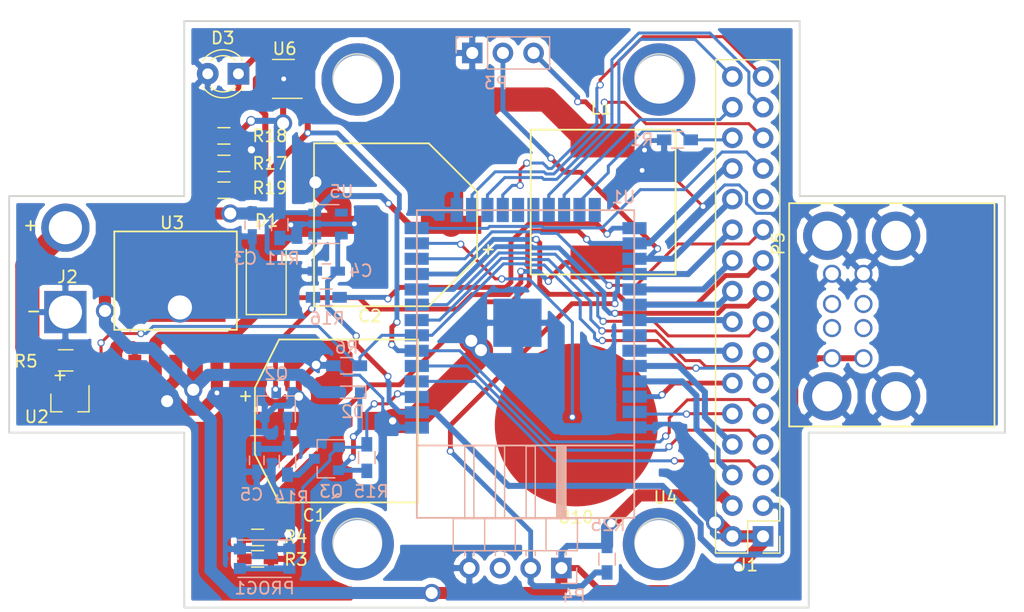
<source format=kicad_pcb>
(kicad_pcb (version 4) (host pcbnew 4.0.6+dfsg1-1)

  (general
    (links 113)
    (no_connects 2)
    (area 93.142999 77.533999 175.743001 126.284001)
    (thickness 1.6)
    (drawings 24)
    (tracks 631)
    (zones 0)
    (modules 37)
    (nets 53)
  )

  (page A4)
  (layers
    (0 F.Cu signal)
    (31 B.Cu signal)
    (32 B.Adhes user)
    (33 F.Adhes user)
    (34 B.Paste user)
    (35 F.Paste user)
    (36 B.SilkS user)
    (37 F.SilkS user)
    (38 B.Mask user)
    (39 F.Mask user)
    (40 Dwgs.User user)
    (41 Cmts.User user)
    (42 Eco1.User user)
    (43 Eco2.User user)
    (44 Edge.Cuts user)
    (45 Margin user)
    (46 B.CrtYd user)
    (47 F.CrtYd user)
    (48 B.Fab user hide)
    (49 F.Fab user hide)
  )

  (setup
    (last_trace_width 0.25)
    (user_trace_width 0.25)
    (user_trace_width 0.4)
    (user_trace_width 0.5)
    (user_trace_width 1)
    (user_trace_width 2)
    (trace_clearance 0.2)
    (zone_clearance 0.508)
    (zone_45_only yes)
    (trace_min 0.2)
    (segment_width 0.2)
    (edge_width 0.15)
    (via_size 0.6)
    (via_drill 0.4)
    (via_min_size 0.4)
    (via_min_drill 0.3)
    (user_via 0.6 0.4)
    (user_via 0.8 0.6)
    (user_via 1 0.7)
    (user_via 1.5 1)
    (uvia_size 0.3)
    (uvia_drill 0.1)
    (uvias_allowed no)
    (uvia_min_size 0.2)
    (uvia_min_drill 0.1)
    (pcb_text_width 0.3)
    (pcb_text_size 1.5 1.5)
    (mod_edge_width 0.15)
    (mod_text_size 1 1)
    (mod_text_width 0.15)
    (pad_size 1.524 1.524)
    (pad_drill 0.762)
    (pad_to_mask_clearance 0.2)
    (aux_axis_origin 0 0)
    (visible_elements FFFFFF7F)
    (pcbplotparams
      (layerselection 0x010fc_80000001)
      (usegerberextensions false)
      (excludeedgelayer true)
      (linewidth 0.100000)
      (plotframeref false)
      (viasonmask false)
      (mode 1)
      (useauxorigin false)
      (hpglpennumber 1)
      (hpglpenspeed 20)
      (hpglpendiameter 15)
      (hpglpenoverlay 2)
      (psnegative false)
      (psa4output false)
      (plotreference true)
      (plotvalue true)
      (plotinvisibletext false)
      (padsonsilk false)
      (subtractmaskfromsilk false)
      (outputformat 1)
      (mirror false)
      (drillshape 0)
      (scaleselection 1)
      (outputdirectory /home/physiii/circuits/5v-smart-solar-regulator/hardware/gerbers/))
  )

  (net 0 "")
  (net 1 GND)
  (net 2 5V)
  (net 3 "Net-(C5-Pad2)")
  (net 4 "Net-(D1-Pad1)")
  (net 5 "Net-(D2-Pad1)")
  (net 6 "Net-(D3-Pad1)")
  (net 7 SENSOR_VP)
  (net 8 SENSOR_VN)
  (net 9 IO34)
  (net 10 IO35)
  (net 11 IO32)
  (net 12 IO33)
  (net 13 IO25)
  (net 14 IO26)
  (net 15 IO27)
  (net 16 IO14)
  (net 17 IO12)
  (net 18 IO13)
  (net 19 SD2)
  (net 20 SD3)
  (net 21 CMD)
  (net 22 CLK)
  (net 23 SD0)
  (net 24 SD1)
  (net 25 IO15)
  (net 26 IO2)
  (net 27 IO0)
  (net 28 IO4)
  (net 29 IO16)
  (net 30 IO17)
  (net 31 IO5)
  (net 32 IO18)
  (net 33 IO19)
  (net 34 IO21)
  (net 35 IO22)
  (net 36 IO23)
  (net 37 RXD)
  (net 38 TXD)
  (net 39 "Net-(P5-Pad6)")
  (net 40 "Net-(P5-Pad5)")
  (net 41 "Net-(P5-Pad3)")
  (net 42 "Net-(P5-Pad4)")
  (net 43 EN)
  (net 44 "Net-(Q2-Pad3)")
  (net 45 "Net-(Q3-Pad3)")
  (net 46 BATTERY)
  (net 47 "Net-(R17-Pad1)")
  (net 48 "Net-(U5-Pad4)")
  (net 49 "Net-(P4-Pad3)")
  (net 50 Vin)
  (net 51 3v3)
  (net 52 "Net-(J1-Pad23)")

  (net_class Default "This is the default net class."
    (clearance 0.2)
    (trace_width 0.25)
    (via_dia 0.6)
    (via_drill 0.4)
    (uvia_dia 0.3)
    (uvia_drill 0.1)
    (add_net 3v3)
    (add_net CLK)
    (add_net CMD)
    (add_net EN)
    (add_net GND)
    (add_net IO0)
    (add_net IO12)
    (add_net IO13)
    (add_net IO14)
    (add_net IO15)
    (add_net IO16)
    (add_net IO17)
    (add_net IO18)
    (add_net IO19)
    (add_net IO2)
    (add_net IO21)
    (add_net IO22)
    (add_net IO23)
    (add_net IO25)
    (add_net IO26)
    (add_net IO27)
    (add_net IO32)
    (add_net IO33)
    (add_net IO34)
    (add_net IO35)
    (add_net IO4)
    (add_net IO5)
    (add_net "Net-(C5-Pad2)")
    (add_net "Net-(D1-Pad1)")
    (add_net "Net-(D2-Pad1)")
    (add_net "Net-(D3-Pad1)")
    (add_net "Net-(J1-Pad23)")
    (add_net "Net-(P4-Pad3)")
    (add_net "Net-(P5-Pad3)")
    (add_net "Net-(P5-Pad4)")
    (add_net "Net-(P5-Pad5)")
    (add_net "Net-(P5-Pad6)")
    (add_net "Net-(Q2-Pad3)")
    (add_net "Net-(Q3-Pad3)")
    (add_net "Net-(R17-Pad1)")
    (add_net "Net-(U5-Pad4)")
    (add_net RXD)
    (add_net SD0)
    (add_net SD1)
    (add_net SD2)
    (add_net SD3)
    (add_net SENSOR_VN)
    (add_net SENSOR_VP)
    (add_net TXD)
  )

  (net_class power ""
    (clearance 0.4)
    (trace_width 1)
    (via_dia 1.5)
    (via_drill 1)
    (uvia_dia 0.3)
    (uvia_drill 0.1)
    (add_net 5V)
    (add_net BATTERY)
    (add_net Vin)
  )

  (module footprints:smd-cap-13.5 (layer F.Cu) (tedit 5968F34E) (tstamp 596A2E1F)
    (at 117.568 114.494 90)
    (path /5936D89B/593709F5)
    (fp_text reference C1 (at -4.076 0.922 180) (layer F.SilkS)
      (effects (font (size 1 1) (thickness 0.15)))
    )
    (fp_text value 100uF (at 3.4 11.4 90) (layer F.Fab)
      (effects (font (size 1 1) (thickness 0.15)))
    )
    (fp_text user + (at 5.8 -4.85 90) (layer F.SilkS)
      (effects (font (size 1 1) (thickness 0.15)))
    )
    (fp_line (start 1 -4) (end -3 -2) (layer F.SilkS) (width 0.15))
    (fp_line (start 6.5 -4) (end 1 -4) (layer F.SilkS) (width 0.15))
    (fp_line (start 10.5 -2) (end 6.5 -4) (layer F.SilkS) (width 0.15))
    (fp_line (start -3 9.5) (end -3 -2) (layer F.SilkS) (width 0.15))
    (fp_line (start 10.5 9.5) (end -3 9.5) (layer F.SilkS) (width 0.15))
    (fp_line (start 10.5 -2) (end 10.5 9.5) (layer F.SilkS) (width 0.15))
    (pad 2 smd rect (at 3.75 7.4 180) (size 5 1.5) (layers F.Cu F.Paste F.Mask)
      (net 1 GND))
    (pad 1 smd rect (at 3.75 -1.85 180) (size 5 1.5) (layers F.Cu F.Paste F.Mask)
      (net 50 Vin))
  )

  (module footprints:PIR-SR501 (layer B.Cu) (tedit 597687AD) (tstamp 59768AF9)
    (at 134.41 92.1)
    (descr "Through hole straight pin header, 1x03, 2.54mm pitch, single row")
    (tags "Through hole pin header THT 1x03 2.54mm single row")
    (path /5936D7EA/59098B14)
    (fp_text reference P3 (at -0.9 -9.35 180) (layer B.SilkS)
      (effects (font (size 1 1) (thickness 0.15)) (justify mirror))
    )
    (fp_text value CONN_01X03 (at 12.05 -13.1) (layer B.Fab)
      (effects (font (size 1 1) (thickness 0.15)) (justify mirror))
    )
    (fp_line (start -16.8 10.85) (end -16.8 -14.15) (layer B.CrtYd) (width 0.15))
    (fp_line (start 16.2 10.85) (end -16.8 10.85) (layer B.CrtYd) (width 0.15))
    (fp_line (start 16.2 -14.15) (end 16.2 10.85) (layer B.CrtYd) (width 0.15))
    (fp_line (start -16.8 -14.15) (end 16.2 -14.15) (layer B.CrtYd) (width 0.15))
    (fp_line (start -4.12 -12.485) (end -4.12 -10.58) (layer B.Fab) (width 0.1))
    (fp_line (start -4.12 -10.58) (end 3.5 -10.58) (layer B.Fab) (width 0.1))
    (fp_line (start 3.5 -10.58) (end 3.5 -13.12) (layer B.Fab) (width 0.1))
    (fp_line (start 3.5 -13.12) (end -3.485 -13.12) (layer B.Fab) (width 0.1))
    (fp_line (start -3.485 -13.12) (end -4.12 -12.485) (layer B.Fab) (width 0.1))
    (fp_line (start 3.56 -13.18) (end 3.56 -10.52) (layer B.SilkS) (width 0.12))
    (fp_line (start -1.58 -13.18) (end 3.56 -13.18) (layer B.SilkS) (width 0.12))
    (fp_line (start -1.58 -10.52) (end 3.56 -10.52) (layer B.SilkS) (width 0.12))
    (fp_line (start -1.58 -13.18) (end -1.58 -10.52) (layer B.SilkS) (width 0.12))
    (fp_line (start -2.85 -13.18) (end -4.18 -13.18) (layer B.SilkS) (width 0.12))
    (fp_line (start -4.18 -13.18) (end -4.18 -11.85) (layer B.SilkS) (width 0.12))
    (fp_line (start -4.65 -13.65) (end 4 -13.65) (layer B.CrtYd) (width 0.05))
    (fp_line (start 4 -13.65) (end 4 -10.05) (layer B.CrtYd) (width 0.05))
    (fp_line (start 4 -10.05) (end -4.65 -10.05) (layer B.CrtYd) (width 0.05))
    (fp_line (start -4.65 -10.05) (end -4.65 -13.65) (layer B.CrtYd) (width 0.05))
    (pad 1 thru_hole rect (at -2.85 -11.85 270) (size 1.7 1.7) (drill 1) (layers *.Cu *.Mask)
      (net 1 GND))
    (pad 2 thru_hole oval (at -0.31 -11.85 270) (size 1.7 1.7) (drill 1) (layers *.Cu *.Mask)
      (net 29 IO16))
    (pad 3 thru_hole oval (at 2.23 -11.85 270) (size 1.7 1.7) (drill 1) (layers *.Cu *.Mask)
      (net 2 5V))
    (model /home/physiii/circuits/kicad-parts/packages3d/PIR-SR501.wrl
      (at (xyz 0 -0.46 0))
      (scale (xyz 1 1 1))
      (rotate (xyz 0 0 0))
    )
  )

  (module footprints:Current_sense-ZXCT1107 (layer F.Cu) (tedit 59694149) (tstamp 597458EB)
    (at 98.25 109.225 270)
    (descr "SOT-23, Standard")
    (tags SOT-23)
    (path /5936D89B/59691952)
    (attr smd)
    (fp_text reference U2 (at 1.175 2.75 540) (layer F.SilkS)
      (effects (font (size 1 1) (thickness 0.15)))
    )
    (fp_text value ZXCT1107 (at 0 2.5 270) (layer F.Fab)
      (effects (font (size 1 1) (thickness 0.15)))
    )
    (fp_text user + (at -2.25 0.9 270) (layer F.SilkS)
      (effects (font (size 1 1) (thickness 0.15)))
    )
    (fp_text user %R (at 0 0 270) (layer F.Fab)
      (effects (font (size 0.5 0.5) (thickness 0.075)))
    )
    (fp_line (start -0.7 -0.95) (end -0.7 1.5) (layer F.Fab) (width 0.1))
    (fp_line (start -0.15 -1.52) (end 0.7 -1.52) (layer F.Fab) (width 0.1))
    (fp_line (start -0.7 -0.95) (end -0.15 -1.52) (layer F.Fab) (width 0.1))
    (fp_line (start 0.7 -1.52) (end 0.7 1.52) (layer F.Fab) (width 0.1))
    (fp_line (start -0.7 1.52) (end 0.7 1.52) (layer F.Fab) (width 0.1))
    (fp_line (start 0.76 1.58) (end 0.76 0.65) (layer F.SilkS) (width 0.12))
    (fp_line (start 0.76 -1.58) (end 0.76 -0.65) (layer F.SilkS) (width 0.12))
    (fp_line (start -1.7 -1.75) (end 1.7 -1.75) (layer F.CrtYd) (width 0.05))
    (fp_line (start 1.7 -1.75) (end 1.7 1.75) (layer F.CrtYd) (width 0.05))
    (fp_line (start 1.7 1.75) (end -1.7 1.75) (layer F.CrtYd) (width 0.05))
    (fp_line (start -1.7 1.75) (end -1.7 -1.75) (layer F.CrtYd) (width 0.05))
    (fp_line (start 0.76 -1.58) (end -1.4 -1.58) (layer F.SilkS) (width 0.12))
    (fp_line (start 0.76 1.58) (end -0.7 1.58) (layer F.SilkS) (width 0.12))
    (pad 2 smd rect (at -1 -0.95 270) (size 0.9 0.8) (layers F.Cu F.Paste F.Mask)
      (net 50 Vin))
    (pad 3 smd rect (at -1 0.95 270) (size 0.9 0.8) (layers F.Cu F.Paste F.Mask)
      (net 46 BATTERY))
    (pad 1 smd rect (at 1 0 270) (size 0.9 0.8) (layers F.Cu F.Paste F.Mask)
      (net 10 IO35))
    (model ${KISYS3DMOD}/TO_SOT_Packages_SMD.3dshapes/SOT-23.wrl
      (at (xyz 0 0 0))
      (scale (xyz 1 1 1))
      (rotate (xyz 0 0 90))
    )
  )

  (module Pin_Headers:Pin_Header_Straight_2x16_Pitch2.54mm (layer F.Cu) (tedit 5862ED54) (tstamp 5981CBA1)
    (at 155.638 120.304 180)
    (descr "Through hole straight pin header, 2x16, 2.54mm pitch, double rows")
    (tags "Through hole pin header THT 2x16 2.54mm double row")
    (path /5936D792/5975659A)
    (fp_text reference J1 (at 1.27 -2.39 180) (layer F.SilkS)
      (effects (font (size 1 1) (thickness 0.15)))
    )
    (fp_text value CONN_02X16 (at 1.27 40.49 180) (layer F.Fab)
      (effects (font (size 1 1) (thickness 0.15)))
    )
    (fp_line (start -1.27 -1.27) (end -1.27 39.37) (layer F.Fab) (width 0.1))
    (fp_line (start -1.27 39.37) (end 3.81 39.37) (layer F.Fab) (width 0.1))
    (fp_line (start 3.81 39.37) (end 3.81 -1.27) (layer F.Fab) (width 0.1))
    (fp_line (start 3.81 -1.27) (end -1.27 -1.27) (layer F.Fab) (width 0.1))
    (fp_line (start -1.39 1.27) (end -1.39 39.49) (layer F.SilkS) (width 0.12))
    (fp_line (start -1.39 39.49) (end 3.93 39.49) (layer F.SilkS) (width 0.12))
    (fp_line (start 3.93 39.49) (end 3.93 -1.39) (layer F.SilkS) (width 0.12))
    (fp_line (start 3.93 -1.39) (end 1.27 -1.39) (layer F.SilkS) (width 0.12))
    (fp_line (start 1.27 -1.39) (end 1.27 1.27) (layer F.SilkS) (width 0.12))
    (fp_line (start 1.27 1.27) (end -1.39 1.27) (layer F.SilkS) (width 0.12))
    (fp_line (start -1.39 0) (end -1.39 -1.39) (layer F.SilkS) (width 0.12))
    (fp_line (start -1.39 -1.39) (end 0 -1.39) (layer F.SilkS) (width 0.12))
    (fp_line (start -1.6 -1.6) (end -1.6 39.7) (layer F.CrtYd) (width 0.05))
    (fp_line (start -1.6 39.7) (end 4.1 39.7) (layer F.CrtYd) (width 0.05))
    (fp_line (start 4.1 39.7) (end 4.1 -1.6) (layer F.CrtYd) (width 0.05))
    (fp_line (start 4.1 -1.6) (end -1.6 -1.6) (layer F.CrtYd) (width 0.05))
    (pad 1 thru_hole rect (at 0 0 180) (size 1.7 1.7) (drill 1) (layers *.Cu *.Mask)
      (net 1 GND))
    (pad 2 thru_hole oval (at 2.54 0 180) (size 1.7 1.7) (drill 1) (layers *.Cu *.Mask)
      (net 1 GND))
    (pad 3 thru_hole oval (at 0 2.54 180) (size 1.7 1.7) (drill 1) (layers *.Cu *.Mask)
      (net 51 3v3))
    (pad 4 thru_hole oval (at 2.54 2.54 180) (size 1.7 1.7) (drill 1) (layers *.Cu *.Mask)
      (net 2 5V))
    (pad 5 thru_hole oval (at 0 5.08 180) (size 1.7 1.7) (drill 1) (layers *.Cu *.Mask)
      (net 7 SENSOR_VP))
    (pad 6 thru_hole oval (at 2.54 5.08 180) (size 1.7 1.7) (drill 1) (layers *.Cu *.Mask)
      (net 38 TXD))
    (pad 7 thru_hole oval (at 0 7.62 180) (size 1.7 1.7) (drill 1) (layers *.Cu *.Mask)
      (net 8 SENSOR_VN))
    (pad 8 thru_hole oval (at 2.54 7.62 180) (size 1.7 1.7) (drill 1) (layers *.Cu *.Mask)
      (net 37 RXD))
    (pad 9 thru_hole oval (at 0 10.16 180) (size 1.7 1.7) (drill 1) (layers *.Cu *.Mask)
      (net 9 IO34))
    (pad 10 thru_hole oval (at 2.54 10.16 180) (size 1.7 1.7) (drill 1) (layers *.Cu *.Mask)
      (net 36 IO23))
    (pad 11 thru_hole oval (at 0 12.7 180) (size 1.7 1.7) (drill 1) (layers *.Cu *.Mask)
      (net 10 IO35))
    (pad 12 thru_hole oval (at 2.54 12.7 180) (size 1.7 1.7) (drill 1) (layers *.Cu *.Mask)
      (net 35 IO22))
    (pad 13 thru_hole oval (at 0 15.24 180) (size 1.7 1.7) (drill 1) (layers *.Cu *.Mask)
      (net 11 IO32))
    (pad 14 thru_hole oval (at 2.54 15.24 180) (size 1.7 1.7) (drill 1) (layers *.Cu *.Mask)
      (net 34 IO21))
    (pad 15 thru_hole oval (at 0 17.78 180) (size 1.7 1.7) (drill 1) (layers *.Cu *.Mask)
      (net 12 IO33))
    (pad 16 thru_hole oval (at 2.54 17.78 180) (size 1.7 1.7) (drill 1) (layers *.Cu *.Mask)
      (net 33 IO19))
    (pad 17 thru_hole oval (at 0 20.32 180) (size 1.7 1.7) (drill 1) (layers *.Cu *.Mask)
      (net 13 IO25))
    (pad 18 thru_hole oval (at 2.54 20.32 180) (size 1.7 1.7) (drill 1) (layers *.Cu *.Mask)
      (net 32 IO18))
    (pad 19 thru_hole oval (at 0 22.86 180) (size 1.7 1.7) (drill 1) (layers *.Cu *.Mask)
      (net 14 IO26))
    (pad 20 thru_hole oval (at 2.54 22.86 180) (size 1.7 1.7) (drill 1) (layers *.Cu *.Mask)
      (net 31 IO5))
    (pad 21 thru_hole oval (at 0 25.4 180) (size 1.7 1.7) (drill 1) (layers *.Cu *.Mask)
      (net 15 IO27))
    (pad 22 thru_hole oval (at 2.54 25.4 180) (size 1.7 1.7) (drill 1) (layers *.Cu *.Mask)
      (net 30 IO17))
    (pad 23 thru_hole oval (at 0 27.94 180) (size 1.7 1.7) (drill 1) (layers *.Cu *.Mask)
      (net 52 "Net-(J1-Pad23)"))
    (pad 24 thru_hole oval (at 2.54 27.94 180) (size 1.7 1.7) (drill 1) (layers *.Cu *.Mask)
      (net 29 IO16))
    (pad 25 thru_hole oval (at 0 30.48 180) (size 1.7 1.7) (drill 1) (layers *.Cu *.Mask)
      (net 17 IO12))
    (pad 26 thru_hole oval (at 2.54 30.48 180) (size 1.7 1.7) (drill 1) (layers *.Cu *.Mask)
      (net 28 IO4))
    (pad 27 thru_hole oval (at 0 33.02 180) (size 1.7 1.7) (drill 1) (layers *.Cu *.Mask)
      (net 18 IO13))
    (pad 28 thru_hole oval (at 2.54 33.02 180) (size 1.7 1.7) (drill 1) (layers *.Cu *.Mask)
      (net 25 IO15))
    (pad 29 thru_hole oval (at 0 35.56 180) (size 1.7 1.7) (drill 1) (layers *.Cu *.Mask)
      (net 19 SD2))
    (pad 30 thru_hole oval (at 2.54 35.56 180) (size 1.7 1.7) (drill 1) (layers *.Cu *.Mask)
      (net 24 SD1))
    (pad 31 thru_hole oval (at 0 38.1 180) (size 1.7 1.7) (drill 1) (layers *.Cu *.Mask)
      (net 20 SD3))
    (pad 32 thru_hole oval (at 2.54 38.1 180) (size 1.7 1.7) (drill 1) (layers *.Cu *.Mask)
      (net 23 SD0))
    (model Pin_Headers.3dshapes/Pin_Header_Straight_2x16_Pitch2.54mm.wrl
      (at (xyz 0.05 -0.75 0))
      (scale (xyz 1 1 1))
      (rotate (xyz 0 0 90))
    )
  )

  (module footprints:Regulator-LM2576 (layer F.Cu) (tedit 59694437) (tstamp 59745C6E)
    (at 106.52 99.69 270)
    (path /5936D89B/5936E607)
    (fp_text reference U3 (at -5.36 -0.19 360) (layer F.SilkS)
      (effects (font (size 1 1) (thickness 0.15)))
    )
    (fp_text value LM2576 (at -0.1 -6.25 270) (layer F.Fab)
      (effects (font (size 1 1) (thickness 0.15)))
    )
    (fp_line (start 3.5 -5.55) (end -4.65 -5.55) (layer F.SilkS) (width 0.15))
    (fp_line (start 3.5 4.6) (end 3.5 -5.55) (layer F.SilkS) (width 0.15))
    (fp_line (start -4.65 4.6) (end 3.5 4.6) (layer F.SilkS) (width 0.15))
    (fp_line (start -4.65 -5.55) (end -4.65 4.6) (layer F.SilkS) (width 0.15))
    (pad 5 smd rect (at 6.65 -3.9 270) (size 2.16 1.07) (layers F.Cu F.Paste F.Mask)
      (net 1 GND))
    (pad 4 smd rect (at 6.65 -2.2 270) (size 2.16 1.07) (layers F.Cu F.Paste F.Mask)
      (net 2 5V))
    (pad 2 smd rect (at 6.65 1.2 270) (size 2.16 1.07) (layers F.Cu F.Paste F.Mask)
      (net 4 "Net-(D1-Pad1)"))
    (pad 3 smd rect (at 6.65 -0.5 270) (size 2.16 1.07) (layers F.Cu F.Paste F.Mask)
      (net 1 GND))
    (pad 1 smd rect (at 6.65 2.9 270) (size 2.16 1.07) (layers F.Cu F.Paste F.Mask)
      (net 50 Vin))
    (pad 3 smd rect (at -0.65 -0.45 270) (size 6.99 8.33) (layers F.Cu F.Paste F.Mask)
      (net 1 GND))
  )

  (module TO_SOT_Packages_SMD:SOT-23-5 (layer F.Cu) (tedit 58CE4E7E) (tstamp 5974590B)
    (at 115.925 82.4 180)
    (descr "5-pin SOT23 package")
    (tags SOT-23-5)
    (path /5936D7EA/590B832C)
    (attr smd)
    (fp_text reference U6 (at -0.1 2.5 180) (layer F.SilkS)
      (effects (font (size 1 1) (thickness 0.15)))
    )
    (fp_text value OPA344 (at 0 2.9 180) (layer F.Fab)
      (effects (font (size 1 1) (thickness 0.15)))
    )
    (fp_text user %R (at 0 0 180) (layer F.Fab)
      (effects (font (size 0.5 0.5) (thickness 0.075)))
    )
    (fp_line (start -0.9 1.61) (end 0.9 1.61) (layer F.SilkS) (width 0.12))
    (fp_line (start 0.9 -1.61) (end -1.55 -1.61) (layer F.SilkS) (width 0.12))
    (fp_line (start -1.9 -1.8) (end 1.9 -1.8) (layer F.CrtYd) (width 0.05))
    (fp_line (start 1.9 -1.8) (end 1.9 1.8) (layer F.CrtYd) (width 0.05))
    (fp_line (start 1.9 1.8) (end -1.9 1.8) (layer F.CrtYd) (width 0.05))
    (fp_line (start -1.9 1.8) (end -1.9 -1.8) (layer F.CrtYd) (width 0.05))
    (fp_line (start -0.9 -0.9) (end -0.25 -1.55) (layer F.Fab) (width 0.1))
    (fp_line (start 0.9 -1.55) (end -0.25 -1.55) (layer F.Fab) (width 0.1))
    (fp_line (start -0.9 -0.9) (end -0.9 1.55) (layer F.Fab) (width 0.1))
    (fp_line (start 0.9 1.55) (end -0.9 1.55) (layer F.Fab) (width 0.1))
    (fp_line (start 0.9 -1.55) (end 0.9 1.55) (layer F.Fab) (width 0.1))
    (pad 1 smd rect (at -1.1 -0.95 180) (size 1.06 0.65) (layers F.Cu F.Paste F.Mask)
      (net 9 IO34))
    (pad 2 smd rect (at -1.1 0 180) (size 1.06 0.65) (layers F.Cu F.Paste F.Mask)
      (net 1 GND))
    (pad 3 smd rect (at -1.1 0.95 180) (size 1.06 0.65) (layers F.Cu F.Paste F.Mask)
      (net 6 "Net-(D3-Pad1)"))
    (pad 4 smd rect (at 1.1 0.95 180) (size 1.06 0.65) (layers F.Cu F.Paste F.Mask)
      (net 47 "Net-(R17-Pad1)"))
    (pad 5 smd rect (at 1.1 -0.95 180) (size 1.06 0.65) (layers F.Cu F.Paste F.Mask)
      (net 2 5V))
    (model ${KISYS3DMOD}/TO_SOT_Packages_SMD.3dshapes/SOT-23-5.wrl
      (at (xyz 0 0 0))
      (scale (xyz 1 1 1))
      (rotate (xyz 0 0 0))
    )
  )

  (module TO_SOT_Packages_SMD:SOT-23 (layer B.Cu) (tedit 58CE4E7E) (tstamp 597457AE)
    (at 115.33 109.43 90)
    (descr "SOT-23, Standard")
    (tags SOT-23)
    (path /5936D8F6/59092D1F)
    (attr smd)
    (fp_text reference Q2 (at 2.6 0 360) (layer B.SilkS)
      (effects (font (size 1 1) (thickness 0.15)) (justify mirror))
    )
    (fp_text value Q_NMOS_GSD (at 0 -2.5 90) (layer B.Fab)
      (effects (font (size 1 1) (thickness 0.15)) (justify mirror))
    )
    (fp_text user %R (at 0 0 90) (layer B.Fab)
      (effects (font (size 0.5 0.5) (thickness 0.075)) (justify mirror))
    )
    (fp_line (start -0.7 0.95) (end -0.7 -1.5) (layer B.Fab) (width 0.1))
    (fp_line (start -0.15 1.52) (end 0.7 1.52) (layer B.Fab) (width 0.1))
    (fp_line (start -0.7 0.95) (end -0.15 1.52) (layer B.Fab) (width 0.1))
    (fp_line (start 0.7 1.52) (end 0.7 -1.52) (layer B.Fab) (width 0.1))
    (fp_line (start -0.7 -1.52) (end 0.7 -1.52) (layer B.Fab) (width 0.1))
    (fp_line (start 0.76 -1.58) (end 0.76 -0.65) (layer B.SilkS) (width 0.12))
    (fp_line (start 0.76 1.58) (end 0.76 0.65) (layer B.SilkS) (width 0.12))
    (fp_line (start -1.7 1.75) (end 1.7 1.75) (layer B.CrtYd) (width 0.05))
    (fp_line (start 1.7 1.75) (end 1.7 -1.75) (layer B.CrtYd) (width 0.05))
    (fp_line (start 1.7 -1.75) (end -1.7 -1.75) (layer B.CrtYd) (width 0.05))
    (fp_line (start -1.7 -1.75) (end -1.7 1.75) (layer B.CrtYd) (width 0.05))
    (fp_line (start 0.76 1.58) (end -1.4 1.58) (layer B.SilkS) (width 0.12))
    (fp_line (start 0.76 -1.58) (end -0.7 -1.58) (layer B.SilkS) (width 0.12))
    (pad 1 smd rect (at -1 0.95 90) (size 0.9 0.8) (layers B.Cu B.Paste B.Mask)
      (net 3 "Net-(C5-Pad2)"))
    (pad 2 smd rect (at -1 -0.95 90) (size 0.9 0.8) (layers B.Cu B.Paste B.Mask)
      (net 1 GND))
    (pad 3 smd rect (at 1 0 90) (size 0.9 0.8) (layers B.Cu B.Paste B.Mask)
      (net 44 "Net-(Q2-Pad3)"))
    (model ${KISYS3DMOD}/TO_SOT_Packages_SMD.3dshapes/SOT-23.wrl
      (at (xyz 0 0 0))
      (scale (xyz 1 1 1))
      (rotate (xyz 0 0 0))
    )
  )

  (module footprints:smd-cap-13.5 (layer F.Cu) (tedit 5968F34E) (tstamp 59745718)
    (at 127.96 90.74 270)
    (path /5936D89B/5968D146)
    (fp_text reference C2 (at 11.31 4.88 360) (layer F.SilkS)
      (effects (font (size 1 1) (thickness 0.15)))
    )
    (fp_text value 1000uF (at 3.4 11.4 270) (layer F.Fab)
      (effects (font (size 1 1) (thickness 0.15)))
    )
    (fp_text user + (at 5.8 -4.85 270) (layer F.SilkS)
      (effects (font (size 1 1) (thickness 0.15)))
    )
    (fp_line (start 1 -4) (end -3 0) (layer F.SilkS) (width 0.15))
    (fp_line (start 6.5 -4) (end 1 -4) (layer F.SilkS) (width 0.15))
    (fp_line (start 10.5 0) (end 6.5 -4) (layer F.SilkS) (width 0.15))
    (fp_line (start -3 9.5) (end -3 0) (layer F.SilkS) (width 0.15))
    (fp_line (start 10.5 9.5) (end -3 9.5) (layer F.SilkS) (width 0.15))
    (fp_line (start 10.5 0) (end 10.5 9.5) (layer F.SilkS) (width 0.15))
    (pad 2 smd rect (at 3.75 7.4) (size 5 1.5) (layers F.Cu F.Paste F.Mask)
      (net 1 GND))
    (pad 1 smd rect (at 3.75 -1.85) (size 5 1.5) (layers F.Cu F.Paste F.Mask)
      (net 2 5V))
  )

  (module Capacitors_SMD:C_0603_HandSoldering (layer B.Cu) (tedit 58AA848B) (tstamp 5974571E)
    (at 113.348 94.50469 270)
    (descr "Capacitor SMD 0603, hand soldering")
    (tags "capacitor 0603")
    (path /5936D89B/5909DD64)
    (attr smd)
    (fp_text reference C3 (at 2.77731 0.572 540) (layer B.SilkS)
      (effects (font (size 1 1) (thickness 0.15)) (justify mirror))
    )
    (fp_text value 1uF (at 0 -1.5 270) (layer B.Fab)
      (effects (font (size 1 1) (thickness 0.15)) (justify mirror))
    )
    (fp_text user %R (at 0 1.25 270) (layer B.Fab)
      (effects (font (size 1 1) (thickness 0.15)) (justify mirror))
    )
    (fp_line (start -0.8 -0.4) (end -0.8 0.4) (layer B.Fab) (width 0.1))
    (fp_line (start 0.8 -0.4) (end -0.8 -0.4) (layer B.Fab) (width 0.1))
    (fp_line (start 0.8 0.4) (end 0.8 -0.4) (layer B.Fab) (width 0.1))
    (fp_line (start -0.8 0.4) (end 0.8 0.4) (layer B.Fab) (width 0.1))
    (fp_line (start -0.35 0.6) (end 0.35 0.6) (layer B.SilkS) (width 0.12))
    (fp_line (start 0.35 -0.6) (end -0.35 -0.6) (layer B.SilkS) (width 0.12))
    (fp_line (start -1.8 0.65) (end 1.8 0.65) (layer B.CrtYd) (width 0.05))
    (fp_line (start -1.8 0.65) (end -1.8 -0.65) (layer B.CrtYd) (width 0.05))
    (fp_line (start 1.8 -0.65) (end 1.8 0.65) (layer B.CrtYd) (width 0.05))
    (fp_line (start 1.8 -0.65) (end -1.8 -0.65) (layer B.CrtYd) (width 0.05))
    (pad 1 smd rect (at -0.95 0 270) (size 1.2 0.75) (layers B.Cu B.Paste B.Mask)
      (net 2 5V))
    (pad 2 smd rect (at 0.95 0 270) (size 1.2 0.75) (layers B.Cu B.Paste B.Mask)
      (net 1 GND))
    (model Capacitors_SMD.3dshapes/C_0603.wrl
      (at (xyz 0 0 0))
      (scale (xyz 1 1 1))
      (rotate (xyz 0 0 0))
    )
  )

  (module Capacitors_SMD:C_0603_HandSoldering (layer B.Cu) (tedit 58AA848B) (tstamp 59745724)
    (at 119.473 98.32969 180)
    (descr "Capacitor SMD 0603, hand soldering")
    (tags "capacitor 0603")
    (path /5936D89B/5909DD72)
    (attr smd)
    (fp_text reference C4 (at -2.865 0.03169 180) (layer B.SilkS)
      (effects (font (size 1 1) (thickness 0.15)) (justify mirror))
    )
    (fp_text value 1uF (at 0 -1.5 180) (layer B.Fab)
      (effects (font (size 1 1) (thickness 0.15)) (justify mirror))
    )
    (fp_text user %R (at 0 1.25 180) (layer B.Fab)
      (effects (font (size 1 1) (thickness 0.15)) (justify mirror))
    )
    (fp_line (start -0.8 -0.4) (end -0.8 0.4) (layer B.Fab) (width 0.1))
    (fp_line (start 0.8 -0.4) (end -0.8 -0.4) (layer B.Fab) (width 0.1))
    (fp_line (start 0.8 0.4) (end 0.8 -0.4) (layer B.Fab) (width 0.1))
    (fp_line (start -0.8 0.4) (end 0.8 0.4) (layer B.Fab) (width 0.1))
    (fp_line (start -0.35 0.6) (end 0.35 0.6) (layer B.SilkS) (width 0.12))
    (fp_line (start 0.35 -0.6) (end -0.35 -0.6) (layer B.SilkS) (width 0.12))
    (fp_line (start -1.8 0.65) (end 1.8 0.65) (layer B.CrtYd) (width 0.05))
    (fp_line (start -1.8 0.65) (end -1.8 -0.65) (layer B.CrtYd) (width 0.05))
    (fp_line (start 1.8 -0.65) (end 1.8 0.65) (layer B.CrtYd) (width 0.05))
    (fp_line (start 1.8 -0.65) (end -1.8 -0.65) (layer B.CrtYd) (width 0.05))
    (pad 1 smd rect (at -0.95 0 180) (size 1.2 0.75) (layers B.Cu B.Paste B.Mask)
      (net 51 3v3))
    (pad 2 smd rect (at 0.95 0 180) (size 1.2 0.75) (layers B.Cu B.Paste B.Mask)
      (net 1 GND))
    (model Capacitors_SMD.3dshapes/C_0603.wrl
      (at (xyz 0 0 0))
      (scale (xyz 1 1 1))
      (rotate (xyz 0 0 0))
    )
  )

  (module Capacitors_SMD:C_0603_HandSoldering (layer B.Cu) (tedit 58AA848B) (tstamp 5974572A)
    (at 113.718 114.009 90)
    (descr "Capacitor SMD 0603, hand soldering")
    (tags "capacitor 0603")
    (path /5936D8F6/59092D23)
    (attr smd)
    (fp_text reference C5 (at -2.831 -0.434 360) (layer B.SilkS)
      (effects (font (size 1 1) (thickness 0.15)) (justify mirror))
    )
    (fp_text value 4.7uF (at 0 -1.5 90) (layer B.Fab)
      (effects (font (size 1 1) (thickness 0.15)) (justify mirror))
    )
    (fp_text user %R (at 0 1.25 90) (layer B.Fab)
      (effects (font (size 1 1) (thickness 0.15)) (justify mirror))
    )
    (fp_line (start -0.8 -0.4) (end -0.8 0.4) (layer B.Fab) (width 0.1))
    (fp_line (start 0.8 -0.4) (end -0.8 -0.4) (layer B.Fab) (width 0.1))
    (fp_line (start 0.8 0.4) (end 0.8 -0.4) (layer B.Fab) (width 0.1))
    (fp_line (start -0.8 0.4) (end 0.8 0.4) (layer B.Fab) (width 0.1))
    (fp_line (start -0.35 0.6) (end 0.35 0.6) (layer B.SilkS) (width 0.12))
    (fp_line (start 0.35 -0.6) (end -0.35 -0.6) (layer B.SilkS) (width 0.12))
    (fp_line (start -1.8 0.65) (end 1.8 0.65) (layer B.CrtYd) (width 0.05))
    (fp_line (start -1.8 0.65) (end -1.8 -0.65) (layer B.CrtYd) (width 0.05))
    (fp_line (start 1.8 -0.65) (end 1.8 0.65) (layer B.CrtYd) (width 0.05))
    (fp_line (start 1.8 -0.65) (end -1.8 -0.65) (layer B.CrtYd) (width 0.05))
    (pad 1 smd rect (at -0.95 0 90) (size 1.2 0.75) (layers B.Cu B.Paste B.Mask)
      (net 1 GND))
    (pad 2 smd rect (at 0.95 0 90) (size 1.2 0.75) (layers B.Cu B.Paste B.Mask)
      (net 3 "Net-(C5-Pad2)"))
    (model Capacitors_SMD.3dshapes/C_0603.wrl
      (at (xyz 0 0 0))
      (scale (xyz 1 1 1))
      (rotate (xyz 0 0 0))
    )
  )

  (module Diodes_SMD:D_SMA (layer F.Cu) (tedit 586432E5) (tstamp 59745742)
    (at 114.5 98.53 90)
    (descr "Diode SMA (DO-214AC)")
    (tags "Diode SMA (DO-214AC)")
    (path /5936D89B/59690FC6)
    (attr smd)
    (fp_text reference D1 (at 4.39 0.03 180) (layer F.SilkS)
      (effects (font (size 1 1) (thickness 0.15)))
    )
    (fp_text value D_Schottky (at 0 2.6 90) (layer F.Fab)
      (effects (font (size 1 1) (thickness 0.15)))
    )
    (fp_text user %R (at 0 -2.5 90) (layer F.Fab)
      (effects (font (size 1 1) (thickness 0.15)))
    )
    (fp_line (start -3.4 -1.65) (end -3.4 1.65) (layer F.SilkS) (width 0.12))
    (fp_line (start 2.3 1.5) (end -2.3 1.5) (layer F.Fab) (width 0.1))
    (fp_line (start -2.3 1.5) (end -2.3 -1.5) (layer F.Fab) (width 0.1))
    (fp_line (start 2.3 -1.5) (end 2.3 1.5) (layer F.Fab) (width 0.1))
    (fp_line (start 2.3 -1.5) (end -2.3 -1.5) (layer F.Fab) (width 0.1))
    (fp_line (start -3.5 -1.75) (end 3.5 -1.75) (layer F.CrtYd) (width 0.05))
    (fp_line (start 3.5 -1.75) (end 3.5 1.75) (layer F.CrtYd) (width 0.05))
    (fp_line (start 3.5 1.75) (end -3.5 1.75) (layer F.CrtYd) (width 0.05))
    (fp_line (start -3.5 1.75) (end -3.5 -1.75) (layer F.CrtYd) (width 0.05))
    (fp_line (start -0.64944 0.00102) (end -1.55114 0.00102) (layer F.Fab) (width 0.1))
    (fp_line (start 0.50118 0.00102) (end 1.4994 0.00102) (layer F.Fab) (width 0.1))
    (fp_line (start -0.64944 -0.79908) (end -0.64944 0.80112) (layer F.Fab) (width 0.1))
    (fp_line (start 0.50118 0.75032) (end 0.50118 -0.79908) (layer F.Fab) (width 0.1))
    (fp_line (start -0.64944 0.00102) (end 0.50118 0.75032) (layer F.Fab) (width 0.1))
    (fp_line (start -0.64944 0.00102) (end 0.50118 -0.79908) (layer F.Fab) (width 0.1))
    (fp_line (start -3.4 1.65) (end 2 1.65) (layer F.SilkS) (width 0.12))
    (fp_line (start -3.4 -1.65) (end 2 -1.65) (layer F.SilkS) (width 0.12))
    (pad 1 smd rect (at -2 0 90) (size 2.5 1.8) (layers F.Cu F.Paste F.Mask)
      (net 4 "Net-(D1-Pad1)"))
    (pad 2 smd rect (at 2 0 90) (size 2.5 1.8) (layers F.Cu F.Paste F.Mask)
      (net 1 GND))
    (model ${KISYS3DMOD}/Diodes_SMD.3dshapes/D_SMA.wrl
      (at (xyz 0 0 0))
      (scale (xyz 1 1 1))
      (rotate (xyz 0 0 0))
    )
  )

  (module LEDs:LED_0603 (layer B.Cu) (tedit 57FE93A5) (tstamp 59745748)
    (at 121.45 108.36 180)
    (descr "LED 0603 smd package")
    (tags "LED led 0603 SMD smd SMT smt smdled SMDLED smtled SMTLED")
    (path /5936D8F6/59092D24)
    (attr smd)
    (fp_text reference D2 (at -0.216 -1.622 180) (layer B.SilkS)
      (effects (font (size 1 1) (thickness 0.15)) (justify mirror))
    )
    (fp_text value LED (at 0 -1.35 180) (layer B.Fab)
      (effects (font (size 1 1) (thickness 0.15)) (justify mirror))
    )
    (fp_line (start -1.3 0.5) (end -1.3 -0.5) (layer B.SilkS) (width 0.12))
    (fp_line (start -0.2 0.2) (end -0.2 -0.2) (layer B.Fab) (width 0.1))
    (fp_line (start -0.15 0) (end 0.15 0.2) (layer B.Fab) (width 0.1))
    (fp_line (start 0.15 -0.2) (end -0.15 0) (layer B.Fab) (width 0.1))
    (fp_line (start 0.15 0.2) (end 0.15 -0.2) (layer B.Fab) (width 0.1))
    (fp_line (start 0.8 -0.4) (end -0.8 -0.4) (layer B.Fab) (width 0.1))
    (fp_line (start 0.8 0.4) (end 0.8 -0.4) (layer B.Fab) (width 0.1))
    (fp_line (start -0.8 0.4) (end 0.8 0.4) (layer B.Fab) (width 0.1))
    (fp_line (start -0.8 -0.4) (end -0.8 0.4) (layer B.Fab) (width 0.1))
    (fp_line (start -1.3 -0.5) (end 0.8 -0.5) (layer B.SilkS) (width 0.12))
    (fp_line (start -1.3 0.5) (end 0.8 0.5) (layer B.SilkS) (width 0.12))
    (fp_line (start 1.45 0.65) (end 1.45 -0.65) (layer B.CrtYd) (width 0.05))
    (fp_line (start 1.45 -0.65) (end -1.45 -0.65) (layer B.CrtYd) (width 0.05))
    (fp_line (start -1.45 -0.65) (end -1.45 0.65) (layer B.CrtYd) (width 0.05))
    (fp_line (start -1.45 0.65) (end 1.45 0.65) (layer B.CrtYd) (width 0.05))
    (pad 2 smd rect (at 0.8 0) (size 0.8 0.8) (layers B.Cu B.Paste B.Mask)
      (net 2 5V))
    (pad 1 smd rect (at -0.8 0) (size 0.8 0.8) (layers B.Cu B.Paste B.Mask)
      (net 5 "Net-(D2-Pad1)"))
    (model ${KISYS3DMOD}/LEDs.3dshapes/LED_0603.wrl
      (at (xyz 0 0 0))
      (scale (xyz 1 1 1))
      (rotate (xyz 0 0 180))
    )
  )

  (module LEDs:LED_D3.0mm (layer F.Cu) (tedit 587A3A7B) (tstamp 5974574E)
    (at 112.2 81.975 180)
    (descr "LED, diameter 3.0mm, 2 pins")
    (tags "LED diameter 3.0mm 2 pins")
    (path /5936D7EA/590B85F8)
    (fp_text reference D3 (at 1.294 2.964 360) (layer F.SilkS)
      (effects (font (size 1 1) (thickness 0.15)))
    )
    (fp_text value LED (at 1.27 2.96 180) (layer F.Fab)
      (effects (font (size 1 1) (thickness 0.15)))
    )
    (fp_arc (start 1.27 0) (end -0.23 -1.16619) (angle 284.3) (layer F.Fab) (width 0.1))
    (fp_arc (start 1.27 0) (end -0.29 -1.235516) (angle 108.8) (layer F.SilkS) (width 0.12))
    (fp_arc (start 1.27 0) (end -0.29 1.235516) (angle -108.8) (layer F.SilkS) (width 0.12))
    (fp_arc (start 1.27 0) (end 0.229039 -1.08) (angle 87.9) (layer F.SilkS) (width 0.12))
    (fp_arc (start 1.27 0) (end 0.229039 1.08) (angle -87.9) (layer F.SilkS) (width 0.12))
    (fp_circle (center 1.27 0) (end 2.77 0) (layer F.Fab) (width 0.1))
    (fp_line (start -0.23 -1.16619) (end -0.23 1.16619) (layer F.Fab) (width 0.1))
    (fp_line (start -0.29 -1.236) (end -0.29 -1.08) (layer F.SilkS) (width 0.12))
    (fp_line (start -0.29 1.08) (end -0.29 1.236) (layer F.SilkS) (width 0.12))
    (fp_line (start -1.15 -2.25) (end -1.15 2.25) (layer F.CrtYd) (width 0.05))
    (fp_line (start -1.15 2.25) (end 3.7 2.25) (layer F.CrtYd) (width 0.05))
    (fp_line (start 3.7 2.25) (end 3.7 -2.25) (layer F.CrtYd) (width 0.05))
    (fp_line (start 3.7 -2.25) (end -1.15 -2.25) (layer F.CrtYd) (width 0.05))
    (pad 1 thru_hole rect (at 0 0 180) (size 1.8 1.8) (drill 0.9) (layers *.Cu *.Mask)
      (net 6 "Net-(D3-Pad1)"))
    (pad 2 thru_hole circle (at 2.54 0 180) (size 1.8 1.8) (drill 0.9) (layers *.Cu *.Mask)
      (net 1 GND))
    (model ${KISYS3DMOD}/LEDs.3dshapes/LED_D3.0mm.wrl
      (at (xyz 0 0 -0.1181102362204725))
      (scale (xyz 0.3937 0.3937 0.3937))
      (rotate (xyz 0 0 0))
    )
  )

  (module Buttons_Switches_SMD:SW_SPST_KMR2 (layer B.Cu) (tedit 587249FD) (tstamp 597457A7)
    (at 114.368 122.159)
    (descr "CK components KMR2 tactile switch http://www.ckswitches.com/media/1479/kmr2.pdf")
    (tags "tactile switch kmr2")
    (path /5936D8F6/59092D1B)
    (attr smd)
    (fp_text reference PROG1 (at 0 2.45) (layer B.SilkS)
      (effects (font (size 1 1) (thickness 0.15)) (justify mirror))
    )
    (fp_text value SW_PUSH (at 0 -2.55) (layer B.Fab)
      (effects (font (size 1 1) (thickness 0.15)) (justify mirror))
    )
    (fp_text user %R (at 0 2.45) (layer B.Fab)
      (effects (font (size 1 1) (thickness 0.15)) (justify mirror))
    )
    (fp_line (start -2.1 1.4) (end 2.1 1.4) (layer B.Fab) (width 0.1))
    (fp_line (start 2.1 1.4) (end 2.1 -1.4) (layer B.Fab) (width 0.1))
    (fp_line (start 2.1 -1.4) (end -2.1 -1.4) (layer B.Fab) (width 0.1))
    (fp_line (start -2.1 -1.4) (end -2.1 1.4) (layer B.Fab) (width 0.1))
    (fp_line (start 2.2 -0.05) (end 2.2 0.05) (layer B.SilkS) (width 0.12))
    (fp_line (start -2.8 1.8) (end 2.8 1.8) (layer B.CrtYd) (width 0.05))
    (fp_line (start 2.8 1.8) (end 2.8 -1.8) (layer B.CrtYd) (width 0.05))
    (fp_line (start 2.8 -1.8) (end -2.8 -1.8) (layer B.CrtYd) (width 0.05))
    (fp_line (start -2.8 -1.8) (end -2.8 1.8) (layer B.CrtYd) (width 0.05))
    (fp_circle (center 0 0) (end 0 -0.8) (layer B.Fab) (width 0.1))
    (fp_line (start -2.2 -1.55) (end 2.2 -1.55) (layer B.SilkS) (width 0.12))
    (fp_line (start 2.2 1.55) (end -2.2 1.55) (layer B.SilkS) (width 0.12))
    (fp_line (start -2.2 -0.05) (end -2.2 0.05) (layer B.SilkS) (width 0.12))
    (pad 1 smd rect (at -2.05 0.8 270) (size 0.9 1) (layers B.Cu B.Paste B.Mask)
      (net 43 EN))
    (pad 2 smd rect (at -2.05 -0.8 270) (size 0.9 1) (layers B.Cu B.Paste B.Mask)
      (net 1 GND))
    (pad 1 smd rect (at 2.05 0.8 270) (size 0.9 1) (layers B.Cu B.Paste B.Mask)
      (net 43 EN))
    (pad 2 smd rect (at 2.05 -0.8 270) (size 0.9 1) (layers B.Cu B.Paste B.Mask)
      (net 1 GND))
    (model ${KISYS3DMOD}/Buttons_Switches_SMD.3dshapes/SW_SPST_KMR2.wrl
      (at (xyz 0 0 0))
      (scale (xyz 1 1 1))
      (rotate (xyz 0 0 0))
    )
  )

  (module TO_SOT_Packages_SMD:SOT-23 (layer B.Cu) (tedit 58CE4E7E) (tstamp 597457B5)
    (at 119.48 113.88 180)
    (descr "SOT-23, Standard")
    (tags SOT-23)
    (path /5936D8F6/59092D1E)
    (attr smd)
    (fp_text reference Q3 (at -0.408 -2.706 180) (layer B.SilkS)
      (effects (font (size 1 1) (thickness 0.15)) (justify mirror))
    )
    (fp_text value Q_PMOS_GSD (at 0 -2.5 180) (layer B.Fab)
      (effects (font (size 1 1) (thickness 0.15)) (justify mirror))
    )
    (fp_text user %R (at 0 0 180) (layer B.Fab)
      (effects (font (size 0.5 0.5) (thickness 0.075)) (justify mirror))
    )
    (fp_line (start -0.7 0.95) (end -0.7 -1.5) (layer B.Fab) (width 0.1))
    (fp_line (start -0.15 1.52) (end 0.7 1.52) (layer B.Fab) (width 0.1))
    (fp_line (start -0.7 0.95) (end -0.15 1.52) (layer B.Fab) (width 0.1))
    (fp_line (start 0.7 1.52) (end 0.7 -1.52) (layer B.Fab) (width 0.1))
    (fp_line (start -0.7 -1.52) (end 0.7 -1.52) (layer B.Fab) (width 0.1))
    (fp_line (start 0.76 -1.58) (end 0.76 -0.65) (layer B.SilkS) (width 0.12))
    (fp_line (start 0.76 1.58) (end 0.76 0.65) (layer B.SilkS) (width 0.12))
    (fp_line (start -1.7 1.75) (end 1.7 1.75) (layer B.CrtYd) (width 0.05))
    (fp_line (start 1.7 1.75) (end 1.7 -1.75) (layer B.CrtYd) (width 0.05))
    (fp_line (start 1.7 -1.75) (end -1.7 -1.75) (layer B.CrtYd) (width 0.05))
    (fp_line (start -1.7 -1.75) (end -1.7 1.75) (layer B.CrtYd) (width 0.05))
    (fp_line (start 0.76 1.58) (end -1.4 1.58) (layer B.SilkS) (width 0.12))
    (fp_line (start 0.76 -1.58) (end -0.7 -1.58) (layer B.SilkS) (width 0.12))
    (pad 1 smd rect (at -1 0.95 180) (size 0.9 0.8) (layers B.Cu B.Paste B.Mask)
      (net 43 EN))
    (pad 2 smd rect (at -1 -0.95 180) (size 0.9 0.8) (layers B.Cu B.Paste B.Mask)
      (net 5 "Net-(D2-Pad1)"))
    (pad 3 smd rect (at 1 0 180) (size 0.9 0.8) (layers B.Cu B.Paste B.Mask)
      (net 45 "Net-(Q3-Pad3)"))
    (model ${KISYS3DMOD}/TO_SOT_Packages_SMD.3dshapes/SOT-23.wrl
      (at (xyz 0 0 0))
      (scale (xyz 1 1 1))
      (rotate (xyz 0 0 0))
    )
  )

  (module Resistors_SMD:R_0603_HandSoldering (layer B.Cu) (tedit 58E0A804) (tstamp 597457C6)
    (at 148.55 87.45 180)
    (descr "Resistor SMD 0603, hand soldering")
    (tags "resistor 0603")
    (path /5936D792/590979AC)
    (attr smd)
    (fp_text reference R1 (at 2.964 0 180) (layer B.SilkS)
      (effects (font (size 1 1) (thickness 0.15)) (justify mirror))
    )
    (fp_text value 10K (at 0 -1.55 180) (layer B.Fab)
      (effects (font (size 1 1) (thickness 0.15)) (justify mirror))
    )
    (fp_text user %R (at 0 0 180) (layer B.Fab)
      (effects (font (size 0.5 0.5) (thickness 0.075)) (justify mirror))
    )
    (fp_line (start -0.8 -0.4) (end -0.8 0.4) (layer B.Fab) (width 0.1))
    (fp_line (start 0.8 -0.4) (end -0.8 -0.4) (layer B.Fab) (width 0.1))
    (fp_line (start 0.8 0.4) (end 0.8 -0.4) (layer B.Fab) (width 0.1))
    (fp_line (start -0.8 0.4) (end 0.8 0.4) (layer B.Fab) (width 0.1))
    (fp_line (start 0.5 -0.68) (end -0.5 -0.68) (layer B.SilkS) (width 0.12))
    (fp_line (start -0.5 0.68) (end 0.5 0.68) (layer B.SilkS) (width 0.12))
    (fp_line (start -1.96 0.7) (end 1.95 0.7) (layer B.CrtYd) (width 0.05))
    (fp_line (start -1.96 0.7) (end -1.96 -0.7) (layer B.CrtYd) (width 0.05))
    (fp_line (start 1.95 -0.7) (end 1.95 0.7) (layer B.CrtYd) (width 0.05))
    (fp_line (start 1.95 -0.7) (end -1.96 -0.7) (layer B.CrtYd) (width 0.05))
    (pad 1 smd rect (at -1.1 0 180) (size 1.2 0.9) (layers B.Cu B.Paste B.Mask)
      (net 25 IO15))
    (pad 2 smd rect (at 1.1 0 180) (size 1.2 0.9) (layers B.Cu B.Paste B.Mask)
      (net 1 GND))
    (model ${KISYS3DMOD}/Resistors_SMD.3dshapes/R_0603.wrl
      (at (xyz 0 0 0))
      (scale (xyz 1 1 1))
      (rotate (xyz 0 0 0))
    )
  )

  (module Resistors_SMD:R_0603_HandSoldering (layer F.Cu) (tedit 58E0A804) (tstamp 597457E8)
    (at 113.792 122.174 180)
    (descr "Resistor SMD 0603, hand soldering")
    (tags "resistor 0603")
    (path /5936D89B/5966A246)
    (attr smd)
    (fp_text reference R3 (at -3.175 -0.05 180) (layer F.SilkS)
      (effects (font (size 1 1) (thickness 0.15)))
    )
    (fp_text value 100K (at 0 1.55 180) (layer F.Fab)
      (effects (font (size 1 1) (thickness 0.15)))
    )
    (fp_text user %R (at 0 0 180) (layer F.Fab)
      (effects (font (size 0.5 0.5) (thickness 0.075)))
    )
    (fp_line (start -0.8 0.4) (end -0.8 -0.4) (layer F.Fab) (width 0.1))
    (fp_line (start 0.8 0.4) (end -0.8 0.4) (layer F.Fab) (width 0.1))
    (fp_line (start 0.8 -0.4) (end 0.8 0.4) (layer F.Fab) (width 0.1))
    (fp_line (start -0.8 -0.4) (end 0.8 -0.4) (layer F.Fab) (width 0.1))
    (fp_line (start 0.5 0.68) (end -0.5 0.68) (layer F.SilkS) (width 0.12))
    (fp_line (start -0.5 -0.68) (end 0.5 -0.68) (layer F.SilkS) (width 0.12))
    (fp_line (start -1.96 -0.7) (end 1.95 -0.7) (layer F.CrtYd) (width 0.05))
    (fp_line (start -1.96 -0.7) (end -1.96 0.7) (layer F.CrtYd) (width 0.05))
    (fp_line (start 1.95 0.7) (end 1.95 -0.7) (layer F.CrtYd) (width 0.05))
    (fp_line (start 1.95 0.7) (end -1.96 0.7) (layer F.CrtYd) (width 0.05))
    (pad 1 smd rect (at -1.1 0 180) (size 1.2 0.9) (layers F.Cu F.Paste F.Mask)
      (net 50 Vin))
    (pad 2 smd rect (at 1.1 0 180) (size 1.2 0.9) (layers F.Cu F.Paste F.Mask)
      (net 28 IO4))
    (model ${KISYS3DMOD}/Resistors_SMD.3dshapes/R_0603.wrl
      (at (xyz 0 0 0))
      (scale (xyz 1 1 1))
      (rotate (xyz 0 0 0))
    )
  )

  (module Resistors_SMD:R_0603_HandSoldering (layer F.Cu) (tedit 58E0A804) (tstamp 597457F9)
    (at 113.792 120.396 180)
    (descr "Resistor SMD 0603, hand soldering")
    (tags "resistor 0603")
    (path /5936D89B/5966A248)
    (attr smd)
    (fp_text reference R4 (at -3.15 0.05 180) (layer F.SilkS)
      (effects (font (size 1 1) (thickness 0.15)))
    )
    (fp_text value 25K (at 0 1.55 180) (layer F.Fab)
      (effects (font (size 1 1) (thickness 0.15)))
    )
    (fp_text user %R (at 0 0 180) (layer F.Fab)
      (effects (font (size 0.5 0.5) (thickness 0.075)))
    )
    (fp_line (start -0.8 0.4) (end -0.8 -0.4) (layer F.Fab) (width 0.1))
    (fp_line (start 0.8 0.4) (end -0.8 0.4) (layer F.Fab) (width 0.1))
    (fp_line (start 0.8 -0.4) (end 0.8 0.4) (layer F.Fab) (width 0.1))
    (fp_line (start -0.8 -0.4) (end 0.8 -0.4) (layer F.Fab) (width 0.1))
    (fp_line (start 0.5 0.68) (end -0.5 0.68) (layer F.SilkS) (width 0.12))
    (fp_line (start -0.5 -0.68) (end 0.5 -0.68) (layer F.SilkS) (width 0.12))
    (fp_line (start -1.96 -0.7) (end 1.95 -0.7) (layer F.CrtYd) (width 0.05))
    (fp_line (start -1.96 -0.7) (end -1.96 0.7) (layer F.CrtYd) (width 0.05))
    (fp_line (start 1.95 0.7) (end 1.95 -0.7) (layer F.CrtYd) (width 0.05))
    (fp_line (start 1.95 0.7) (end -1.96 0.7) (layer F.CrtYd) (width 0.05))
    (pad 1 smd rect (at -1.1 0 180) (size 1.2 0.9) (layers F.Cu F.Paste F.Mask)
      (net 1 GND))
    (pad 2 smd rect (at 1.1 0 180) (size 1.2 0.9) (layers F.Cu F.Paste F.Mask)
      (net 28 IO4))
    (model ${KISYS3DMOD}/Resistors_SMD.3dshapes/R_0603.wrl
      (at (xyz 0 0 0))
      (scale (xyz 1 1 1))
      (rotate (xyz 0 0 0))
    )
  )

  (module Resistors_SMD:R_0805_HandSoldering (layer F.Cu) (tedit 58E0A804) (tstamp 5974580A)
    (at 97.9 105.725)
    (descr "Resistor SMD 0805, hand soldering")
    (tags "resistor 0805")
    (path /5936D89B/59691BB3)
    (attr smd)
    (fp_text reference R5 (at -3.3 0.075 180) (layer F.SilkS)
      (effects (font (size 1 1) (thickness 0.15)))
    )
    (fp_text value 50m (at 0 1.75) (layer F.Fab)
      (effects (font (size 1 1) (thickness 0.15)))
    )
    (fp_text user %R (at 0 0) (layer F.Fab)
      (effects (font (size 0.5 0.5) (thickness 0.075)))
    )
    (fp_line (start -1 0.62) (end -1 -0.62) (layer F.Fab) (width 0.1))
    (fp_line (start 1 0.62) (end -1 0.62) (layer F.Fab) (width 0.1))
    (fp_line (start 1 -0.62) (end 1 0.62) (layer F.Fab) (width 0.1))
    (fp_line (start -1 -0.62) (end 1 -0.62) (layer F.Fab) (width 0.1))
    (fp_line (start 0.6 0.88) (end -0.6 0.88) (layer F.SilkS) (width 0.12))
    (fp_line (start -0.6 -0.88) (end 0.6 -0.88) (layer F.SilkS) (width 0.12))
    (fp_line (start -2.35 -0.9) (end 2.35 -0.9) (layer F.CrtYd) (width 0.05))
    (fp_line (start -2.35 -0.9) (end -2.35 0.9) (layer F.CrtYd) (width 0.05))
    (fp_line (start 2.35 0.9) (end 2.35 -0.9) (layer F.CrtYd) (width 0.05))
    (fp_line (start 2.35 0.9) (end -2.35 0.9) (layer F.CrtYd) (width 0.05))
    (pad 1 smd rect (at -1.35 0) (size 1.5 1.3) (layers F.Cu F.Paste F.Mask)
      (net 46 BATTERY))
    (pad 2 smd rect (at 1.35 0) (size 1.5 1.3) (layers F.Cu F.Paste F.Mask)
      (net 50 Vin))
    (model ${KISYS3DMOD}/Resistors_SMD.3dshapes/R_0805.wrl
      (at (xyz 0 0 0))
      (scale (xyz 1 1 1))
      (rotate (xyz 0 0 0))
    )
  )

  (module Resistors_SMD:R_0603_HandSoldering (layer B.Cu) (tedit 58E0A804) (tstamp 5974581B)
    (at 121.158 106.172)
    (descr "Resistor SMD 0603, hand soldering")
    (tags "resistor 0603")
    (path /5936D89B/59691C3F)
    (attr smd)
    (fp_text reference R6 (at 0 -1.524 180) (layer B.SilkS)
      (effects (font (size 1 1) (thickness 0.15)) (justify mirror))
    )
    (fp_text value 5K (at 0 -1.55) (layer B.Fab)
      (effects (font (size 1 1) (thickness 0.15)) (justify mirror))
    )
    (fp_text user %R (at 0 0) (layer B.Fab)
      (effects (font (size 0.5 0.5) (thickness 0.075)) (justify mirror))
    )
    (fp_line (start -0.8 -0.4) (end -0.8 0.4) (layer B.Fab) (width 0.1))
    (fp_line (start 0.8 -0.4) (end -0.8 -0.4) (layer B.Fab) (width 0.1))
    (fp_line (start 0.8 0.4) (end 0.8 -0.4) (layer B.Fab) (width 0.1))
    (fp_line (start -0.8 0.4) (end 0.8 0.4) (layer B.Fab) (width 0.1))
    (fp_line (start 0.5 -0.68) (end -0.5 -0.68) (layer B.SilkS) (width 0.12))
    (fp_line (start -0.5 0.68) (end 0.5 0.68) (layer B.SilkS) (width 0.12))
    (fp_line (start -1.96 0.7) (end 1.95 0.7) (layer B.CrtYd) (width 0.05))
    (fp_line (start -1.96 0.7) (end -1.96 -0.7) (layer B.CrtYd) (width 0.05))
    (fp_line (start 1.95 -0.7) (end 1.95 0.7) (layer B.CrtYd) (width 0.05))
    (fp_line (start 1.95 -0.7) (end -1.96 -0.7) (layer B.CrtYd) (width 0.05))
    (pad 1 smd rect (at -1.1 0) (size 1.2 0.9) (layers B.Cu B.Paste B.Mask)
      (net 1 GND))
    (pad 2 smd rect (at 1.1 0) (size 1.2 0.9) (layers B.Cu B.Paste B.Mask)
      (net 10 IO35))
    (model ${KISYS3DMOD}/Resistors_SMD.3dshapes/R_0603.wrl
      (at (xyz 0 0 0))
      (scale (xyz 1 1 1))
      (rotate (xyz 0 0 0))
    )
  )

  (module Resistors_SMD:R_0603_HandSoldering (layer B.Cu) (tedit 58E0A804) (tstamp 5974582C)
    (at 115.623 94.47969 90)
    (descr "Resistor SMD 0603, hand soldering")
    (tags "resistor 0603")
    (path /5936D89B/5909DD71)
    (attr smd)
    (fp_text reference R11 (at -2.80231 0.201 360) (layer B.SilkS)
      (effects (font (size 1 1) (thickness 0.15)) (justify mirror))
    )
    (fp_text value 10K (at 0 -1.55 90) (layer B.Fab)
      (effects (font (size 1 1) (thickness 0.15)) (justify mirror))
    )
    (fp_text user %R (at 0 0 90) (layer B.Fab)
      (effects (font (size 0.5 0.5) (thickness 0.075)) (justify mirror))
    )
    (fp_line (start -0.8 -0.4) (end -0.8 0.4) (layer B.Fab) (width 0.1))
    (fp_line (start 0.8 -0.4) (end -0.8 -0.4) (layer B.Fab) (width 0.1))
    (fp_line (start 0.8 0.4) (end 0.8 -0.4) (layer B.Fab) (width 0.1))
    (fp_line (start -0.8 0.4) (end 0.8 0.4) (layer B.Fab) (width 0.1))
    (fp_line (start 0.5 -0.68) (end -0.5 -0.68) (layer B.SilkS) (width 0.12))
    (fp_line (start -0.5 0.68) (end 0.5 0.68) (layer B.SilkS) (width 0.12))
    (fp_line (start -1.96 0.7) (end 1.95 0.7) (layer B.CrtYd) (width 0.05))
    (fp_line (start -1.96 0.7) (end -1.96 -0.7) (layer B.CrtYd) (width 0.05))
    (fp_line (start 1.95 -0.7) (end 1.95 0.7) (layer B.CrtYd) (width 0.05))
    (fp_line (start 1.95 -0.7) (end -1.96 -0.7) (layer B.CrtYd) (width 0.05))
    (pad 1 smd rect (at -1.1 0 90) (size 1.2 0.9) (layers B.Cu B.Paste B.Mask)
      (net 1 GND))
    (pad 2 smd rect (at 1.1 0 90) (size 1.2 0.9) (layers B.Cu B.Paste B.Mask)
      (net 2 5V))
    (model ${KISYS3DMOD}/Resistors_SMD.3dshapes/R_0603.wrl
      (at (xyz 0 0 0))
      (scale (xyz 1 1 1))
      (rotate (xyz 0 0 0))
    )
  )

  (module Resistors_SMD:R_0603_HandSoldering (layer B.Cu) (tedit 58E0A804) (tstamp 5974583D)
    (at 116.26 114.1 90)
    (descr "Resistor SMD 0603, hand soldering")
    (tags "resistor 0603")
    (path /5936D8F6/59092D20)
    (attr smd)
    (fp_text reference R14 (at -2.994 0.326 360) (layer B.SilkS)
      (effects (font (size 1 1) (thickness 0.15)) (justify mirror))
    )
    (fp_text value 1K (at 0 -1.55 90) (layer B.Fab)
      (effects (font (size 1 1) (thickness 0.15)) (justify mirror))
    )
    (fp_text user %R (at 0 0 90) (layer B.Fab)
      (effects (font (size 0.5 0.5) (thickness 0.075)) (justify mirror))
    )
    (fp_line (start -0.8 -0.4) (end -0.8 0.4) (layer B.Fab) (width 0.1))
    (fp_line (start 0.8 -0.4) (end -0.8 -0.4) (layer B.Fab) (width 0.1))
    (fp_line (start 0.8 0.4) (end 0.8 -0.4) (layer B.Fab) (width 0.1))
    (fp_line (start -0.8 0.4) (end 0.8 0.4) (layer B.Fab) (width 0.1))
    (fp_line (start 0.5 -0.68) (end -0.5 -0.68) (layer B.SilkS) (width 0.12))
    (fp_line (start -0.5 0.68) (end 0.5 0.68) (layer B.SilkS) (width 0.12))
    (fp_line (start -1.96 0.7) (end 1.95 0.7) (layer B.CrtYd) (width 0.05))
    (fp_line (start -1.96 0.7) (end -1.96 -0.7) (layer B.CrtYd) (width 0.05))
    (fp_line (start 1.95 -0.7) (end 1.95 0.7) (layer B.CrtYd) (width 0.05))
    (fp_line (start 1.95 -0.7) (end -1.96 -0.7) (layer B.CrtYd) (width 0.05))
    (pad 1 smd rect (at -1.1 0 90) (size 1.2 0.9) (layers B.Cu B.Paste B.Mask)
      (net 45 "Net-(Q3-Pad3)"))
    (pad 2 smd rect (at 1.1 0 90) (size 1.2 0.9) (layers B.Cu B.Paste B.Mask)
      (net 3 "Net-(C5-Pad2)"))
    (model ${KISYS3DMOD}/Resistors_SMD.3dshapes/R_0603.wrl
      (at (xyz 0 0 0))
      (scale (xyz 1 1 1))
      (rotate (xyz 0 0 0))
    )
  )

  (module Resistors_SMD:R_0603_HandSoldering (layer B.Cu) (tedit 58E0A804) (tstamp 5974584E)
    (at 122.83 113.78 90)
    (descr "Resistor SMD 0603, hand soldering")
    (tags "resistor 0603")
    (path /5936D8F6/59092D21)
    (attr smd)
    (fp_text reference R15 (at -2.806 0.36 360) (layer B.SilkS)
      (effects (font (size 1 1) (thickness 0.15)) (justify mirror))
    )
    (fp_text value 1K (at 0 -1.55 90) (layer B.Fab)
      (effects (font (size 1 1) (thickness 0.15)) (justify mirror))
    )
    (fp_text user %R (at 0 0 90) (layer B.Fab)
      (effects (font (size 0.5 0.5) (thickness 0.075)) (justify mirror))
    )
    (fp_line (start -0.8 -0.4) (end -0.8 0.4) (layer B.Fab) (width 0.1))
    (fp_line (start 0.8 -0.4) (end -0.8 -0.4) (layer B.Fab) (width 0.1))
    (fp_line (start 0.8 0.4) (end 0.8 -0.4) (layer B.Fab) (width 0.1))
    (fp_line (start -0.8 0.4) (end 0.8 0.4) (layer B.Fab) (width 0.1))
    (fp_line (start 0.5 -0.68) (end -0.5 -0.68) (layer B.SilkS) (width 0.12))
    (fp_line (start -0.5 0.68) (end 0.5 0.68) (layer B.SilkS) (width 0.12))
    (fp_line (start -1.96 0.7) (end 1.95 0.7) (layer B.CrtYd) (width 0.05))
    (fp_line (start -1.96 0.7) (end -1.96 -0.7) (layer B.CrtYd) (width 0.05))
    (fp_line (start 1.95 -0.7) (end 1.95 0.7) (layer B.CrtYd) (width 0.05))
    (fp_line (start 1.95 -0.7) (end -1.96 -0.7) (layer B.CrtYd) (width 0.05))
    (pad 1 smd rect (at -1.1 0 90) (size 1.2 0.9) (layers B.Cu B.Paste B.Mask)
      (net 5 "Net-(D2-Pad1)"))
    (pad 2 smd rect (at 1.1 0 90) (size 1.2 0.9) (layers B.Cu B.Paste B.Mask)
      (net 43 EN))
    (model ${KISYS3DMOD}/Resistors_SMD.3dshapes/R_0603.wrl
      (at (xyz 0 0 0))
      (scale (xyz 1 1 1))
      (rotate (xyz 0 0 0))
    )
  )

  (module Resistors_SMD:R_0603_HandSoldering (layer B.Cu) (tedit 58E0A804) (tstamp 5974585F)
    (at 119.475 100.5 180)
    (descr "Resistor SMD 0603, hand soldering")
    (tags "resistor 0603")
    (path /5936D8F6/59092D22)
    (attr smd)
    (fp_text reference R16 (at -0.075 -1.75 180) (layer B.SilkS)
      (effects (font (size 1 1) (thickness 0.15)) (justify mirror))
    )
    (fp_text value 1K (at 0 -1.55 180) (layer B.Fab)
      (effects (font (size 1 1) (thickness 0.15)) (justify mirror))
    )
    (fp_text user %R (at 0 0 180) (layer B.Fab)
      (effects (font (size 0.5 0.5) (thickness 0.075)) (justify mirror))
    )
    (fp_line (start -0.8 -0.4) (end -0.8 0.4) (layer B.Fab) (width 0.1))
    (fp_line (start 0.8 -0.4) (end -0.8 -0.4) (layer B.Fab) (width 0.1))
    (fp_line (start 0.8 0.4) (end 0.8 -0.4) (layer B.Fab) (width 0.1))
    (fp_line (start -0.8 0.4) (end 0.8 0.4) (layer B.Fab) (width 0.1))
    (fp_line (start 0.5 -0.68) (end -0.5 -0.68) (layer B.SilkS) (width 0.12))
    (fp_line (start -0.5 0.68) (end 0.5 0.68) (layer B.SilkS) (width 0.12))
    (fp_line (start -1.96 0.7) (end 1.95 0.7) (layer B.CrtYd) (width 0.05))
    (fp_line (start -1.96 0.7) (end -1.96 -0.7) (layer B.CrtYd) (width 0.05))
    (fp_line (start 1.95 -0.7) (end 1.95 0.7) (layer B.CrtYd) (width 0.05))
    (fp_line (start 1.95 -0.7) (end -1.96 -0.7) (layer B.CrtYd) (width 0.05))
    (pad 1 smd rect (at -1.1 0 180) (size 1.2 0.9) (layers B.Cu B.Paste B.Mask)
      (net 27 IO0))
    (pad 2 smd rect (at 1.1 0 180) (size 1.2 0.9) (layers B.Cu B.Paste B.Mask)
      (net 44 "Net-(Q2-Pad3)"))
    (model ${KISYS3DMOD}/Resistors_SMD.3dshapes/R_0603.wrl
      (at (xyz 0 0 0))
      (scale (xyz 1 1 1))
      (rotate (xyz 0 0 0))
    )
  )

  (module Resistors_SMD:R_0603_HandSoldering (layer F.Cu) (tedit 58E0A804) (tstamp 59745870)
    (at 110.998 89.408)
    (descr "Resistor SMD 0603, hand soldering")
    (tags "resistor 0603")
    (path /5936D7EA/590B8957)
    (attr smd)
    (fp_text reference R17 (at 3.81 0 180) (layer F.SilkS)
      (effects (font (size 1 1) (thickness 0.15)))
    )
    (fp_text value 22K (at 0 1.55) (layer F.Fab)
      (effects (font (size 1 1) (thickness 0.15)))
    )
    (fp_text user %R (at 0 0) (layer F.Fab)
      (effects (font (size 0.5 0.5) (thickness 0.075)))
    )
    (fp_line (start -0.8 0.4) (end -0.8 -0.4) (layer F.Fab) (width 0.1))
    (fp_line (start 0.8 0.4) (end -0.8 0.4) (layer F.Fab) (width 0.1))
    (fp_line (start 0.8 -0.4) (end 0.8 0.4) (layer F.Fab) (width 0.1))
    (fp_line (start -0.8 -0.4) (end 0.8 -0.4) (layer F.Fab) (width 0.1))
    (fp_line (start 0.5 0.68) (end -0.5 0.68) (layer F.SilkS) (width 0.12))
    (fp_line (start -0.5 -0.68) (end 0.5 -0.68) (layer F.SilkS) (width 0.12))
    (fp_line (start -1.96 -0.7) (end 1.95 -0.7) (layer F.CrtYd) (width 0.05))
    (fp_line (start -1.96 -0.7) (end -1.96 0.7) (layer F.CrtYd) (width 0.05))
    (fp_line (start 1.95 0.7) (end 1.95 -0.7) (layer F.CrtYd) (width 0.05))
    (fp_line (start 1.95 0.7) (end -1.96 0.7) (layer F.CrtYd) (width 0.05))
    (pad 1 smd rect (at -1.1 0) (size 1.2 0.9) (layers F.Cu F.Paste F.Mask)
      (net 47 "Net-(R17-Pad1)"))
    (pad 2 smd rect (at 1.1 0) (size 1.2 0.9) (layers F.Cu F.Paste F.Mask)
      (net 1 GND))
    (model ${KISYS3DMOD}/Resistors_SMD.3dshapes/R_0603.wrl
      (at (xyz 0 0 0))
      (scale (xyz 1 1 1))
      (rotate (xyz 0 0 0))
    )
  )

  (module Resistors_SMD:R_0603_HandSoldering (layer F.Cu) (tedit 58E0A804) (tstamp 59745881)
    (at 110.998 87.122)
    (descr "Resistor SMD 0603, hand soldering")
    (tags "resistor 0603")
    (path /5936D7EA/590B8E6E)
    (attr smd)
    (fp_text reference R18 (at 3.81 0) (layer F.SilkS)
      (effects (font (size 1 1) (thickness 0.15)))
    )
    (fp_text value 1M (at 0 1.55) (layer F.Fab)
      (effects (font (size 1 1) (thickness 0.15)))
    )
    (fp_text user %R (at 0 0) (layer F.Fab)
      (effects (font (size 0.5 0.5) (thickness 0.075)))
    )
    (fp_line (start -0.8 0.4) (end -0.8 -0.4) (layer F.Fab) (width 0.1))
    (fp_line (start 0.8 0.4) (end -0.8 0.4) (layer F.Fab) (width 0.1))
    (fp_line (start 0.8 -0.4) (end 0.8 0.4) (layer F.Fab) (width 0.1))
    (fp_line (start -0.8 -0.4) (end 0.8 -0.4) (layer F.Fab) (width 0.1))
    (fp_line (start 0.5 0.68) (end -0.5 0.68) (layer F.SilkS) (width 0.12))
    (fp_line (start -0.5 -0.68) (end 0.5 -0.68) (layer F.SilkS) (width 0.12))
    (fp_line (start -1.96 -0.7) (end 1.95 -0.7) (layer F.CrtYd) (width 0.05))
    (fp_line (start -1.96 -0.7) (end -1.96 0.7) (layer F.CrtYd) (width 0.05))
    (fp_line (start 1.95 0.7) (end 1.95 -0.7) (layer F.CrtYd) (width 0.05))
    (fp_line (start 1.95 0.7) (end -1.96 0.7) (layer F.CrtYd) (width 0.05))
    (pad 1 smd rect (at -1.1 0) (size 1.2 0.9) (layers F.Cu F.Paste F.Mask)
      (net 6 "Net-(D3-Pad1)"))
    (pad 2 smd rect (at 1.1 0) (size 1.2 0.9) (layers F.Cu F.Paste F.Mask)
      (net 2 5V))
    (model ${KISYS3DMOD}/Resistors_SMD.3dshapes/R_0603.wrl
      (at (xyz 0 0 0))
      (scale (xyz 1 1 1))
      (rotate (xyz 0 0 0))
    )
  )

  (module Resistors_SMD:R_0603_HandSoldering (layer F.Cu) (tedit 58E0A804) (tstamp 59745892)
    (at 110.998 91.62)
    (descr "Resistor SMD 0603, hand soldering")
    (tags "resistor 0603")
    (path /5936D7EA/590B885D)
    (attr smd)
    (fp_text reference R19 (at 3.81 -0.18 180) (layer F.SilkS)
      (effects (font (size 1 1) (thickness 0.15)))
    )
    (fp_text value 180K (at 0 1.55) (layer F.Fab)
      (effects (font (size 1 1) (thickness 0.15)))
    )
    (fp_text user %R (at 0 0) (layer F.Fab)
      (effects (font (size 0.5 0.5) (thickness 0.075)))
    )
    (fp_line (start -0.8 0.4) (end -0.8 -0.4) (layer F.Fab) (width 0.1))
    (fp_line (start 0.8 0.4) (end -0.8 0.4) (layer F.Fab) (width 0.1))
    (fp_line (start 0.8 -0.4) (end 0.8 0.4) (layer F.Fab) (width 0.1))
    (fp_line (start -0.8 -0.4) (end 0.8 -0.4) (layer F.Fab) (width 0.1))
    (fp_line (start 0.5 0.68) (end -0.5 0.68) (layer F.SilkS) (width 0.12))
    (fp_line (start -0.5 -0.68) (end 0.5 -0.68) (layer F.SilkS) (width 0.12))
    (fp_line (start -1.96 -0.7) (end 1.95 -0.7) (layer F.CrtYd) (width 0.05))
    (fp_line (start -1.96 -0.7) (end -1.96 0.7) (layer F.CrtYd) (width 0.05))
    (fp_line (start 1.95 0.7) (end 1.95 -0.7) (layer F.CrtYd) (width 0.05))
    (fp_line (start 1.95 0.7) (end -1.96 0.7) (layer F.CrtYd) (width 0.05))
    (pad 1 smd rect (at -1.1 0) (size 1.2 0.9) (layers F.Cu F.Paste F.Mask)
      (net 47 "Net-(R17-Pad1)"))
    (pad 2 smd rect (at 1.1 0) (size 1.2 0.9) (layers F.Cu F.Paste F.Mask)
      (net 9 IO34))
    (model ${KISYS3DMOD}/Resistors_SMD.3dshapes/R_0603.wrl
      (at (xyz 0 0 0))
      (scale (xyz 1 1 1))
      (rotate (xyz 0 0 0))
    )
  )

  (module Resistors_SMD:R_0603_HandSoldering (layer B.Cu) (tedit 58E0A804) (tstamp 597458A3)
    (at 142.725 122.2 90)
    (descr "Resistor SMD 0603, hand soldering")
    (tags "resistor 0603")
    (path /5936D9AE/590D2A9A)
    (attr smd)
    (fp_text reference R25 (at 2.85 0.075 180) (layer B.SilkS)
      (effects (font (size 1 1) (thickness 0.15)) (justify mirror))
    )
    (fp_text value 10K (at 0 -1.55 90) (layer B.Fab)
      (effects (font (size 1 1) (thickness 0.15)) (justify mirror))
    )
    (fp_text user %R (at 0 0 90) (layer B.Fab)
      (effects (font (size 0.5 0.5) (thickness 0.075)) (justify mirror))
    )
    (fp_line (start -0.8 -0.4) (end -0.8 0.4) (layer B.Fab) (width 0.1))
    (fp_line (start 0.8 -0.4) (end -0.8 -0.4) (layer B.Fab) (width 0.1))
    (fp_line (start 0.8 0.4) (end 0.8 -0.4) (layer B.Fab) (width 0.1))
    (fp_line (start -0.8 0.4) (end 0.8 0.4) (layer B.Fab) (width 0.1))
    (fp_line (start 0.5 -0.68) (end -0.5 -0.68) (layer B.SilkS) (width 0.12))
    (fp_line (start -0.5 0.68) (end 0.5 0.68) (layer B.SilkS) (width 0.12))
    (fp_line (start -1.96 0.7) (end 1.95 0.7) (layer B.CrtYd) (width 0.05))
    (fp_line (start -1.96 0.7) (end -1.96 -0.7) (layer B.CrtYd) (width 0.05))
    (fp_line (start 1.95 -0.7) (end 1.95 0.7) (layer B.CrtYd) (width 0.05))
    (fp_line (start 1.95 -0.7) (end -1.96 -0.7) (layer B.CrtYd) (width 0.05))
    (pad 1 smd rect (at -1.1 0 90) (size 1.2 0.9) (layers B.Cu B.Paste B.Mask)
      (net 30 IO17))
    (pad 2 smd rect (at 1.1 0 90) (size 1.2 0.9) (layers B.Cu B.Paste B.Mask)
      (net 2 5V))
    (model ${KISYS3DMOD}/Resistors_SMD.3dshapes/R_0603.wrl
      (at (xyz 0 0 0))
      (scale (xyz 1 1 1))
      (rotate (xyz 0 0 0))
    )
  )

  (module footprints:ESP-WROOM-32 (layer B.Cu) (tedit 591EFEA9) (tstamp 597458D5)
    (at 126.97388 110.0268)
    (path /5936D792/590979AF)
    (fp_text reference U1 (at 17.1026 -17.8308) (layer B.SilkS)
      (effects (font (size 1 1) (thickness 0.15)) (justify mirror))
    )
    (fp_text value ESP-WROOM-32 (at 8.5 10) (layer B.Fab)
      (effects (font (size 1 1) (thickness 0.15)) (justify mirror))
    )
    (fp_line (start 18 2.75) (end 18 8.75) (layer B.SilkS) (width 0.15))
    (fp_line (start 18 8.75) (end 0 8.75) (layer B.SilkS) (width 0.15))
    (fp_line (start 0 8.75) (end 0 2.75) (layer B.SilkS) (width 0.15))
    (fp_line (start 0 2.75) (end 18 2.75) (layer B.SilkS) (width 0.15))
    (fp_line (start 18 2.75) (end 18 -16.75) (layer B.SilkS) (width 0.15))
    (fp_line (start 18 -16.75) (end 0 -16.75) (layer B.SilkS) (width 0.15))
    (fp_line (start 0 -16.75) (end 0 2.75) (layer B.SilkS) (width 0.15))
    (pad 3 smd rect (at 0 -1.27) (size 2 1) (layers B.Cu B.Paste B.Mask)
      (net 43 EN))
    (pad 36 smd rect (at 18.034 -1.298) (size 2 1) (layers B.Cu B.Paste B.Mask)
      (net 35 IO22))
    (pad 23 smd rect (at 13.462 -16.764) (size 1 2) (layers B.Cu B.Paste B.Mask)
      (net 25 IO15))
    (pad 24 smd rect (at 14.732 -16.764) (size 1 2) (layers B.Cu B.Paste B.Mask)
      (net 26 IO2))
    (pad 19 smd rect (at 8.382 -16.764) (size 1 2) (layers B.Cu B.Paste B.Mask)
      (net 21 CMD))
    (pad 20 smd rect (at 9.652 -16.764) (size 1 2) (layers B.Cu B.Paste B.Mask)
      (net 22 CLK))
    (pad 22 smd rect (at 12.192 -16.764) (size 1 2) (layers B.Cu B.Paste B.Mask)
      (net 24 SD1))
    (pad 21 smd rect (at 10.922 -16.764) (size 1 2) (layers B.Cu B.Paste B.Mask)
      (net 23 SD0))
    (pad 17 smd rect (at 5.842 -16.764) (size 1 2) (layers B.Cu B.Paste B.Mask)
      (net 19 SD2))
    (pad 18 smd rect (at 7.112 -16.764) (size 1 2) (layers B.Cu B.Paste B.Mask)
      (net 20 SD3))
    (pad 16 smd rect (at 4.572 -16.764) (size 1 2) (layers B.Cu B.Paste B.Mask)
      (net 18 IO13))
    (pad 1 smd rect (at 3.302 -16.764) (size 1 2) (layers B.Cu B.Paste B.Mask)
      (net 1 GND))
    (pad 1 smd rect (at 18.018 1.25) (size 2 1) (layers B.Cu B.Paste B.Mask)
      (net 1 GND))
    (pad 37 smd rect (at 18.034 -0.028) (size 2 1) (layers B.Cu B.Paste B.Mask)
      (net 36 IO23))
    (pad 34 smd rect (at 18.034 -3.838) (size 2 1) (layers B.Cu B.Paste B.Mask)
      (net 37 RXD))
    (pad 35 smd rect (at 18.018 -2.56) (size 2 1) (layers B.Cu B.Paste B.Mask)
      (net 38 TXD))
    (pad 31 smd rect (at 18.018 -7.64) (size 2 1) (layers B.Cu B.Paste B.Mask)
      (net 33 IO19))
    (pad 30 smd rect (at 18.034 -8.918) (size 2 1) (layers B.Cu B.Paste B.Mask)
      (net 32 IO18))
    (pad 32 smd rect (at 18.034 -6.378) (size 2 1) (layers B.Cu B.Paste B.Mask))
    (pad 33 smd rect (at 18.018 -5.1) (size 2 1) (layers B.Cu B.Paste B.Mask)
      (net 34 IO21))
    (pad 25 smd rect (at 18.018 -15.26) (size 2 1) (layers B.Cu B.Paste B.Mask)
      (net 27 IO0))
    (pad 27 smd rect (at 18.018 -12.72) (size 2 1) (layers B.Cu B.Paste B.Mask)
      (net 29 IO16))
    (pad 26 smd rect (at 18.034 -13.998) (size 2 1) (layers B.Cu B.Paste B.Mask)
      (net 28 IO4))
    (pad 28 smd rect (at 18.034 -11.458) (size 2 1) (layers B.Cu B.Paste B.Mask)
      (net 30 IO17))
    (pad 29 smd rect (at 18.018 -10.18) (size 2 1) (layers B.Cu B.Paste B.Mask)
      (net 31 IO5))
    (pad 10 smd rect (at -0.016 -10.18) (size 2 1) (layers B.Cu B.Paste B.Mask)
      (net 13 IO25))
    (pad 11 smd rect (at 0 -11.458) (size 2 1) (layers B.Cu B.Paste B.Mask)
      (net 14 IO26))
    (pad 13 smd rect (at 0 -13.998) (size 2 1) (layers B.Cu B.Paste B.Mask)
      (net 16 IO14))
    (pad 12 smd rect (at -0.016 -12.72) (size 2 1) (layers B.Cu B.Paste B.Mask)
      (net 15 IO27))
    (pad 14 smd rect (at -0.016 -15.26) (size 2 1) (layers B.Cu B.Paste B.Mask)
      (net 17 IO12))
    (pad 6 smd rect (at -0.016 -5.1) (size 2 1) (layers B.Cu B.Paste B.Mask)
      (net 9 IO34))
    (pad 7 smd rect (at 0 -6.378) (size 2 1) (layers B.Cu B.Paste B.Mask)
      (net 10 IO35))
    (pad 9 smd rect (at 0 -8.918) (size 2 1) (layers B.Cu B.Paste B.Mask)
      (net 12 IO33))
    (pad 8 smd rect (at -0.016 -7.64) (size 2 1) (layers B.Cu B.Paste B.Mask)
      (net 11 IO32))
    (pad 4 smd rect (at -0.016 -2.56) (size 2 1) (layers B.Cu B.Paste B.Mask)
      (net 7 SENSOR_VP))
    (pad 5 smd rect (at 0 -3.838) (size 2 1) (layers B.Cu B.Paste B.Mask)
      (net 8 SENSOR_VN))
    (pad 2 smd rect (at 0 0) (size 2 1) (layers B.Cu B.Paste B.Mask)
      (net 51 3v3))
    (pad 1 smd rect (at 0 1.27) (size 2 1) (layers B.Cu B.Paste B.Mask)
      (net 1 GND))
    (pad 1 smd rect (at 8.32612 -7.4168) (size 4 4) (layers B.Cu B.Paste B.Mask)
      (net 1 GND))
  )

  (module TO_SOT_Packages_SMD:SOT-23-5 (layer B.Cu) (tedit 58CE4E7E) (tstamp 59745902)
    (at 119.623 94.42969)
    (descr "5-pin SOT23 package")
    (tags SOT-23-5)
    (path /5936D89B/5909DD63)
    (attr smd)
    (fp_text reference U5 (at 1.1 -2.7) (layer B.SilkS)
      (effects (font (size 1 1) (thickness 0.15)) (justify mirror))
    )
    (fp_text value SPX3819 (at 0 -2.9) (layer B.Fab)
      (effects (font (size 1 1) (thickness 0.15)) (justify mirror))
    )
    (fp_text user %R (at 0 0) (layer B.Fab)
      (effects (font (size 0.5 0.5) (thickness 0.075)) (justify mirror))
    )
    (fp_line (start -0.9 -1.61) (end 0.9 -1.61) (layer B.SilkS) (width 0.12))
    (fp_line (start 0.9 1.61) (end -1.55 1.61) (layer B.SilkS) (width 0.12))
    (fp_line (start -1.9 1.8) (end 1.9 1.8) (layer B.CrtYd) (width 0.05))
    (fp_line (start 1.9 1.8) (end 1.9 -1.8) (layer B.CrtYd) (width 0.05))
    (fp_line (start 1.9 -1.8) (end -1.9 -1.8) (layer B.CrtYd) (width 0.05))
    (fp_line (start -1.9 -1.8) (end -1.9 1.8) (layer B.CrtYd) (width 0.05))
    (fp_line (start -0.9 0.9) (end -0.25 1.55) (layer B.Fab) (width 0.1))
    (fp_line (start 0.9 1.55) (end -0.25 1.55) (layer B.Fab) (width 0.1))
    (fp_line (start -0.9 0.9) (end -0.9 -1.55) (layer B.Fab) (width 0.1))
    (fp_line (start 0.9 -1.55) (end -0.9 -1.55) (layer B.Fab) (width 0.1))
    (fp_line (start 0.9 1.55) (end 0.9 -1.55) (layer B.Fab) (width 0.1))
    (pad 1 smd rect (at -1.1 0.95) (size 1.06 0.65) (layers B.Cu B.Paste B.Mask)
      (net 2 5V))
    (pad 2 smd rect (at -1.1 0) (size 1.06 0.65) (layers B.Cu B.Paste B.Mask)
      (net 1 GND))
    (pad 3 smd rect (at -1.1 -0.95) (size 1.06 0.65) (layers B.Cu B.Paste B.Mask)
      (net 2 5V))
    (pad 4 smd rect (at 1.1 -0.95) (size 1.06 0.65) (layers B.Cu B.Paste B.Mask)
      (net 48 "Net-(U5-Pad4)"))
    (pad 5 smd rect (at 1.1 0.95) (size 1.06 0.65) (layers B.Cu B.Paste B.Mask)
      (net 51 3v3))
    (model ${KISYS3DMOD}/TO_SOT_Packages_SMD.3dshapes/SOT-23-5.wrl
      (at (xyz 0 0 0))
      (scale (xyz 1 1 1))
      (rotate (xyz 0 0 0))
    )
  )

  (module footprints:Inductor-SRR1210 (layer F.Cu) (tedit 5969036D) (tstamp 596A2FC8)
    (at 142.55 91.61 180)
    (path /5936D89B/5969017D)
    (fp_text reference L1 (at 0.31 6.774 180) (layer F.SilkS)
      (effects (font (size 1 1) (thickness 0.15)))
    )
    (fp_text value 47uH (at 0.35 -8.6 180) (layer F.Fab)
      (effects (font (size 1 1) (thickness 0.15)))
    )
    (fp_line (start -5.85 -7) (end -5.85 5) (layer F.SilkS) (width 0.15))
    (fp_line (start 6.15 -7) (end -5.85 -7) (layer F.SilkS) (width 0.15))
    (fp_line (start 6.15 5) (end 6.15 -7) (layer F.SilkS) (width 0.15))
    (fp_line (start -5.85 5) (end 6.15 5) (layer F.SilkS) (width 0.15))
    (pad 2 smd rect (at 0.2 4.1 180) (size 5.3 2.8) (layers F.Cu F.Paste F.Mask)
      (net 2 5V))
    (pad 1 smd rect (at 0.2 -6 180) (size 5.3 2.8) (layers F.Cu F.Paste F.Mask)
      (net 4 "Net-(D1-Pad1)"))
  )

  (module Pin_Headers:Pin_Header_Angled_1x04_Pitch2.54mm (layer B.Cu) (tedit 59650532) (tstamp 59764026)
    (at 138.938 122.936 90)
    (descr "Through hole angled pin header, 1x04, 2.54mm pitch, 6mm pin length, single row")
    (tags "Through hole angled pin header THT 1x04 2.54mm single row")
    (path /5936D9AE/5962DDBD)
    (fp_text reference P4 (at -2.296 1.03 180) (layer B.SilkS)
      (effects (font (size 1 1) (thickness 0.15)) (justify mirror))
    )
    (fp_text value CONN_01X04 (at 4.385 -9.89 90) (layer B.Fab)
      (effects (font (size 1 1) (thickness 0.15)) (justify mirror))
    )
    (fp_line (start 2.135 1.27) (end 4.04 1.27) (layer B.Fab) (width 0.1))
    (fp_line (start 4.04 1.27) (end 4.04 -8.89) (layer B.Fab) (width 0.1))
    (fp_line (start 4.04 -8.89) (end 1.5 -8.89) (layer B.Fab) (width 0.1))
    (fp_line (start 1.5 -8.89) (end 1.5 0.635) (layer B.Fab) (width 0.1))
    (fp_line (start 1.5 0.635) (end 2.135 1.27) (layer B.Fab) (width 0.1))
    (fp_line (start -0.32 0.32) (end 1.5 0.32) (layer B.Fab) (width 0.1))
    (fp_line (start -0.32 0.32) (end -0.32 -0.32) (layer B.Fab) (width 0.1))
    (fp_line (start -0.32 -0.32) (end 1.5 -0.32) (layer B.Fab) (width 0.1))
    (fp_line (start 4.04 0.32) (end 10.04 0.32) (layer B.Fab) (width 0.1))
    (fp_line (start 10.04 0.32) (end 10.04 -0.32) (layer B.Fab) (width 0.1))
    (fp_line (start 4.04 -0.32) (end 10.04 -0.32) (layer B.Fab) (width 0.1))
    (fp_line (start -0.32 -2.22) (end 1.5 -2.22) (layer B.Fab) (width 0.1))
    (fp_line (start -0.32 -2.22) (end -0.32 -2.86) (layer B.Fab) (width 0.1))
    (fp_line (start -0.32 -2.86) (end 1.5 -2.86) (layer B.Fab) (width 0.1))
    (fp_line (start 4.04 -2.22) (end 10.04 -2.22) (layer B.Fab) (width 0.1))
    (fp_line (start 10.04 -2.22) (end 10.04 -2.86) (layer B.Fab) (width 0.1))
    (fp_line (start 4.04 -2.86) (end 10.04 -2.86) (layer B.Fab) (width 0.1))
    (fp_line (start -0.32 -4.76) (end 1.5 -4.76) (layer B.Fab) (width 0.1))
    (fp_line (start -0.32 -4.76) (end -0.32 -5.4) (layer B.Fab) (width 0.1))
    (fp_line (start -0.32 -5.4) (end 1.5 -5.4) (layer B.Fab) (width 0.1))
    (fp_line (start 4.04 -4.76) (end 10.04 -4.76) (layer B.Fab) (width 0.1))
    (fp_line (start 10.04 -4.76) (end 10.04 -5.4) (layer B.Fab) (width 0.1))
    (fp_line (start 4.04 -5.4) (end 10.04 -5.4) (layer B.Fab) (width 0.1))
    (fp_line (start -0.32 -7.3) (end 1.5 -7.3) (layer B.Fab) (width 0.1))
    (fp_line (start -0.32 -7.3) (end -0.32 -7.94) (layer B.Fab) (width 0.1))
    (fp_line (start -0.32 -7.94) (end 1.5 -7.94) (layer B.Fab) (width 0.1))
    (fp_line (start 4.04 -7.3) (end 10.04 -7.3) (layer B.Fab) (width 0.1))
    (fp_line (start 10.04 -7.3) (end 10.04 -7.94) (layer B.Fab) (width 0.1))
    (fp_line (start 4.04 -7.94) (end 10.04 -7.94) (layer B.Fab) (width 0.1))
    (fp_line (start 1.44 1.33) (end 1.44 -8.95) (layer B.SilkS) (width 0.12))
    (fp_line (start 1.44 -8.95) (end 4.1 -8.95) (layer B.SilkS) (width 0.12))
    (fp_line (start 4.1 -8.95) (end 4.1 1.33) (layer B.SilkS) (width 0.12))
    (fp_line (start 4.1 1.33) (end 1.44 1.33) (layer B.SilkS) (width 0.12))
    (fp_line (start 4.1 0.38) (end 10.1 0.38) (layer B.SilkS) (width 0.12))
    (fp_line (start 10.1 0.38) (end 10.1 -0.38) (layer B.SilkS) (width 0.12))
    (fp_line (start 10.1 -0.38) (end 4.1 -0.38) (layer B.SilkS) (width 0.12))
    (fp_line (start 4.1 0.32) (end 10.1 0.32) (layer B.SilkS) (width 0.12))
    (fp_line (start 4.1 0.2) (end 10.1 0.2) (layer B.SilkS) (width 0.12))
    (fp_line (start 4.1 0.08) (end 10.1 0.08) (layer B.SilkS) (width 0.12))
    (fp_line (start 4.1 -0.04) (end 10.1 -0.04) (layer B.SilkS) (width 0.12))
    (fp_line (start 4.1 -0.16) (end 10.1 -0.16) (layer B.SilkS) (width 0.12))
    (fp_line (start 4.1 -0.28) (end 10.1 -0.28) (layer B.SilkS) (width 0.12))
    (fp_line (start 1.11 0.38) (end 1.44 0.38) (layer B.SilkS) (width 0.12))
    (fp_line (start 1.11 -0.38) (end 1.44 -0.38) (layer B.SilkS) (width 0.12))
    (fp_line (start 1.44 -1.27) (end 4.1 -1.27) (layer B.SilkS) (width 0.12))
    (fp_line (start 4.1 -2.16) (end 10.1 -2.16) (layer B.SilkS) (width 0.12))
    (fp_line (start 10.1 -2.16) (end 10.1 -2.92) (layer B.SilkS) (width 0.12))
    (fp_line (start 10.1 -2.92) (end 4.1 -2.92) (layer B.SilkS) (width 0.12))
    (fp_line (start 1.042929 -2.16) (end 1.44 -2.16) (layer B.SilkS) (width 0.12))
    (fp_line (start 1.042929 -2.92) (end 1.44 -2.92) (layer B.SilkS) (width 0.12))
    (fp_line (start 1.44 -3.81) (end 4.1 -3.81) (layer B.SilkS) (width 0.12))
    (fp_line (start 4.1 -4.7) (end 10.1 -4.7) (layer B.SilkS) (width 0.12))
    (fp_line (start 10.1 -4.7) (end 10.1 -5.46) (layer B.SilkS) (width 0.12))
    (fp_line (start 10.1 -5.46) (end 4.1 -5.46) (layer B.SilkS) (width 0.12))
    (fp_line (start 1.042929 -4.7) (end 1.44 -4.7) (layer B.SilkS) (width 0.12))
    (fp_line (start 1.042929 -5.46) (end 1.44 -5.46) (layer B.SilkS) (width 0.12))
    (fp_line (start 1.44 -6.35) (end 4.1 -6.35) (layer B.SilkS) (width 0.12))
    (fp_line (start 4.1 -7.24) (end 10.1 -7.24) (layer B.SilkS) (width 0.12))
    (fp_line (start 10.1 -7.24) (end 10.1 -8) (layer B.SilkS) (width 0.12))
    (fp_line (start 10.1 -8) (end 4.1 -8) (layer B.SilkS) (width 0.12))
    (fp_line (start 1.042929 -7.24) (end 1.44 -7.24) (layer B.SilkS) (width 0.12))
    (fp_line (start 1.042929 -8) (end 1.44 -8) (layer B.SilkS) (width 0.12))
    (fp_line (start -1.27 0) (end -1.27 1.27) (layer B.SilkS) (width 0.12))
    (fp_line (start -1.27 1.27) (end 0 1.27) (layer B.SilkS) (width 0.12))
    (fp_line (start -1.8 1.8) (end -1.8 -9.4) (layer B.CrtYd) (width 0.05))
    (fp_line (start -1.8 -9.4) (end 10.55 -9.4) (layer B.CrtYd) (width 0.05))
    (fp_line (start 10.55 -9.4) (end 10.55 1.8) (layer B.CrtYd) (width 0.05))
    (fp_line (start 10.55 1.8) (end -1.8 1.8) (layer B.CrtYd) (width 0.05))
    (fp_text user %R (at 2.77 -3.81 360) (layer B.Fab)
      (effects (font (size 1 1) (thickness 0.15)) (justify mirror))
    )
    (pad 1 thru_hole rect (at 0 0 90) (size 1.7 1.7) (drill 1) (layers *.Cu *.Mask)
      (net 2 5V))
    (pad 2 thru_hole oval (at 0 -2.54 90) (size 1.7 1.7) (drill 1) (layers *.Cu *.Mask)
      (net 30 IO17))
    (pad 3 thru_hole oval (at 0 -5.08 90) (size 1.7 1.7) (drill 1) (layers *.Cu *.Mask)
      (net 49 "Net-(P4-Pad3)"))
    (pad 4 thru_hole oval (at 0 -7.62 90) (size 1.7 1.7) (drill 1) (layers *.Cu *.Mask)
      (net 1 GND))
    (model ${KISYS3DMOD}/Pin_Headers.3dshapes/Pin_Header_Angled_1x04_Pitch2.54mm.wrl
      (at (xyz 0 -0.15 0))
      (scale (xyz 1 1 1))
      (rotate (xyz 0 0 90))
    )
  )

  (module footprints:touch-pad (layer F.Cu) (tedit 5977BD2B) (tstamp 5977BDDD)
    (at 140.175 111.075)
    (path /5936D8F6/590F8D3B)
    (fp_text reference U10 (at -0.05 7.65) (layer F.SilkS)
      (effects (font (size 1 1) (thickness 0.15)))
    )
    (fp_text value touchpad (at 0 -2.9) (layer F.Fab)
      (effects (font (size 1 1) (thickness 0.15)))
    )
    (pad 1 smd circle (at 0 0) (size 13.5 13.5) (layers F.Cu F.Paste F.Mask)
      (net 16 IO14))
  )

  (module footprints:enclosure-25x38 (layer F.Cu) (tedit 5978A039) (tstamp 5978A278)
    (at 122.125 82.4)
    (path /5936D8F6/5978A2A6)
    (fp_text reference U4 (at 25.45 34.7) (layer F.SilkS)
      (effects (font (size 1 1) (thickness 0.15)))
    )
    (fp_text value housing-mounts (at 24.7 42.3) (layer F.Fab)
      (effects (font (size 1 1) (thickness 0.15)))
    )
    (pad "" np_thru_hole circle (at -0.05 0.05) (size 6 6) (drill 4) (layers *.Cu *.Mask))
    (pad "" np_thru_hole circle (at 24.9 0.05) (size 6 6) (drill 4) (layers *.Cu *.Mask))
    (pad "" np_thru_hole circle (at 24.9 38.55) (size 6 6) (drill 4) (layers *.Cu *.Mask))
    (pad "" np_thru_hole circle (at -0.05 38.55) (size 6 6) (drill 4) (layers *.Cu *.Mask))
  )

  (module open-automation:USB_A_2 (layer F.Cu) (tedit 5987CBA2) (tstamp 5987D1EA)
    (at 169.8 106.2 90)
    (path /5936D8F6/59693837)
    (fp_text reference P5 (at 10.15 -12.9 90) (layer F.SilkS)
      (effects (font (size 1 1) (thickness 0.15)))
    )
    (fp_text value USB_A_2 (at 1.2 -13.05 90) (layer F.Fab)
      (effects (font (size 1 1) (thickness 0.15)))
    )
    (fp_line (start 13.5 5) (end 13.5 -12) (layer F.SilkS) (width 0.15))
    (fp_line (start -5 5) (end 13.5 5) (layer F.SilkS) (width 0.15))
    (fp_line (start -5 -12) (end -5 5) (layer F.SilkS) (width 0.15))
    (fp_line (start 13.5 -12) (end -5 -12) (layer F.SilkS) (width 0.15))
    (pad 7 thru_hole circle (at 10.8 -8.85 90) (size 4 4) (drill 2.5) (layers *.Cu *.Mask)
      (net 1 GND))
    (pad 7 thru_hole circle (at 10.8 -3.15 90) (size 4 4) (drill 2.5) (layers *.Cu *.Mask)
      (net 1 GND))
    (pad 7 thru_hole circle (at -2.5 -8.85 90) (size 4 4) (drill 2.5) (layers *.Cu *.Mask)
      (net 1 GND))
    (pad 7 thru_hole circle (at -2.5 -3.15 90) (size 4 4) (drill 2.5) (layers *.Cu *.Mask)
      (net 1 GND))
    (pad 2 thru_hole circle (at 0.65 -5.85 90) (size 1.5 1.5) (drill 1.1) (layers *.Cu *.Mask)
      (net 2 5V))
    (pad 6 thru_hole circle (at 3.15 -5.85 90) (size 1.5 1.5) (drill 1.1) (layers *.Cu *.Mask)
      (net 39 "Net-(P5-Pad6)"))
    (pad 1 thru_hole circle (at 7.65 -5.85 90) (size 1.5 1.5) (drill 1.1) (layers *.Cu *.Mask)
      (net 1 GND))
    (pad 5 thru_hole circle (at 5.15 -5.85 90) (size 1.5 1.5) (drill 1.1) (layers *.Cu *.Mask)
      (net 40 "Net-(P5-Pad5)"))
    (pad 1 thru_hole circle (at 7.65 -8.45 90) (size 1.5 1.5) (drill 1.1) (layers *.Cu *.Mask)
      (net 1 GND))
    (pad 3 thru_hole circle (at 5.15 -8.45 90) (size 1.5 1.5) (drill 1.1) (layers *.Cu *.Mask)
      (net 41 "Net-(P5-Pad3)"))
    (pad 4 thru_hole circle (at 3.15 -8.45 90) (size 1.5 1.5) (drill 1.1) (layers *.Cu *.Mask)
      (net 42 "Net-(P5-Pad4)"))
    (pad 2 thru_hole circle (at 0.65 -8.45 90) (size 1.5 1.5) (drill 1.1) (layers *.Cu *.Mask)
      (net 2 5V))
  )

  (module footprints:battery_input (layer F.Cu) (tedit 59885B8E) (tstamp 59885C9C)
    (at 96.774 97.028)
    (path /5936D89B/597573B9)
    (fp_text reference J2 (at 1.27 1.778 180) (layer F.SilkS)
      (effects (font (size 1 1) (thickness 0.15)))
    )
    (fp_text value CONN_01X02 (at 1.05 7) (layer F.Fab)
      (effects (font (size 1 1) (thickness 0.15)))
    )
    (fp_text user + (at -1.778 -2.54) (layer F.SilkS)
      (effects (font (size 1 1) (thickness 0.15)))
    )
    (fp_text user - (at -1.524 4.572) (layer F.SilkS)
      (effects (font (size 1 1) (thickness 0.15)))
    )
    (pad 1 thru_hole circle (at 1.1 -2.3) (size 4 4) (drill 2.75) (layers *.Cu *.Mask)
      (net 46 BATTERY))
    (pad 2 thru_hole rect (at 1.1 4.7) (size 3.5 3.5) (drill 2.75) (layers *.Cu *.Mask)
      (net 1 GND))
  )

  (gr_line (start 93.218 111.709) (end 93.218 92.109) (layer Edge.Cuts) (width 0.15) (tstamp 59753039))
  (gr_line (start 107.718 111.709) (end 107.718 126.209) (layer Edge.Cuts) (width 0.15) (tstamp 5975303B))
  (gr_line (start 107.718 92.109) (end 93.218 92.109) (layer Edge.Cuts) (width 0.15) (tstamp 5975303A))
  (gr_line (start 93.218 111.709) (end 107.718 111.709) (layer Edge.Cuts) (width 0.15) (tstamp 59753038))
  (gr_line (start 107.718 77.609) (end 107.718 92.109) (layer Edge.Cuts) (width 0.15) (tstamp 59753037))
  (gr_circle (center 147.040013 82.334) (end 145.059619 82.634) (layer Edge.Cuts) (width 0.15) (tstamp 59752BAD))
  (gr_circle (center 122.040013 82.334) (end 120.059619 82.634) (layer Edge.Cuts) (width 0.15) (tstamp 59752BAC))
  (gr_circle (center 122.040013 120.834) (end 120.059619 121.134) (layer Edge.Cuts) (width 0.15) (tstamp 59752BAB))
  (gr_circle (center 147.040013 120.834) (end 145.059619 121.134) (layer Edge.Cuts) (width 0.15))
  (gr_line (start 107.718 77.609) (end 158.668 77.609) (layer Edge.Cuts) (width 0.15) (tstamp 59752BA2))
  (gr_line (start 159.418 126.209) (end 159.418 111.709) (layer Edge.Cuts) (width 0.15) (tstamp 59752B99))
  (gr_line (start 175.668 92.109) (end 175.668 111.709) (layer Edge.Cuts) (width 0.15) (tstamp 59752B98))
  (gr_line (start 159.418 111.709) (end 175.668 111.709) (layer Edge.Cuts) (width 0.15) (tstamp 59752B97))
  (gr_line (start 175.668 92.109) (end 158.668 92.109) (layer Edge.Cuts) (width 0.15) (tstamp 59752B96))
  (gr_line (start 158.668 92.109) (end 158.668 77.609) (layer Edge.Cuts) (width 0.15) (tstamp 59752B95))
  (gr_line (start 107.718 126.209) (end 159.418 126.209) (layer Edge.Cuts) (width 0.15))
  (gr_line (start 92.559 75.962) (end 92.559 126.462) (layer Dwgs.User) (width 0.2) (tstamp 597524C5))
  (gr_line (start 177.159 75.962) (end 92.559 75.962) (layer Dwgs.User) (width 0.2) (tstamp 597524C4))
  (gr_line (start 177.159 126.462) (end 177.159 75.962) (layer Dwgs.User) (width 0.2))
  (gr_line (start 92.559 126.462) (end 177.159 126.462) (layer Dwgs.User) (width 0.2))
  (gr_circle (center 147.059 82.337) (end 149.059 82.337) (layer Dwgs.User) (width 0.2) (tstamp 597523F3))
  (gr_circle (center 122.059 82.337) (end 124.059 82.337) (layer Dwgs.User) (width 0.2) (tstamp 597523DA))
  (gr_circle (center 122.059 120.837) (end 124.059 120.837) (layer Dwgs.User) (width 0.2))
  (gr_circle (center 147.059 120.837) (end 149.059 120.837) (layer Dwgs.User) (width 0.2))

  (segment (start 157.069574 93.539001) (end 157.208574 93.400001) (width 0.25) (layer B.Cu) (net 1))
  (segment (start 157.208574 93.400001) (end 158.950001 93.400001) (width 0.25) (layer B.Cu) (net 1))
  (segment (start 158.950001 93.400001) (end 160.95 95.4) (width 0.25) (layer B.Cu) (net 1) (status 20))
  (segment (start 155.638 120.304) (end 155.638 120.812) (width 1) (layer F.Cu) (net 1) (status 30))
  (via (at 153.575 122.875) (size 1) (drill 0.7) (layers F.Cu B.Cu) (net 1))
  (segment (start 155.638 120.812) (end 153.575 122.875) (width 1) (layer F.Cu) (net 1) (status 10))
  (segment (start 118.523 94.42969) (end 116.611982 94.42969) (width 0.4) (layer B.Cu) (net 1) (status 10))
  (via (at 116.545577 94.496095) (size 0.6) (drill 0.4) (layers F.Cu B.Cu) (net 1))
  (segment (start 116.611982 94.42969) (end 116.545577 94.496095) (width 0.4) (layer B.Cu) (net 1))
  (segment (start 118.523 94.42969) (end 121.782475 94.42969) (width 0.4) (layer B.Cu) (net 1) (status 10))
  (segment (start 139 111.425) (end 135.3 107.725) (width 1) (layer B.Cu) (net 1))
  (segment (start 135.3 107.725) (end 135.3 102.61) (width 1) (layer B.Cu) (net 1) (status 20))
  (segment (start 142.84368 111.425) (end 139 111.425) (width 1) (layer B.Cu) (net 1))
  (segment (start 142.99188 111.2768) (end 142.84368 111.425) (width 1) (layer B.Cu) (net 1))
  (segment (start 144.99188 111.2768) (end 142.99188 111.2768) (width 1) (layer B.Cu) (net 1) (status 10))
  (segment (start 120.208 106.172) (end 120.058 106.172) (width 0.25) (layer B.Cu) (net 1) (status 30))
  (segment (start 120.983001 106.947001) (end 120.208 106.172) (width 0.25) (layer B.Cu) (net 1) (status 20))
  (segment (start 122.222003 106.947001) (end 120.983001 106.947001) (width 0.25) (layer B.Cu) (net 1))
  (segment (start 124.149988 108.874986) (end 122.222003 106.947001) (width 0.25) (layer B.Cu) (net 1))
  (segment (start 124.149988 109.925988) (end 124.149988 108.874986) (width 0.25) (layer B.Cu) (net 1))
  (segment (start 124.968 110.744) (end 124.149988 109.925988) (width 0.25) (layer B.Cu) (net 1))
  (segment (start 118.625 106.1) (end 119.986 106.1) (width 0.5) (layer B.Cu) (net 1) (status 20))
  (segment (start 119.986 106.1) (end 120.058 106.172) (width 0.5) (layer B.Cu) (net 1) (status 30))
  (segment (start 117.2 108.725) (end 117.2 107.525) (width 0.5) (layer F.Cu) (net 1))
  (segment (start 117.2 107.525) (end 118.625 106.1) (width 0.5) (layer F.Cu) (net 1))
  (via (at 118.625 106.1) (size 1) (drill 0.7) (layers F.Cu B.Cu) (net 1))
  (segment (start 116.445 109.48) (end 117.2 108.725) (width 0.5) (layer B.Cu) (net 1))
  (segment (start 114.38 110.43) (end 114.38 110.38) (width 0.5) (layer B.Cu) (net 1) (status 30))
  (segment (start 115.28 109.48) (end 116.445 109.48) (width 0.5) (layer B.Cu) (net 1))
  (segment (start 114.38 110.38) (end 115.28 109.48) (width 0.5) (layer B.Cu) (net 1) (status 10))
  (via (at 117.2 108.725) (size 1) (drill 0.7) (layers F.Cu B.Cu) (net 1))
  (segment (start 151.955969 119.161969) (end 151.667726 119.161969) (width 1) (layer F.Cu) (net 1))
  (segment (start 153.098 120.304) (end 151.955969 119.161969) (width 1) (layer F.Cu) (net 1) (status 10))
  (segment (start 150.725001 118.200481) (end 151.667726 119.143206) (width 1) (layer B.Cu) (net 1))
  (segment (start 151.667726 119.143206) (end 151.667726 119.161969) (width 1) (layer B.Cu) (net 1))
  (via (at 151.667726 119.161969) (size 1.5) (drill 1) (layers F.Cu B.Cu) (net 1))
  (segment (start 150.725001 113.975001) (end 150.725001 118.200481) (width 1) (layer B.Cu) (net 1))
  (segment (start 109.66 81.975) (end 109.66 84.66) (width 0.5) (layer B.Cu) (net 1) (status 10))
  (segment (start 109.66 84.66) (end 113.275 88.275) (width 0.5) (layer B.Cu) (net 1))
  (segment (start 117.025 82.4) (end 115.95 82.4) (width 0.5) (layer F.Cu) (net 1) (status 10))
  (via (at 115.95 82.4) (size 0.6) (drill 0.4) (layers F.Cu B.Cu) (net 1))
  (segment (start 114.38 110.43) (end 112.43 110.43) (width 0.4) (layer B.Cu) (net 1) (status 10))
  (via (at 110.42 108.42) (size 0.6) (drill 0.4) (layers F.Cu B.Cu) (net 1))
  (segment (start 112.43 110.43) (end 110.42 108.42) (width 0.4) (layer B.Cu) (net 1))
  (via (at 106.295761 109.104229) (size 1.5) (drill 1) (layers F.Cu B.Cu) (net 1))
  (segment (start 106.963396 109.104229) (end 106.295761 109.104229) (width 1) (layer F.Cu) (net 1))
  (segment (start 107.66685 109.807683) (end 106.963396 109.104229) (width 1) (layer F.Cu) (net 1))
  (segment (start 109.250852 109.807683) (end 107.66685 109.807683) (width 1) (layer F.Cu) (net 1))
  (segment (start 110.108852 108.949683) (end 109.250852 109.807683) (width 1) (layer F.Cu) (net 1))
  (segment (start 110.108852 108.731148) (end 110.108852 108.949683) (width 1) (layer F.Cu) (net 1))
  (segment (start 110.42 108.42) (end 110.108852 108.731148) (width 1) (layer F.Cu) (net 1))
  (segment (start 110.42 106.34) (end 110.42 108.42) (width 1) (layer F.Cu) (net 1) (status 10))
  (segment (start 106.295761 108.043569) (end 106.295761 109.104229) (width 1) (layer F.Cu) (net 1))
  (segment (start 107.02 106.34) (end 107.02 107.31933) (width 1) (layer F.Cu) (net 1) (status 30))
  (segment (start 107.02 107.31933) (end 106.295761 108.043569) (width 1) (layer F.Cu) (net 1) (status 10))
  (segment (start 145.625 89.97901) (end 145.625 88.5) (width 0.25) (layer F.Cu) (net 1))
  (segment (start 145.625 88.5) (end 145.825 88.3) (width 0.25) (layer F.Cu) (net 1))
  (via (at 145.825 88.3) (size 0.6) (drill 0.4) (layers F.Cu B.Cu) (net 1))
  (segment (start 111.6 96.53) (end 107.35462 100.77538) (width 2) (layer F.Cu) (net 1) (status 20))
  (segment (start 114.5 96.53) (end 111.6 96.53) (width 2) (layer F.Cu) (net 1) (status 10))
  (segment (start 107.35462 100.77538) (end 107.35462 101.33899) (width 2) (layer F.Cu) (net 1) (status 30))
  (via (at 107.35462 101.33899) (size 2.5) (drill 2) (layers F.Cu B.Cu) (net 1) (status 30))
  (segment (start 147.67901 89.97901) (end 145.625 89.97901) (width 0.25) (layer F.Cu) (net 1))
  (segment (start 150.675 92.975) (end 147.67901 89.97901) (width 0.25) (layer F.Cu) (net 1))
  (via (at 145.625 89.97901) (size 0.6) (drill 0.4) (layers F.Cu B.Cu) (net 1))
  (segment (start 153.098 120.304) (end 152.546 120.304) (width 1) (layer F.Cu) (net 1) (status 30))
  (segment (start 157.069574 93.539001) (end 155.073999 93.539001) (width 0.25) (layer B.Cu) (net 1))
  (segment (start 155.073999 93.539001) (end 154.273001 92.738003) (width 0.25) (layer B.Cu) (net 1))
  (segment (start 154.273001 92.738003) (end 154.273001 91.799999) (width 0.25) (layer B.Cu) (net 1))
  (segment (start 154.273001 91.799999) (end 153.662001 91.188999) (width 0.25) (layer B.Cu) (net 1))
  (segment (start 153.662001 91.188999) (end 152.461001 91.188999) (width 0.25) (layer B.Cu) (net 1))
  (segment (start 152.461001 91.188999) (end 150.675 92.975) (width 0.25) (layer B.Cu) (net 1))
  (via (at 150.675 92.975) (size 0.6) (drill 0.4) (layers F.Cu B.Cu) (net 1))
  (segment (start 147.45 87.45) (end 147.3 87.45) (width 0.25) (layer B.Cu) (net 1) (status 30))
  (segment (start 153.098 120.304) (end 155.638 120.304) (width 1) (layer F.Cu) (net 1) (status 30))
  (segment (start 132.279031 104.875894) (end 131.502809 104.099672) (width 2) (layer F.Cu) (net 1))
  (segment (start 131.502809 104.099672) (end 131.479142 104.099672) (width 2) (layer F.Cu) (net 1))
  (segment (start 126.718 110.744) (end 132.279031 105.182969) (width 2) (layer F.Cu) (net 1) (status 10))
  (segment (start 124.968 110.744) (end 126.718 110.744) (width 2) (layer F.Cu) (net 1) (status 30))
  (segment (start 132.279031 105.182969) (end 132.279031 104.875894) (width 2) (layer F.Cu) (net 1))
  (via (at 131.479142 104.099672) (size 1.5) (drill 1) (layers F.Cu B.Cu) (net 1))
  (via (at 132.279031 104.875894) (size 1.5) (drill 1) (layers F.Cu B.Cu) (net 1))
  (via (at 124.968 110.744) (size 0.8) (drill 0.6) (layers F.Cu B.Cu) (net 1) (status 30))
  (segment (start 126.97388 111.2968) (end 125.5208 111.2968) (width 0.5) (layer B.Cu) (net 1) (status 10))
  (segment (start 125.5208 111.2968) (end 124.968 110.744) (width 0.5) (layer B.Cu) (net 1))
  (segment (start 121.782475 94.42969) (end 121.802554 94.409611) (width 0.4) (layer B.Cu) (net 1))
  (via (at 121.802554 94.409611) (size 0.6) (drill 0.4) (layers F.Cu B.Cu) (net 1) (status 30))
  (segment (start 120.56 94.49) (end 116.545577 94.496095) (width 2) (layer F.Cu) (net 1) (status 10))
  (segment (start 116.545577 94.496095) (end 116.54 94.49) (width 2) (layer F.Cu) (net 1))
  (segment (start 120.56 94.49) (end 120.56 92.96) (width 2) (layer F.Cu) (net 1) (status 10))
  (segment (start 120.56 92.96) (end 118.575 90.975) (width 2) (layer F.Cu) (net 1))
  (via (at 118.575 90.975) (size 1.5) (drill 1) (layers F.Cu B.Cu) (net 1))
  (segment (start 116.3 120.125) (end 116.3 121.241) (width 0.4) (layer B.Cu) (net 1) (status 20))
  (segment (start 116.3 121.241) (end 116.418 121.359) (width 0.4) (layer B.Cu) (net 1) (status 30))
  (segment (start 114.892 120.396) (end 116.029 120.396) (width 0.4) (layer F.Cu) (net 1) (status 10))
  (segment (start 116.029 120.396) (end 116.3 120.125) (width 0.4) (layer F.Cu) (net 1))
  (via (at 116.3 120.125) (size 0.8) (drill 0.6) (layers F.Cu B.Cu) (net 1))
  (segment (start 112.318 121.359) (end 116.418 121.359) (width 0.5) (layer B.Cu) (net 1) (status 30))
  (segment (start 116.54 94.49) (end 114.5 96.53) (width 2) (layer F.Cu) (net 1) (status 20))
  (segment (start 112.142 89.408) (end 113.275 88.275) (width 0.4) (layer F.Cu) (net 1) (status 10))
  (via (at 113.275 88.275) (size 0.8) (drill 0.6) (layers F.Cu B.Cu) (net 1))
  (segment (start 112.098 89.408) (end 112.142 89.408) (width 0.4) (layer F.Cu) (net 1) (status 30))
  (segment (start 138.938 122.936) (end 140.288 122.936) (width 0.5) (layer F.Cu) (net 2) (status 10))
  (segment (start 158.299999 122.200001) (end 158.299999 107.427999) (width 0.5) (layer F.Cu) (net 2))
  (segment (start 140.288 122.936) (end 141.952001 124.600001) (width 0.5) (layer F.Cu) (net 2))
  (segment (start 141.952001 124.600001) (end 155.899999 124.600001) (width 0.5) (layer F.Cu) (net 2))
  (segment (start 155.899999 124.600001) (end 158.299999 122.200001) (width 0.5) (layer F.Cu) (net 2))
  (segment (start 160.177998 105.55) (end 161.35 105.55) (width 0.5) (layer F.Cu) (net 2) (status 20))
  (segment (start 158.299999 107.427999) (end 160.177998 105.55) (width 0.5) (layer F.Cu) (net 2))
  (segment (start 161.35 105.55) (end 163.95 105.55) (width 0.5) (layer F.Cu) (net 2) (status 30))
  (segment (start 118.523 93.47969) (end 115.723 93.47969) (width 0.4) (layer B.Cu) (net 2) (status 30))
  (segment (start 119.890402 92.112288) (end 118.548001 93.454689) (width 0.5) (layer B.Cu) (net 2) (status 20))
  (segment (start 118.523 95.37969) (end 118.523 96.10469) (width 0.4) (layer B.Cu) (net 2) (status 10))
  (segment (start 118.523 96.10469) (end 117.847999 96.779691) (width 0.4) (layer B.Cu) (net 2))
  (via (at 128.2 125) (size 1.5) (drill 1) (layers F.Cu B.Cu) (net 2))
  (segment (start 111.788998 125) (end 128.2 125) (width 1) (layer B.Cu) (net 2))
  (segment (start 117.952999 107.500001) (end 117.378009 106.925011) (width 1) (layer B.Cu) (net 2))
  (segment (start 118.047005 107.500001) (end 117.952999 107.500001) (width 1) (layer B.Cu) (net 2))
  (segment (start 109.691522 106.925011) (end 108.458851 108.157682) (width 1) (layer B.Cu) (net 2))
  (segment (start 117.378009 106.925011) (end 109.691522 106.925011) (width 1) (layer B.Cu) (net 2))
  (segment (start 118.907004 108.36) (end 118.047005 107.500001) (width 1) (layer B.Cu) (net 2))
  (segment (start 120.65 108.36) (end 118.907004 108.36) (width 1) (layer B.Cu) (net 2) (status 10))
  (segment (start 143.075 119.225) (end 145.385999 116.914001) (width 1) (layer F.Cu) (net 2))
  (segment (start 145.385999 116.914001) (end 152.248001 116.914001) (width 1) (layer F.Cu) (net 2))
  (segment (start 152.248001 116.914001) (end 153.098 117.764) (width 1) (layer F.Cu) (net 2) (status 20))
  (segment (start 142.725 121.1) (end 142.725 119.575) (width 1) (layer B.Cu) (net 2) (status 10))
  (segment (start 142.725 119.575) (end 143.075 119.225) (width 1) (layer B.Cu) (net 2))
  (via (at 143.075 119.225) (size 1) (drill 0.7) (layers F.Cu B.Cu) (net 2))
  (segment (start 142.35 87.51) (end 142.35 85.71) (width 0.4) (layer F.Cu) (net 2) (status 10))
  (segment (start 115.9 86.075) (end 115.9 84.425) (width 0.5) (layer F.Cu) (net 2))
  (segment (start 115.9 84.425) (end 114.825 83.35) (width 0.5) (layer F.Cu) (net 2) (status 20))
  (segment (start 124.625 92.725) (end 126.39 94.49) (width 0.5) (layer F.Cu) (net 2))
  (segment (start 126.39 94.49) (end 129.81 94.49) (width 0.5) (layer F.Cu) (net 2) (status 20))
  (segment (start 124.012288 92.112288) (end 124.625 92.725) (width 0.5) (layer B.Cu) (net 2))
  (segment (start 119.890402 92.112288) (end 124.012288 92.112288) (width 0.5) (layer B.Cu) (net 2))
  (via (at 124.625 92.725) (size 0.6) (drill 0.4) (layers F.Cu B.Cu) (net 2))
  (segment (start 105.00117 104.700001) (end 108.458851 108.157682) (width 1) (layer B.Cu) (net 2))
  (segment (start 109.9 123.061002) (end 109.875 123.086002) (width 1) (layer B.Cu) (net 2))
  (segment (start 108.458851 107.097022) (end 108.458851 108.157682) (width 1) (layer F.Cu) (net 2) (status 10))
  (segment (start 108.458851 106.601149) (end 108.458851 107.097022) (width 1) (layer F.Cu) (net 2) (status 30))
  (segment (start 108.72 106.34) (end 108.458851 106.601149) (width 1) (layer F.Cu) (net 2) (status 30))
  (segment (start 103.164341 104.700001) (end 105.00117 104.700001) (width 1) (layer B.Cu) (net 2))
  (segment (start 101.15 102.68566) (end 103.164341 104.700001) (width 1) (layer B.Cu) (net 2))
  (segment (start 101.15 101.625) (end 101.15 102.68566) (width 1) (layer B.Cu) (net 2))
  (segment (start 108.458851 109.218342) (end 109.9 110.659491) (width 1) (layer B.Cu) (net 2))
  (via (at 108.458851 108.157682) (size 1.5) (drill 1) (layers F.Cu B.Cu) (net 2))
  (segment (start 108.458851 108.157682) (end 108.458851 109.218342) (width 1) (layer B.Cu) (net 2))
  (segment (start 109.9 110.659491) (end 109.9 123.061002) (width 1) (layer B.Cu) (net 2))
  (segment (start 109.875 123.086002) (end 111.788998 125) (width 1) (layer B.Cu) (net 2))
  (segment (start 136.64 80.25) (end 140.291629 83.901629) (width 0.4) (layer B.Cu) (net 2) (status 10))
  (segment (start 140.931629 84.291629) (end 140.291629 84.291629) (width 0.4) (layer F.Cu) (net 2))
  (segment (start 140.291629 83.901629) (end 140.291629 84.291629) (width 0.4) (layer B.Cu) (net 2))
  (via (at 140.291629 84.291629) (size 0.6) (drill 0.4) (layers F.Cu B.Cu) (net 2))
  (segment (start 142.35 85.71) (end 140.931629 84.291629) (width 0.4) (layer F.Cu) (net 2))
  (segment (start 128.2 125) (end 138.724 125) (width 1) (layer F.Cu) (net 2))
  (segment (start 138.724 125) (end 138.938 124.786) (width 1) (layer F.Cu) (net 2))
  (segment (start 138.938 124.786) (end 138.938 122.936) (width 1) (layer F.Cu) (net 2) (status 20))
  (segment (start 137.7 84.11) (end 141.1 87.51) (width 2) (layer F.Cu) (net 2) (status 20))
  (segment (start 133.398996 84.11) (end 137.7 84.11) (width 2) (layer F.Cu) (net 2))
  (segment (start 129.81 87.698996) (end 133.398996 84.11) (width 2) (layer F.Cu) (net 2))
  (segment (start 129.81 94.49) (end 129.81 87.698996) (width 2) (layer F.Cu) (net 2) (status 10))
  (segment (start 141.1 87.51) (end 142.35 87.51) (width 2) (layer F.Cu) (net 2) (status 30))
  (segment (start 152.809001 117.475001) (end 153.098 117.764) (width 0.5) (layer F.Cu) (net 2) (status 30))
  (segment (start 142.725 121.1) (end 142.725 120.95) (width 0.5) (layer B.Cu) (net 2) (status 30))
  (segment (start 142.725 121.1) (end 139.424 121.1) (width 0.5) (layer B.Cu) (net 2) (status 10))
  (segment (start 138.938 121.586) (end 138.938 122.936) (width 0.5) (layer B.Cu) (net 2) (status 20))
  (segment (start 139.424 121.1) (end 138.938 121.586) (width 0.5) (layer B.Cu) (net 2))
  (segment (start 117.847999 96.779691) (end 114.692999 96.779691) (width 0.4) (layer B.Cu) (net 2))
  (segment (start 114.692999 96.779691) (end 114.572999 96.659691) (width 0.4) (layer B.Cu) (net 2))
  (segment (start 114.572999 96.659691) (end 114.572999 94.579691) (width 0.4) (layer B.Cu) (net 2))
  (segment (start 114.572999 94.579691) (end 115.623 93.52969) (width 0.4) (layer B.Cu) (net 2) (status 20))
  (segment (start 115.623 93.52969) (end 115.623 93.37969) (width 0.4) (layer B.Cu) (net 2) (status 30))
  (segment (start 118.523 95.37969) (end 118.318 95.37969) (width 0.4) (layer B.Cu) (net 2) (status 30))
  (segment (start 111.525 93.55469) (end 113.348 93.55469) (width 1) (layer B.Cu) (net 2) (status 20))
  (segment (start 101.15 101.625) (end 101.15 95.579998) (width 1) (layer F.Cu) (net 2))
  (segment (start 101.15 95.579998) (end 103.175308 93.55469) (width 1) (layer F.Cu) (net 2))
  (segment (start 103.175308 93.55469) (end 111.525 93.55469) (width 1) (layer F.Cu) (net 2))
  (via (at 111.525 93.55469) (size 1.5) (drill 1) (layers F.Cu B.Cu) (net 2))
  (via (at 101.15 101.625) (size 1.5) (drill 1) (layers F.Cu B.Cu) (net 2))
  (segment (start 113.348 93.55469) (end 113.218309 93.424999) (width 1) (layer B.Cu) (net 2) (status 30))
  (segment (start 115.723 93.47969) (end 115.623 93.37969) (width 0.4) (layer B.Cu) (net 2) (status 30))
  (segment (start 113.25 85.875) (end 115.7 85.875) (width 0.5) (layer B.Cu) (net 2))
  (segment (start 115.7 85.875) (end 115.9 86.075) (width 0.5) (layer B.Cu) (net 2))
  (segment (start 112.098 87.122) (end 112.098 87.027) (width 0.5) (layer F.Cu) (net 2) (status 30))
  (segment (start 112.098 87.027) (end 113.25 85.875) (width 0.5) (layer F.Cu) (net 2) (status 10))
  (via (at 113.25 85.875) (size 0.8) (drill 0.6) (layers F.Cu B.Cu) (net 2))
  (segment (start 115.623 93.37969) (end 115.623 86.352) (width 1) (layer B.Cu) (net 2) (status 10))
  (segment (start 115.623 86.352) (end 115.9 86.075) (width 1) (layer B.Cu) (net 2))
  (via (at 115.9 86.075) (size 1.5) (drill 1) (layers F.Cu B.Cu) (net 2))
  (segment (start 113.348 93.55469) (end 115.448 93.55469) (width 1) (layer B.Cu) (net 2) (status 30))
  (segment (start 115.448 93.55469) (end 115.623 93.37969) (width 1) (layer B.Cu) (net 2) (status 30))
  (segment (start 116.26 113) (end 116.26 110.45) (width 0.5) (layer B.Cu) (net 3) (status 30))
  (segment (start 116.26 110.45) (end 116.28 110.43) (width 0.5) (layer B.Cu) (net 3) (status 30))
  (segment (start 113.718 113.059) (end 116.201 113.059) (width 0.5) (layer B.Cu) (net 3) (status 30))
  (segment (start 116.201 113.059) (end 116.26 113) (width 0.5) (layer B.Cu) (net 3) (status 30))
  (segment (start 123.125 101.475) (end 130.334964 101.475) (width 0.4) (layer F.Cu) (net 4))
  (segment (start 137.041092 98.34999) (end 135.585585 98.34999) (width 0.4) (layer B.Cu) (net 4))
  (segment (start 134.584534 100.275013) (end 135.585585 99.273962) (width 0.4) (layer F.Cu) (net 4))
  (segment (start 135.585585 99.273962) (end 135.585585 98.34999) (width 0.4) (layer F.Cu) (net 4))
  (segment (start 131.534951 100.275013) (end 134.584534 100.275013) (width 0.4) (layer F.Cu) (net 4))
  (segment (start 130.334964 101.475) (end 131.534951 100.275013) (width 0.4) (layer F.Cu) (net 4))
  (segment (start 122.18 100.53) (end 123.125 101.475) (width 0.4) (layer F.Cu) (net 4))
  (segment (start 114.5 100.53) (end 122.18 100.53) (width 0.4) (layer F.Cu) (net 4) (status 10))
  (segment (start 137.862358 99.171256) (end 137.041092 98.34999) (width 0.4) (layer B.Cu) (net 4))
  (via (at 135.585585 98.34999) (size 0.6) (drill 0.4) (layers F.Cu B.Cu) (net 4))
  (via (at 137.862358 99.171256) (size 0.6) (drill 0.4) (layers F.Cu B.Cu) (net 4))
  (segment (start 142.35 97.61) (end 139.3 97.61) (width 0.4) (layer F.Cu) (net 4) (status 10))
  (segment (start 137.862358 99.047642) (end 137.862358 99.171256) (width 0.4) (layer F.Cu) (net 4))
  (segment (start 139.3 97.61) (end 137.862358 99.047642) (width 0.4) (layer F.Cu) (net 4))
  (segment (start 111.53 103.85) (end 105.73 103.85) (width 1) (layer F.Cu) (net 4))
  (segment (start 105.73 103.85) (end 105.32 104.26) (width 1) (layer F.Cu) (net 4))
  (segment (start 105.32 104.26) (end 105.32 106.34) (width 1) (layer F.Cu) (net 4) (status 20))
  (segment (start 114.5 100.53) (end 114.5 100.88) (width 1) (layer F.Cu) (net 4) (status 30))
  (segment (start 114.5 100.88) (end 111.53 103.85) (width 1) (layer F.Cu) (net 4) (status 10))
  (via (at 121.611758 113.763242) (size 0.6) (drill 0.4) (layers F.Cu B.Cu) (net 5))
  (segment (start 121.725 112.05) (end 121.725 113.65) (width 0.4) (layer F.Cu) (net 5))
  (segment (start 121.596758 113.763242) (end 121.611758 113.763242) (width 0.4) (layer B.Cu) (net 5))
  (segment (start 121.725 113.65) (end 121.611758 113.763242) (width 0.4) (layer F.Cu) (net 5))
  (segment (start 120.53 114.83) (end 121.596758 113.763242) (width 0.4) (layer B.Cu) (net 5) (status 10))
  (segment (start 120.48 114.83) (end 120.53 114.83) (width 0.4) (layer B.Cu) (net 5) (status 30))
  (segment (start 122.25 108.36) (end 122.25 111.525) (width 0.4) (layer B.Cu) (net 5) (status 10))
  (segment (start 122.25 111.525) (end 121.725 112.05) (width 0.4) (layer B.Cu) (net 5))
  (via (at 121.725 112.05) (size 0.6) (drill 0.4) (layers F.Cu B.Cu) (net 5))
  (segment (start 120.48 114.83) (end 122.78 114.83) (width 0.4) (layer B.Cu) (net 5) (status 30))
  (segment (start 112.2 81.975) (end 113.55 80.625) (width 0.5) (layer F.Cu) (net 6) (status 10))
  (segment (start 113.55 80.625) (end 115.995 80.625) (width 0.5) (layer F.Cu) (net 6))
  (segment (start 115.995 80.625) (end 116.82 81.45) (width 0.5) (layer F.Cu) (net 6) (status 20))
  (segment (start 116.82 81.45) (end 117.025 81.45) (width 0.5) (layer F.Cu) (net 6) (status 30))
  (segment (start 112.2 81.975) (end 112.2 84.97) (width 0.5) (layer F.Cu) (net 6) (status 10))
  (segment (start 112.2 84.97) (end 110.048 87.122) (width 0.5) (layer F.Cu) (net 6) (status 20))
  (segment (start 110.048 87.122) (end 109.898 87.122) (width 0.5) (layer F.Cu) (net 6) (status 30))
  (segment (start 138.376179 114.048999) (end 148.300052 114.048999) (width 0.25) (layer B.Cu) (net 7))
  (segment (start 131.79398 107.4668) (end 138.376179 114.048999) (width 0.25) (layer B.Cu) (net 7))
  (segment (start 126.95788 107.4668) (end 131.79398 107.4668) (width 0.25) (layer B.Cu) (net 7) (status 10))
  (via (at 148.300052 114.048999) (size 0.6) (drill 0.4) (layers F.Cu B.Cu) (net 7))
  (segment (start 155.638 115.224) (end 154.462999 114.048999) (width 0.25) (layer F.Cu) (net 7) (status 10))
  (segment (start 154.462999 114.048999) (end 148.300052 114.048999) (width 0.25) (layer F.Cu) (net 7))
  (segment (start 126.97388 106.1888) (end 131.15239 106.1888) (width 0.25) (layer B.Cu) (net 8) (status 10))
  (segment (start 131.15239 106.1888) (end 138.137125 113.173535) (width 0.25) (layer B.Cu) (net 8))
  (segment (start 138.137125 113.173535) (end 147.551465 113.173535) (width 0.25) (layer B.Cu) (net 8))
  (segment (start 147.551465 113.173535) (end 147.851464 112.873536) (width 0.25) (layer B.Cu) (net 8))
  (segment (start 155.638 112.684) (end 154.462999 111.508999) (width 0.25) (layer F.Cu) (net 8) (status 10))
  (via (at 147.851464 112.873536) (size 0.6) (drill 0.4) (layers F.Cu B.Cu) (net 8))
  (segment (start 154.462999 111.508999) (end 149.216001 111.508999) (width 0.25) (layer F.Cu) (net 8))
  (segment (start 149.216001 111.508999) (end 147.851464 112.873536) (width 0.25) (layer F.Cu) (net 8))
  (segment (start 147.099989 112.475011) (end 147.575 112) (width 0.25) (layer B.Cu) (net 9))
  (segment (start 126.95788 104.9268) (end 130.5268 104.9268) (width 0.25) (layer B.Cu) (net 9) (status 10))
  (segment (start 130.5268 104.9268) (end 138.075011 112.475011) (width 0.25) (layer B.Cu) (net 9))
  (segment (start 138.075011 112.475011) (end 147.099989 112.475011) (width 0.25) (layer B.Cu) (net 9))
  (segment (start 117.025 83.35) (end 117.94 84.265) (width 0.5) (layer F.Cu) (net 9) (status 10))
  (segment (start 117.94 84.265) (end 117.94 86.878) (width 0.5) (layer F.Cu) (net 9))
  (segment (start 120.385004 86.878) (end 117.94 86.878) (width 0.4) (layer B.Cu) (net 9))
  (segment (start 125.525002 92.017998) (end 120.385004 86.878) (width 0.4) (layer B.Cu) (net 9))
  (segment (start 125.525002 93.157002) (end 125.525002 92.017998) (width 0.4) (layer B.Cu) (net 9))
  (segment (start 125.325 93.357004) (end 125.525002 93.157002) (width 0.4) (layer B.Cu) (net 9))
  (segment (start 125.325 102.55) (end 125.325 93.357004) (width 0.4) (layer B.Cu) (net 9))
  (via (at 117.94 86.878) (size 0.6) (drill 0.4) (layers F.Cu B.Cu) (net 9))
  (segment (start 124.9 104.425) (end 124.9 102.975) (width 0.4) (layer F.Cu) (net 9))
  (segment (start 112.098 91.62) (end 113.198 91.62) (width 0.5) (layer F.Cu) (net 9) (status 10))
  (via (at 125.325 102.55) (size 0.6) (drill 0.4) (layers F.Cu B.Cu) (net 9))
  (segment (start 124.9 102.975) (end 125.325 102.55) (width 0.4) (layer F.Cu) (net 9))
  (segment (start 126.95788 104.9268) (end 125.4018 104.9268) (width 0.4) (layer B.Cu) (net 9) (status 10))
  (via (at 124.9 104.425) (size 0.6) (drill 0.4) (layers F.Cu B.Cu) (net 9))
  (segment (start 125.4018 104.9268) (end 124.9 104.425) (width 0.4) (layer B.Cu) (net 9))
  (segment (start 147.575 112) (end 147.874999 111.700001) (width 0.25) (layer F.Cu) (net 9))
  (segment (start 147.874999 110.500001) (end 149.375 109) (width 0.25) (layer F.Cu) (net 9))
  (segment (start 147.874999 111.700001) (end 147.874999 110.500001) (width 0.25) (layer F.Cu) (net 9))
  (via (at 147.575 112) (size 0.6) (drill 0.4) (layers F.Cu B.Cu) (net 9))
  (segment (start 149.375 109) (end 149.799264 109) (width 0.25) (layer F.Cu) (net 9))
  (segment (start 149.799264 109) (end 149.830265 108.968999) (width 0.25) (layer F.Cu) (net 9))
  (segment (start 149.830265 108.968999) (end 154.462999 108.968999) (width 0.25) (layer F.Cu) (net 9))
  (segment (start 154.462999 108.968999) (end 155.638 110.144) (width 0.25) (layer F.Cu) (net 9) (status 20))
  (segment (start 113.198 91.62) (end 117.94 86.878) (width 0.5) (layer F.Cu) (net 9))
  (segment (start 98.25 110.225) (end 98.9 110.225) (width 0.25) (layer F.Cu) (net 10))
  (segment (start 98.9 110.225) (end 100.825 108.3) (width 0.25) (layer F.Cu) (net 10))
  (segment (start 100.825 108.3) (end 100.825 104.699264) (width 0.25) (layer F.Cu) (net 10))
  (segment (start 100.825 104.699264) (end 100.825 104.275) (width 0.25) (layer F.Cu) (net 10))
  (segment (start 141.685287 103.456524) (end 141.685287 103.865212) (width 0.25) (layer B.Cu) (net 10))
  (segment (start 137.524979 97.824979) (end 140.499999 100.799999) (width 0.25) (layer B.Cu) (net 10))
  (segment (start 141.901533 104.081458) (end 142.325797 104.081458) (width 0.25) (layer B.Cu) (net 10))
  (segment (start 140.499999 100.799999) (end 140.499999 102.271236) (width 0.25) (layer B.Cu) (net 10))
  (segment (start 140.499999 102.271236) (end 141.685287 103.456524) (width 0.25) (layer B.Cu) (net 10))
  (segment (start 135.985576 97.824979) (end 137.524979 97.824979) (width 0.25) (layer B.Cu) (net 10))
  (segment (start 135.885586 97.724989) (end 135.985576 97.824979) (width 0.25) (layer B.Cu) (net 10))
  (segment (start 134.147691 97.724989) (end 135.885586 97.724989) (width 0.25) (layer B.Cu) (net 10))
  (segment (start 128.22388 103.6488) (end 134.147691 97.724989) (width 0.25) (layer B.Cu) (net 10))
  (segment (start 126.97388 103.6488) (end 128.22388 103.6488) (width 0.25) (layer B.Cu) (net 10) (status 10))
  (segment (start 141.685287 103.865212) (end 141.901533 104.081458) (width 0.25) (layer B.Cu) (net 10))
  (segment (start 100.825 104.275) (end 101.6 103.5) (width 0.25) (layer F.Cu) (net 10))
  (segment (start 101.6 103.5) (end 104.125 103.5) (width 0.25) (layer F.Cu) (net 10))
  (segment (start 100.800001 104.299999) (end 100.825 104.275) (width 0.25) (layer B.Cu) (net 10))
  (via (at 100.825 104.275) (size 0.6) (drill 0.4) (layers F.Cu B.Cu) (net 10))
  (segment (start 118.85 102.914) (end 122.108 106.172) (width 0.25) (layer B.Cu) (net 10) (status 20))
  (segment (start 104.125 103.5) (end 104.549264 103.5) (width 0.25) (layer B.Cu) (net 10))
  (segment (start 104.549264 103.5) (end 105.135264 102.914) (width 0.25) (layer B.Cu) (net 10))
  (segment (start 105.135264 102.914) (end 118.85 102.914) (width 0.25) (layer B.Cu) (net 10))
  (via (at 104.125 103.5) (size 0.6) (drill 0.4) (layers F.Cu B.Cu) (net 10))
  (segment (start 122.108 106.172) (end 122.258 106.172) (width 0.25) (layer B.Cu) (net 10) (status 30))
  (segment (start 126.97388 103.6488) (end 124.0812 103.6488) (width 0.25) (layer B.Cu) (net 10) (status 10))
  (segment (start 124.0812 103.6488) (end 122.258 105.472) (width 0.25) (layer B.Cu) (net 10))
  (segment (start 122.258 105.472) (end 122.258 106.172) (width 0.25) (layer B.Cu) (net 10) (status 20))
  (segment (start 146.906458 104.081458) (end 142.325797 104.081458) (width 0.25) (layer F.Cu) (net 10))
  (segment (start 150.088232 106.368827) (end 149.193827 106.368827) (width 0.25) (layer F.Cu) (net 10))
  (segment (start 149.193827 106.368827) (end 146.906458 104.081458) (width 0.25) (layer F.Cu) (net 10))
  (via (at 142.325797 104.081458) (size 0.6) (drill 0.4) (layers F.Cu B.Cu) (net 10))
  (segment (start 154.402827 106.368827) (end 150.088232 106.368827) (width 0.25) (layer B.Cu) (net 10))
  (via (at 150.088232 106.368827) (size 0.6) (drill 0.4) (layers F.Cu B.Cu) (net 10))
  (segment (start 155.638 107.604) (end 154.402827 106.368827) (width 0.25) (layer B.Cu) (net 10) (status 10))
  (segment (start 98.25 110.225) (end 98.25 110.175) (width 0.25) (layer F.Cu) (net 10) (status 30))
  (segment (start 122.258 106.172) (end 122.408 106.172) (width 0.25) (layer B.Cu) (net 10) (status 30))
  (segment (start 141.374999 100.874999) (end 141.374999 102.351184) (width 0.25) (layer B.Cu) (net 11))
  (segment (start 128.849469 102.3868) (end 133.961291 97.274978) (width 0.25) (layer B.Cu) (net 11))
  (segment (start 137.874968 97.374968) (end 141.374999 100.874999) (width 0.25) (layer B.Cu) (net 11))
  (segment (start 141.374999 102.351184) (end 142.305518 103.281703) (width 0.25) (layer B.Cu) (net 11))
  (segment (start 136.071986 97.274978) (end 136.171976 97.374968) (width 0.25) (layer B.Cu) (net 11))
  (segment (start 136.171976 97.374968) (end 137.874968 97.374968) (width 0.25) (layer B.Cu) (net 11))
  (segment (start 133.961291 97.274978) (end 136.071986 97.274978) (width 0.25) (layer B.Cu) (net 11))
  (segment (start 126.95788 102.3868) (end 128.849469 102.3868) (width 0.25) (layer B.Cu) (net 11) (status 10))
  (segment (start 146.743114 103.281703) (end 142.305518 103.281703) (width 0.25) (layer F.Cu) (net 11))
  (segment (start 150.388234 105.743825) (end 149.205236 105.743825) (width 0.25) (layer F.Cu) (net 11))
  (via (at 142.305518 103.281703) (size 0.6) (drill 0.4) (layers F.Cu B.Cu) (net 11))
  (segment (start 155.638 105.064) (end 154.462999 106.239001) (width 0.25) (layer F.Cu) (net 11) (status 10))
  (segment (start 154.462999 106.239001) (end 150.88341 106.239001) (width 0.25) (layer F.Cu) (net 11))
  (segment (start 149.205236 105.743825) (end 146.743114 103.281703) (width 0.25) (layer F.Cu) (net 11))
  (segment (start 150.88341 106.239001) (end 150.388234 105.743825) (width 0.25) (layer F.Cu) (net 11))
  (segment (start 136.358376 96.924957) (end 138.428412 96.924957) (width 0.25) (layer B.Cu) (net 12))
  (segment (start 141.949988 102.040704) (end 142.396123 102.486839) (width 0.25) (layer B.Cu) (net 12))
  (segment (start 136.258386 96.824967) (end 136.358376 96.924957) (width 0.25) (layer B.Cu) (net 12))
  (segment (start 141.949988 100.446533) (end 141.949988 102.040704) (width 0.25) (layer B.Cu) (net 12))
  (segment (start 126.97388 101.1088) (end 129.491058 101.1088) (width 0.25) (layer B.Cu) (net 12) (status 10))
  (segment (start 133.774891 96.824967) (end 136.258386 96.824967) (width 0.25) (layer B.Cu) (net 12))
  (segment (start 138.428412 96.924957) (end 141.949988 100.446533) (width 0.25) (layer B.Cu) (net 12))
  (segment (start 129.491058 101.1088) (end 133.774891 96.824967) (width 0.25) (layer B.Cu) (net 12))
  (segment (start 155.638 102.524) (end 154.462999 103.699001) (width 0.25) (layer F.Cu) (net 12) (status 10))
  (segment (start 154.462999 103.699001) (end 147.796821 103.699001) (width 0.25) (layer F.Cu) (net 12))
  (via (at 142.396123 102.486839) (size 0.6) (drill 0.4) (layers F.Cu B.Cu) (net 12))
  (segment (start 147.796821 103.699001) (end 146.584659 102.486839) (width 0.25) (layer F.Cu) (net 12))
  (segment (start 146.584659 102.486839) (end 142.396123 102.486839) (width 0.25) (layer F.Cu) (net 12))
  (segment (start 142.474999 101.347116) (end 142.952892 101.825009) (width 0.4) (layer B.Cu) (net 13))
  (segment (start 136.475852 96.299956) (end 136.575842 96.399946) (width 0.4) (layer B.Cu) (net 13))
  (segment (start 142.952892 101.825009) (end 143.377156 101.825009) (width 0.4) (layer B.Cu) (net 13))
  (segment (start 126.95788 99.8468) (end 130.010581 99.8468) (width 0.4) (layer B.Cu) (net 13) (status 10))
  (segment (start 136.575842 96.399946) (end 138.745801 96.399946) (width 0.4) (layer B.Cu) (net 13))
  (segment (start 138.745801 96.399946) (end 142.474999 100.129144) (width 0.4) (layer B.Cu) (net 13))
  (segment (start 142.474999 100.129144) (end 142.474999 101.347116) (width 0.4) (layer B.Cu) (net 13))
  (segment (start 133.557425 96.299956) (end 136.475852 96.299956) (width 0.4) (layer B.Cu) (net 13))
  (segment (start 130.010581 99.8468) (end 133.557425 96.299956) (width 0.4) (layer B.Cu) (net 13))
  (via (at 143.377156 101.825009) (size 0.6) (drill 0.4) (layers F.Cu B.Cu) (net 13))
  (segment (start 151.906991 101.825009) (end 143.377156 101.825009) (width 0.4) (layer F.Cu) (net 13))
  (segment (start 152.497999 101.234001) (end 151.906991 101.825009) (width 0.4) (layer F.Cu) (net 13))
  (segment (start 154.387999 101.234001) (end 152.497999 101.234001) (width 0.4) (layer F.Cu) (net 13))
  (segment (start 155.638 99.984) (end 154.387999 101.234001) (width 0.4) (layer F.Cu) (net 13) (status 10))
  (segment (start 137.930098 100.249998) (end 137.149999 99.469899) (width 0.4) (layer F.Cu) (net 14))
  (segment (start 126.97388 98.5688) (end 130.440038 98.5688) (width 0.4) (layer B.Cu) (net 14) (status 10))
  (segment (start 133.308902 95.699936) (end 136.85 95.699936) (width 0.4) (layer B.Cu) (net 14))
  (segment (start 130.440038 98.5688) (end 133.308902 95.699936) (width 0.4) (layer B.Cu) (net 14))
  (segment (start 137.149999 95.999935) (end 136.85 95.699936) (width 0.4) (layer F.Cu) (net 14))
  (segment (start 155.638 97.444) (end 154.387999 98.694001) (width 0.4) (layer F.Cu) (net 14) (status 10))
  (segment (start 144.411004 101.05) (end 143.611002 100.249998) (width 0.4) (layer F.Cu) (net 14))
  (segment (start 137.149999 99.469899) (end 137.149999 95.999935) (width 0.4) (layer F.Cu) (net 14))
  (segment (start 150.181998 101.05) (end 144.411004 101.05) (width 0.4) (layer F.Cu) (net 14))
  (segment (start 154.387999 98.694001) (end 152.537997 98.694001) (width 0.4) (layer F.Cu) (net 14))
  (segment (start 143.611002 100.249998) (end 137.930098 100.249998) (width 0.4) (layer F.Cu) (net 14))
  (segment (start 152.537997 98.694001) (end 150.181998 101.05) (width 0.4) (layer F.Cu) (net 14))
  (via (at 136.85 95.699936) (size 0.6) (drill 0.4) (layers F.Cu B.Cu) (net 14))
  (segment (start 130.959561 97.3068) (end 133.191427 95.074934) (width 0.25) (layer B.Cu) (net 15))
  (segment (start 126.95788 97.3068) (end 130.959561 97.3068) (width 0.25) (layer B.Cu) (net 15) (status 10))
  (segment (start 138.581824 95.199967) (end 142.891869 99.510012) (width 0.25) (layer B.Cu) (net 15))
  (segment (start 137.150002 95.074934) (end 137.275035 95.199967) (width 0.25) (layer B.Cu) (net 15))
  (segment (start 133.191427 95.074934) (end 137.150002 95.074934) (width 0.25) (layer B.Cu) (net 15))
  (segment (start 137.275035 95.199967) (end 138.581824 95.199967) (width 0.25) (layer B.Cu) (net 15))
  (segment (start 145.139992 99.510012) (end 142.891869 99.510012) (width 0.25) (layer F.Cu) (net 15))
  (segment (start 155.638 94.904) (end 154.462999 96.079001) (width 0.25) (layer F.Cu) (net 15) (status 10))
  (segment (start 154.462999 96.079001) (end 148.571003 96.079001) (width 0.25) (layer F.Cu) (net 15))
  (segment (start 148.571003 96.079001) (end 145.139992 99.510012) (width 0.25) (layer F.Cu) (net 15))
  (via (at 142.891869 99.510012) (size 0.6) (drill 0.4) (layers F.Cu B.Cu) (net 15))
  (segment (start 139.84943 102.574428) (end 139.84943 110.42499) (width 0.25) (layer B.Cu) (net 16))
  (segment (start 136.250002 98.975) (end 139.84943 102.574428) (width 0.25) (layer B.Cu) (net 16))
  (segment (start 134 98.975) (end 136.250002 98.975) (width 0.25) (layer B.Cu) (net 16))
  (via (at 139.84943 110.42499) (size 0.6) (drill 0.4) (layers F.Cu B.Cu) (net 16) (status 30))
  (via (at 134 98.975) (size 0.6) (drill 0.4) (layers F.Cu B.Cu) (net 16))
  (segment (start 130.6 96.1) (end 133.475 98.975) (width 0.25) (layer F.Cu) (net 16))
  (segment (start 133.475 98.975) (end 134 98.975) (width 0.25) (layer F.Cu) (net 16))
  (segment (start 126.97388 96.0288) (end 130.5288 96.0288) (width 0.25) (layer B.Cu) (net 16) (status 10))
  (segment (start 130.5288 96.0288) (end 130.6 96.1) (width 0.25) (layer B.Cu) (net 16))
  (via (at 130.6 96.1) (size 0.6) (drill 0.4) (layers F.Cu B.Cu) (net 16))
  (segment (start 154.273001 88.459001) (end 155.638 89.824) (width 0.25) (layer B.Cu) (net 17) (status 20))
  (segment (start 149.130173 91.575013) (end 152.246185 88.459001) (width 0.25) (layer B.Cu) (net 17))
  (segment (start 142.303726 94.749956) (end 145.478669 91.575013) (width 0.25) (layer B.Cu) (net 17))
  (segment (start 152.246185 88.459001) (end 154.273001 88.459001) (width 0.25) (layer B.Cu) (net 17))
  (segment (start 137.461435 94.749956) (end 142.303726 94.749956) (width 0.25) (layer B.Cu) (net 17))
  (segment (start 137.336402 94.624923) (end 137.461435 94.749956) (width 0.25) (layer B.Cu) (net 17))
  (segment (start 132.842149 94.787801) (end 133.005027 94.624923) (width 0.25) (layer B.Cu) (net 17))
  (segment (start 128.20788 94.7668) (end 128.228881 94.787801) (width 0.25) (layer B.Cu) (net 17))
  (segment (start 133.005027 94.624923) (end 137.336402 94.624923) (width 0.25) (layer B.Cu) (net 17))
  (segment (start 128.228881 94.787801) (end 132.842149 94.787801) (width 0.25) (layer B.Cu) (net 17))
  (segment (start 145.478669 91.575013) (end 149.130173 91.575013) (width 0.25) (layer B.Cu) (net 17))
  (segment (start 126.95788 94.7668) (end 128.20788 94.7668) (width 0.25) (layer B.Cu) (net 17) (status 10))
  (segment (start 131.54588 93.2628) (end 131.54588 92.0128) (width 0.25) (layer B.Cu) (net 18) (status 10))
  (segment (start 133.458669 90.100011) (end 137.499697 90.100011) (width 0.25) (layer B.Cu) (net 18))
  (segment (start 142.49999 86.088599) (end 142.49999 84.339125) (width 0.25) (layer B.Cu) (net 18))
  (segment (start 144.174127 84.339125) (end 142.49999 84.339125) (width 0.25) (layer F.Cu) (net 18))
  (segment (start 138.313611 90.274978) (end 142.49999 86.088599) (width 0.25) (layer B.Cu) (net 18))
  (segment (start 137.499697 90.100011) (end 137.674664 90.274978) (width 0.25) (layer B.Cu) (net 18))
  (segment (start 131.54588 92.0128) (end 133.458669 90.100011) (width 0.25) (layer B.Cu) (net 18))
  (segment (start 154.462999 86.108999) (end 145.944001 86.108999) (width 0.25) (layer F.Cu) (net 18))
  (segment (start 155.638 87.284) (end 154.462999 86.108999) (width 0.25) (layer F.Cu) (net 18) (status 10))
  (segment (start 145.944001 86.108999) (end 144.174127 84.339125) (width 0.25) (layer F.Cu) (net 18))
  (segment (start 137.674664 90.274978) (end 138.313611 90.274978) (width 0.25) (layer B.Cu) (net 18))
  (via (at 142.49999 84.339125) (size 0.6) (drill 0.4) (layers F.Cu B.Cu) (net 18))
  (segment (start 154.462999 81.829997) (end 154.462999 83.568999) (width 0.25) (layer B.Cu) (net 19))
  (segment (start 154.462999 83.568999) (end 155.638 84.744) (width 0.25) (layer B.Cu) (net 19) (status 20))
  (segment (start 143.125 80.825) (end 145.35 78.6) (width 0.25) (layer B.Cu) (net 19))
  (segment (start 145.35 78.6) (end 151.233002 78.6) (width 0.25) (layer B.Cu) (net 19))
  (segment (start 143.125 86.14727) (end 143.125 80.825) (width 0.25) (layer B.Cu) (net 19))
  (segment (start 132.81588 92.0128) (end 134.253658 90.575022) (width 0.25) (layer B.Cu) (net 19))
  (segment (start 138.54728 90.724989) (end 143.125 86.14727) (width 0.25) (layer B.Cu) (net 19))
  (segment (start 137.488264 90.724989) (end 138.54728 90.724989) (width 0.25) (layer B.Cu) (net 19))
  (segment (start 137.338297 90.575022) (end 137.488264 90.724989) (width 0.25) (layer B.Cu) (net 19))
  (segment (start 134.253658 90.575022) (end 137.338297 90.575022) (width 0.25) (layer B.Cu) (net 19))
  (segment (start 132.81588 93.2628) (end 132.81588 92.0128) (width 0.25) (layer B.Cu) (net 19) (status 10))
  (segment (start 151.233002 78.6) (end 154.462999 81.829997) (width 0.25) (layer B.Cu) (net 19))
  (segment (start 145.725736 78.9) (end 152.334 78.9) (width 0.25) (layer F.Cu) (net 20))
  (segment (start 152.334 78.9) (end 155.638 82.204) (width 0.25) (layer F.Cu) (net 20) (status 20))
  (segment (start 142.15 82.9) (end 142.15 82.475736) (width 0.25) (layer F.Cu) (net 20))
  (segment (start 142.15 82.475736) (end 145.725736 78.9) (width 0.25) (layer F.Cu) (net 20))
  (segment (start 141.874988 86.077191) (end 141.874988 83.175012) (width 0.25) (layer B.Cu) (net 20))
  (via (at 142.15 82.9) (size 0.6) (drill 0.4) (layers F.Cu B.Cu) (net 20))
  (segment (start 141.874988 83.175012) (end 142.15 82.9) (width 0.25) (layer B.Cu) (net 20))
  (segment (start 138.127212 89.824967) (end 141.874988 86.077191) (width 0.25) (layer B.Cu) (net 20))
  (segment (start 137.861064 89.824967) (end 138.127212 89.824967) (width 0.25) (layer B.Cu) (net 20))
  (segment (start 137.411097 89.375) (end 137.861064 89.824967) (width 0.25) (layer B.Cu) (net 20))
  (segment (start 136.075 89.375) (end 137.411097 89.375) (width 0.25) (layer B.Cu) (net 20))
  (segment (start 135.525 89.925) (end 136.075 89.375) (width 0.25) (layer F.Cu) (net 20))
  (segment (start 135.525 91.225) (end 135.525 89.925) (width 0.25) (layer F.Cu) (net 20))
  (via (at 136.075 89.375) (size 0.6) (drill 0.4) (layers F.Cu B.Cu) (net 20))
  (segment (start 134.08588 93.2628) (end 134.08588 92.0128) (width 0.25) (layer B.Cu) (net 20) (status 10))
  (segment (start 134.08588 92.0128) (end 134.87368 91.225) (width 0.25) (layer B.Cu) (net 20))
  (segment (start 134.87368 91.225) (end 135.525 91.225) (width 0.25) (layer B.Cu) (net 20))
  (via (at 135.525 91.225) (size 0.6) (drill 0.4) (layers F.Cu B.Cu) (net 20))
  (segment (start 143.699999 86.208681) (end 143.699999 80.886411) (width 0.25) (layer B.Cu) (net 23))
  (segment (start 137.89588 93.2628) (end 137.89588 92.0128) (width 0.25) (layer B.Cu) (net 23) (status 10))
  (segment (start 137.89588 92.0128) (end 143.699999 86.208681) (width 0.25) (layer B.Cu) (net 23))
  (segment (start 150.018999 79.124999) (end 153.098 82.204) (width 0.25) (layer B.Cu) (net 23) (status 20))
  (segment (start 145.461411 79.124999) (end 150.018999 79.124999) (width 0.25) (layer B.Cu) (net 23))
  (segment (start 143.699999 80.886411) (end 145.461411 79.124999) (width 0.25) (layer B.Cu) (net 23))
  (segment (start 137.89588 93.2628) (end 137.89588 92.302894) (width 0.25) (layer B.Cu) (net 23) (status 30))
  (segment (start 142.075011 89.124989) (end 145.424999 85.775001) (width 0.25) (layer B.Cu) (net 24))
  (segment (start 145.424999 85.775001) (end 152.066999 85.775001) (width 0.25) (layer B.Cu) (net 24))
  (segment (start 152.066999 85.775001) (end 153.098 84.744) (width 0.25) (layer B.Cu) (net 24) (status 20))
  (segment (start 142.053691 89.124989) (end 142.075011 89.124989) (width 0.25) (layer B.Cu) (net 24))
  (segment (start 142.053691 89.124989) (end 139.16588 92.0128) (width 0.25) (layer B.Cu) (net 24))
  (segment (start 139.16588 92.0128) (end 139.16588 93.2628) (width 0.25) (layer B.Cu) (net 24) (status 20))
  (segment (start 142.825022 89.623657) (end 145.773681 86.674999) (width 0.25) (layer B.Cu) (net 25))
  (segment (start 148.724999 86.674999) (end 149.5 87.45) (width 0.25) (layer B.Cu) (net 25) (status 20))
  (segment (start 142.825022 90.1728) (end 142.825022 89.623657) (width 0.25) (layer B.Cu) (net 25))
  (segment (start 140.43588 93.2628) (end 140.43588 92.561942) (width 0.25) (layer B.Cu) (net 25) (status 30))
  (segment (start 140.43588 92.561942) (end 142.825022 90.1728) (width 0.25) (layer B.Cu) (net 25) (status 10))
  (segment (start 145.773681 86.674999) (end 148.724999 86.674999) (width 0.25) (layer B.Cu) (net 25))
  (segment (start 149.5 87.45) (end 149.65 87.45) (width 0.25) (layer B.Cu) (net 25) (status 30))
  (segment (start 149.65 87.45) (end 152.932 87.45) (width 0.25) (layer B.Cu) (net 25) (status 30))
  (segment (start 152.932 87.45) (end 153.098 87.284) (width 0.25) (layer B.Cu) (net 25) (status 30))
  (segment (start 141.874924 94.399924) (end 142.725 95.25) (width 0.4) (layer F.Cu) (net 27))
  (segment (start 134.336002 99.675002) (end 134.760274 99.25073) (width 0.4) (layer F.Cu) (net 27))
  (segment (start 124.575 100.625) (end 125.524998 99.675002) (width 0.4) (layer F.Cu) (net 27))
  (segment (start 134.760274 95.905117) (end 136.265467 94.399924) (width 0.4) (layer F.Cu) (net 27))
  (segment (start 125.524998 99.675002) (end 134.336002 99.675002) (width 0.4) (layer F.Cu) (net 27))
  (segment (start 134.760274 99.25073) (end 134.760274 95.905117) (width 0.4) (layer F.Cu) (net 27))
  (segment (start 136.265467 94.399924) (end 141.874924 94.399924) (width 0.4) (layer F.Cu) (net 27))
  (segment (start 142.725 95.25) (end 143.2082 94.7668) (width 0.4) (layer B.Cu) (net 27))
  (segment (start 143.2082 94.7668) (end 144.99188 94.7668) (width 0.4) (layer B.Cu) (net 27) (status 20))
  (via (at 142.725 95.25) (size 0.6) (drill 0.4) (layers F.Cu B.Cu) (net 27))
  (segment (start 120.575 100.5) (end 124.45 100.5) (width 0.4) (layer B.Cu) (net 27) (status 10))
  (segment (start 124.45 100.5) (end 124.575 100.625) (width 0.4) (layer B.Cu) (net 27))
  (via (at 124.575 100.625) (size 0.6) (drill 0.4) (layers F.Cu B.Cu) (net 27))
  (segment (start 112.692 120.396) (end 112.692 118.130994) (width 0.4) (layer F.Cu) (net 28) (status 10))
  (segment (start 140.345401 94.999935) (end 141.033656 95.68819) (width 0.4) (layer F.Cu) (net 28))
  (segment (start 136.149998 97.903089) (end 136.149999 95.363935) (width 0.4) (layer F.Cu) (net 28))
  (segment (start 136.513999 94.999935) (end 140.345401 94.999935) (width 0.4) (layer F.Cu) (net 28))
  (segment (start 136.285587 99.422503) (end 136.285587 98.038678) (width 0.4) (layer F.Cu) (net 28))
  (segment (start 134.833066 100.875024) (end 136.285587 99.422503) (width 0.4) (layer F.Cu) (net 28))
  (segment (start 112.692 118.130994) (end 123.072992 107.750002) (width 0.4) (layer F.Cu) (net 28))
  (segment (start 136.149999 95.363935) (end 136.513999 94.999935) (width 0.4) (layer F.Cu) (net 28))
  (segment (start 132.431646 100.875024) (end 134.833066 100.875024) (width 0.4) (layer F.Cu) (net 28))
  (segment (start 125.556668 107.750002) (end 132.431646 100.875024) (width 0.4) (layer F.Cu) (net 28))
  (segment (start 136.285587 98.038678) (end 136.149998 97.903089) (width 0.4) (layer F.Cu) (net 28))
  (segment (start 123.072992 107.750002) (end 125.556668 107.750002) (width 0.4) (layer F.Cu) (net 28))
  (segment (start 152.440998 89.824) (end 153.098 89.824) (width 0.5) (layer B.Cu) (net 28) (status 30))
  (segment (start 146.236198 96.0288) (end 152.440998 89.824) (width 0.5) (layer B.Cu) (net 28) (status 20))
  (segment (start 145.00788 96.0288) (end 146.236198 96.0288) (width 0.5) (layer B.Cu) (net 28) (status 10))
  (segment (start 145.00788 96.0288) (end 141.374266 96.0288) (width 0.4) (layer B.Cu) (net 28) (status 10))
  (via (at 141.033656 95.68819) (size 0.6) (drill 0.4) (layers F.Cu B.Cu) (net 28))
  (segment (start 141.374266 96.0288) (end 141.033656 95.68819) (width 0.4) (layer B.Cu) (net 28))
  (segment (start 112.692 122.174) (end 112.499 122.174) (width 0.25) (layer F.Cu) (net 28) (status 30))
  (segment (start 112.692 120.396) (end 112.692 122.174) (width 0.25) (layer F.Cu) (net 28) (status 30))
  (segment (start 140.560013 90.135013) (end 139.24 90.135013) (width 0.4) (layer F.Cu) (net 29))
  (via (at 138.075848 88.970861) (size 0.6) (drill 0.4) (layers F.Cu B.Cu) (net 29))
  (segment (start 134.1 80.25) (end 134.1 84.995013) (width 0.4) (layer B.Cu) (net 29) (status 10))
  (segment (start 139.24 90.135013) (end 138.075848 88.970861) (width 0.4) (layer F.Cu) (net 29))
  (segment (start 134.1 84.995013) (end 138.075848 88.970861) (width 0.4) (layer B.Cu) (net 29))
  (segment (start 146.9 96.475) (end 140.560013 90.135013) (width 0.4) (layer F.Cu) (net 29))
  (segment (start 146.9 96.475) (end 146.0682 97.3068) (width 0.4) (layer B.Cu) (net 29))
  (segment (start 146.0682 97.3068) (end 144.99188 97.3068) (width 0.4) (layer B.Cu) (net 29) (status 20))
  (via (at 146.9 96.475) (size 0.6) (drill 0.4) (layers F.Cu B.Cu) (net 29))
  (segment (start 144.99188 97.3068) (end 148.1552 97.3068) (width 0.5) (layer B.Cu) (net 29) (status 10))
  (segment (start 148.1552 97.3068) (end 153.098 92.364) (width 0.5) (layer B.Cu) (net 29) (status 20))
  (segment (start 143.591879 99.984801) (end 143.591879 98.584801) (width 0.4) (layer B.Cu) (net 30))
  (segment (start 143.375 101.025) (end 143.375 100.20168) (width 0.4) (layer B.Cu) (net 30))
  (segment (start 143.375 100.20168) (end 143.591879 99.984801) (width 0.4) (layer B.Cu) (net 30))
  (segment (start 143.591879 98.584801) (end 143.60788 98.5688) (width 0.4) (layer B.Cu) (net 30))
  (segment (start 143.60788 98.5688) (end 145.00788 98.5688) (width 0.4) (layer B.Cu) (net 30) (status 20))
  (segment (start 129.75 113.25) (end 129.75 111.100002) (width 0.4) (layer F.Cu) (net 30))
  (segment (start 129.75 111.100002) (end 139.825002 101.025) (width 0.4) (layer F.Cu) (net 30))
  (segment (start 139.825002 101.025) (end 143.375 101.025) (width 0.4) (layer F.Cu) (net 30))
  (via (at 143.375 101.025) (size 0.6) (drill 0.4) (layers F.Cu B.Cu) (net 30))
  (segment (start 136.398 122.936) (end 136.398 119.898) (width 0.4) (layer B.Cu) (net 30) (status 10))
  (segment (start 136.398 119.898) (end 129.75 113.25) (width 0.4) (layer B.Cu) (net 30))
  (via (at 129.75 113.25) (size 0.6) (drill 0.4) (layers F.Cu B.Cu) (net 30))
  (segment (start 145.00788 98.5688) (end 149.4332 98.5688) (width 0.5) (layer B.Cu) (net 30) (status 10))
  (segment (start 149.4332 98.5688) (end 153.098 94.904) (width 0.5) (layer B.Cu) (net 30) (status 20))
  (segment (start 136.398 122.936) (end 136.398 124.138081) (width 0.5) (layer B.Cu) (net 30) (status 10))
  (segment (start 136.398 124.138081) (end 136.69592 124.436001) (width 0.5) (layer B.Cu) (net 30))
  (segment (start 141.775 123.3) (end 142.725 123.3) (width 0.5) (layer B.Cu) (net 30) (status 20))
  (segment (start 136.69592 124.436001) (end 140.638999 124.436001) (width 0.5) (layer B.Cu) (net 30))
  (segment (start 140.638999 124.436001) (end 141.775 123.3) (width 0.5) (layer B.Cu) (net 30))
  (segment (start 144.99188 99.8468) (end 150.6952 99.8468) (width 0.5) (layer B.Cu) (net 31) (status 10))
  (segment (start 150.6952 99.8468) (end 153.098 97.444) (width 0.5) (layer B.Cu) (net 31) (status 20))
  (segment (start 145.00788 101.1088) (end 151.9732 101.1088) (width 0.5) (layer B.Cu) (net 32) (status 10))
  (segment (start 151.9732 101.1088) (end 153.098 99.984) (width 0.5) (layer B.Cu) (net 32) (status 20))
  (segment (start 144.99188 102.3868) (end 152.9608 102.3868) (width 0.5) (layer B.Cu) (net 33) (status 30))
  (segment (start 152.9608 102.3868) (end 153.098 102.524) (width 0.5) (layer B.Cu) (net 33) (status 30))
  (segment (start 144.99188 104.9268) (end 152.9608 104.9268) (width 0.5) (layer B.Cu) (net 34) (status 30))
  (segment (start 152.9608 104.9268) (end 153.098 105.064) (width 0.5) (layer B.Cu) (net 34) (status 30))
  (segment (start 147.117821 108.7288) (end 147.278596 108.568025) (width 0.4) (layer B.Cu) (net 35))
  (segment (start 145.00788 108.7288) (end 147.117821 108.7288) (width 0.4) (layer B.Cu) (net 35) (status 10))
  (segment (start 148.242621 107.604) (end 147.278596 108.568025) (width 0.4) (layer F.Cu) (net 35))
  (via (at 147.278596 108.568025) (size 0.6) (drill 0.4) (layers F.Cu B.Cu) (net 35))
  (segment (start 153.098 107.604) (end 148.242621 107.604) (width 0.4) (layer F.Cu) (net 35) (status 10))
  (segment (start 149.3 110.175) (end 145.18408 110.175) (width 0.25) (layer B.Cu) (net 36) (status 20))
  (segment (start 145.18408 110.175) (end 145.00788 109.9988) (width 0.25) (layer B.Cu) (net 36) (status 30))
  (segment (start 153.098 110.144) (end 149.331 110.144) (width 0.25) (layer F.Cu) (net 36) (status 10))
  (segment (start 149.331 110.144) (end 149.3 110.175) (width 0.25) (layer F.Cu) (net 36))
  (via (at 149.3 110.175) (size 0.6) (drill 0.4) (layers F.Cu B.Cu) (net 36))
  (segment (start 153.004 110.05) (end 153.098 110.144) (width 0.5) (layer F.Cu) (net 36) (status 30))
  (segment (start 152.9528 109.9988) (end 153.098 110.144) (width 0.5) (layer B.Cu) (net 36) (status 30))
  (segment (start 150.825013 110.411013) (end 153.098 112.684) (width 0.5) (layer B.Cu) (net 37) (status 20))
  (segment (start 150.825013 108.350044) (end 150.825013 110.411013) (width 0.5) (layer B.Cu) (net 37))
  (segment (start 148.663769 106.1888) (end 150.825013 108.350044) (width 0.5) (layer B.Cu) (net 37))
  (segment (start 145.00788 106.1888) (end 148.663769 106.1888) (width 0.5) (layer B.Cu) (net 37) (status 10))
  (segment (start 151.875012 114.001012) (end 153.098 115.224) (width 0.5) (layer B.Cu) (net 38) (status 20))
  (segment (start 150.125002 111.398642) (end 151.875012 113.148651) (width 0.5) (layer B.Cu) (net 38))
  (segment (start 150.125002 108.639998) (end 150.125002 111.398642) (width 0.5) (layer B.Cu) (net 38))
  (segment (start 144.99188 107.4668) (end 148.951804 107.4668) (width 0.5) (layer B.Cu) (net 38) (status 10))
  (segment (start 148.951804 107.4668) (end 150.125002 108.639998) (width 0.5) (layer B.Cu) (net 38))
  (segment (start 151.875012 113.148651) (end 151.875012 114.001012) (width 0.5) (layer B.Cu) (net 38))
  (segment (start 120.48 112.93) (end 122.58 112.93) (width 0.25) (layer B.Cu) (net 43) (status 30))
  (segment (start 122.58 112.93) (end 122.83 112.68) (width 0.25) (layer B.Cu) (net 43) (status 30))
  (segment (start 125.375 108.5) (end 126.71708 108.5) (width 0.25) (layer B.Cu) (net 43) (status 20))
  (segment (start 126.71708 108.5) (end 126.97388 108.7568) (width 0.25) (layer B.Cu) (net 43) (status 30))
  (segment (start 123.45 109.325) (end 124.55 109.325) (width 0.25) (layer F.Cu) (net 43))
  (segment (start 124.55 109.325) (end 125.375 108.5) (width 0.25) (layer F.Cu) (net 43))
  (via (at 125.375 108.5) (size 0.6) (drill 0.4) (layers F.Cu B.Cu) (net 43))
  (segment (start 122.83 112.68) (end 122.83 109.945) (width 0.25) (layer B.Cu) (net 43) (status 10))
  (segment (start 122.83 109.945) (end 123.45 109.325) (width 0.25) (layer B.Cu) (net 43))
  (via (at 123.45 109.325) (size 0.6) (drill 0.4) (layers F.Cu B.Cu) (net 43))
  (segment (start 117.525 121.902) (end 117.525 116.270002) (width 0.25) (layer B.Cu) (net 43))
  (segment (start 119.78 113.58) (end 120.43 112.93) (width 0.25) (layer B.Cu) (net 43) (status 20))
  (segment (start 117.525 116.270002) (end 119.78 114.015002) (width 0.25) (layer B.Cu) (net 43))
  (segment (start 119.78 114.015002) (end 119.78 113.58) (width 0.25) (layer B.Cu) (net 43))
  (segment (start 120.43 112.93) (end 120.48 112.93) (width 0.25) (layer B.Cu) (net 43) (status 30))
  (segment (start 116.418 122.959) (end 116.468 122.959) (width 0.25) (layer B.Cu) (net 43) (status 30))
  (segment (start 116.468 122.959) (end 117.525 121.902) (width 0.25) (layer B.Cu) (net 43) (status 10))
  (segment (start 120.48 113.087542) (end 120.48 112.93) (width 0.4) (layer B.Cu) (net 43) (status 30))
  (segment (start 116.418 122.959) (end 112.318 122.959) (width 0.5) (layer B.Cu) (net 43) (status 30))
  (segment (start 115.271409 108.399285) (end 115.271409 108.125021) (width 0.4) (layer B.Cu) (net 44) (status 30))
  (segment (start 115.302124 108.43) (end 115.271409 108.399285) (width 0.4) (layer B.Cu) (net 44) (status 30))
  (segment (start 115.271409 104.453591) (end 115.271409 108.125021) (width 0.4) (layer F.Cu) (net 44))
  (segment (start 118.272449 101.452551) (end 115.271409 104.453591) (width 0.4) (layer F.Cu) (net 44))
  (segment (start 115.33 108.43) (end 115.302124 108.43) (width 0.4) (layer B.Cu) (net 44) (status 30))
  (via (at 115.271409 108.125021) (size 0.6) (drill 0.4) (layers F.Cu B.Cu) (net 44) (status 30))
  (segment (start 118.375 101.35) (end 118.272449 101.452551) (width 0.4) (layer B.Cu) (net 44))
  (segment (start 118.375 100.5) (end 118.375 101.35) (width 0.4) (layer B.Cu) (net 44) (status 10))
  (via (at 118.272449 101.452551) (size 0.6) (drill 0.4) (layers F.Cu B.Cu) (net 44))
  (segment (start 115.284 108.384) (end 115.33 108.43) (width 0.5) (layer B.Cu) (net 44) (status 30))
  (segment (start 116.26 115.2) (end 117.16 115.2) (width 0.5) (layer B.Cu) (net 45) (status 10))
  (segment (start 117.16 115.2) (end 118.48 113.88) (width 0.5) (layer B.Cu) (net 45) (status 20))
  (segment (start 96.55 105.725) (end 96.55 107.475) (width 2) (layer F.Cu) (net 46))
  (segment (start 96.55 107.475) (end 97.3 108.225) (width 2) (layer F.Cu) (net 46))
  (segment (start 96.55 105.725) (end 95.850998 105.725) (width 2) (layer F.Cu) (net 46))
  (segment (start 95.850998 105.725) (end 94.723999 104.598001) (width 2) (layer F.Cu) (net 46))
  (segment (start 94.723999 104.598001) (end 94.723999 97.878001) (width 2) (layer F.Cu) (net 46))
  (segment (start 94.723999 97.878001) (end 95.874001 96.727999) (width 2) (layer F.Cu) (net 46))
  (segment (start 95.874001 96.727999) (end 97.874 94.728) (width 2) (layer F.Cu) (net 46))
  (segment (start 113.644999 84.569999) (end 114.425 85.35) (width 0.5) (layer F.Cu) (net 47))
  (segment (start 114.425 85.35) (end 114.425 89.301002) (width 0.5) (layer F.Cu) (net 47))
  (segment (start 114.825 81.45) (end 114.62 81.45) (width 0.5) (layer F.Cu) (net 47) (status 30))
  (segment (start 114.62 81.45) (end 113.644999 82.425001) (width 0.5) (layer F.Cu) (net 47) (status 10))
  (segment (start 113.644999 82.425001) (end 113.644999 84.569999) (width 0.5) (layer F.Cu) (net 47))
  (segment (start 111.148001 90.508001) (end 111.148001 90.519999) (width 0.5) (layer F.Cu) (net 47))
  (segment (start 111.148001 90.519999) (end 110.048 91.62) (width 0.5) (layer F.Cu) (net 47) (status 20))
  (segment (start 110.048 91.62) (end 109.898 91.62) (width 0.5) (layer F.Cu) (net 47) (status 30))
  (segment (start 113.218001 90.508001) (end 114.425 89.301002) (width 0.5) (layer F.Cu) (net 47))
  (segment (start 111.148001 90.508001) (end 113.218001 90.508001) (width 0.5) (layer F.Cu) (net 47))
  (segment (start 109.898 89.408) (end 110.048 89.408) (width 0.5) (layer F.Cu) (net 47) (status 30))
  (segment (start 109.898 91.62) (end 109.898 89.408) (width 1) (layer F.Cu) (net 47) (status 30))
  (segment (start 99.2 105.775) (end 99.25 105.725) (width 1) (layer F.Cu) (net 50) (status 30))
  (segment (start 120.423 95.67969) (end 120.723 95.37969) (width 0.4) (layer B.Cu) (net 51) (status 30))
  (segment (start 125.57388 110.0268) (end 126.97388 110.0268) (width 0.4) (layer B.Cu) (net 51) (status 20))
  (segment (start 124.674999 109.127919) (end 125.57388 110.0268) (width 0.4) (layer B.Cu) (net 51))
  (segment (start 124.674999 107.574263) (end 124.674999 109.127919) (width 0.4) (layer B.Cu) (net 51))
  (segment (start 124.575 107.474264) (end 124.674999 107.574263) (width 0.4) (layer B.Cu) (net 51))
  (segment (start 124.575 107.05) (end 124.575 107.474264) (width 0.4) (layer B.Cu) (net 51))
  (segment (start 150.475001 120.450001) (end 151.829001 121.804001) (width 0.5) (layer B.Cu) (net 51))
  (segment (start 151.829001 121.804001) (end 157.008001 121.804001) (width 0.5) (layer B.Cu) (net 51))
  (segment (start 134.57208 116.125) (end 147.306002 116.125) (width 0.5) (layer B.Cu) (net 51))
  (segment (start 147.306002 116.125) (end 150.475001 119.293999) (width 0.5) (layer B.Cu) (net 51))
  (segment (start 150.475001 119.293999) (end 150.475001 120.450001) (width 0.5) (layer B.Cu) (net 51))
  (segment (start 126.97388 110.0268) (end 128.47388 110.0268) (width 0.5) (layer B.Cu) (net 51) (status 10))
  (segment (start 128.47388 110.0268) (end 134.57208 116.125) (width 0.5) (layer B.Cu) (net 51))
  (segment (start 157.138001 121.674001) (end 157.138001 118.06192) (width 0.5) (layer B.Cu) (net 51))
  (segment (start 157.008001 121.804001) (end 157.138001 121.674001) (width 0.5) (layer B.Cu) (net 51))
  (segment (start 157.138001 118.06192) (end 156.840081 117.764) (width 0.5) (layer B.Cu) (net 51))
  (segment (start 156.840081 117.764) (end 155.638 117.764) (width 0.5) (layer B.Cu) (net 51) (status 20))
  (via (at 124.575 107.05) (size 0.6) (drill 0.4) (layers F.Cu B.Cu) (net 51))
  (segment (start 120.423 98.32969) (end 120.423 95.67969) (width 0.4) (layer B.Cu) (net 51) (status 30))
  (segment (start 121.95 103.7) (end 121.95 104.425) (width 0.4) (layer F.Cu) (net 51))
  (segment (start 121.95 104.425) (end 124.575 107.05) (width 0.4) (layer F.Cu) (net 51))
  (segment (start 120.423 98.32969) (end 119.574999 99.177691) (width 0.4) (layer B.Cu) (net 51) (status 10))
  (segment (start 119.574999 99.177691) (end 119.574999 101.324999) (width 0.4) (layer B.Cu) (net 51))
  (via (at 121.95 103.7) (size 0.6) (drill 0.4) (layers F.Cu B.Cu) (net 51))
  (segment (start 119.574999 101.324999) (end 121.95 103.7) (width 0.4) (layer B.Cu) (net 51))

  (zone (net 0) (net_name "") (layer B.Cu) (tstamp 0) (hatch edge 0.508)
    (connect_pads (clearance 0.508))
    (min_thickness 0.254)
    (keepout (tracks allowed) (vias allowed) (copperpour not_allowed))
    (fill (arc_segments 16) (thermal_gap 0.508) (thermal_bridge_width 0.508))
    (polygon
      (pts
        (xy 147 112) (xy 124.5 112) (xy 124.5 121) (xy 147 121)
      )
    )
  )
  (zone (net 50) (net_name Vin) (layer F.Cu) (tstamp 0) (hatch edge 0.508)
    (connect_pads (clearance 0.508))
    (min_thickness 0.254)
    (fill yes (arc_segments 16) (thermal_gap 0.508) (thermal_bridge_width 0.508))
    (polygon
      (pts
        (xy 98.05 104.1) (xy 98.075 111.325) (xy 108.05 111.375) (xy 108.275 125.7) (xy 121.65 125.65)
        (xy 121.65 104.1)
      )
    )
    (filled_polygon
      (pts
        (xy 99.889856 104.44) (xy 99.53575 104.44) (xy 99.377 104.59875) (xy 99.377 105.598) (xy 100.47625 105.598)
        (xy 100.635 105.43925) (xy 100.635 105.208509) (xy 100.638201 105.209838) (xy 101.010167 105.210162) (xy 101.195241 105.133691)
        (xy 102.45 105.133691) (xy 102.45 106.05425) (xy 102.60875 106.213) (xy 103.493 106.213) (xy 103.493 104.78375)
        (xy 103.33425 104.625) (xy 102.95869 104.625) (xy 102.725301 104.721673) (xy 102.546673 104.900302) (xy 102.45 105.133691)
        (xy 101.195241 105.133691) (xy 101.353943 105.068117) (xy 101.617192 104.805327) (xy 101.759838 104.461799) (xy 101.759879 104.414923)
        (xy 101.914802 104.26) (xy 103.562537 104.26) (xy 103.594673 104.292192) (xy 103.938201 104.434838) (xy 104.185 104.435053)
        (xy 104.185 104.625) (xy 103.90575 104.625) (xy 103.747 104.78375) (xy 103.747 106.213) (xy 103.767 106.213)
        (xy 103.767 106.467) (xy 103.747 106.467) (xy 103.747 107.89625) (xy 103.90575 108.055) (xy 104.28131 108.055)
        (xy 104.473218 107.975509) (xy 104.53311 108.016431) (xy 104.785 108.06744) (xy 105.160761 108.06744) (xy 105.160761 108.280271)
        (xy 105.1223 108.318665) (xy 104.911002 108.827527) (xy 104.910521 109.378514) (xy 105.12093 109.887744) (xy 105.510197 110.27769)
        (xy 106.019059 110.488988) (xy 106.570046 110.489469) (xy 106.692788 110.438753) (xy 106.864284 110.610249) (xy 107.232504 110.856286)
        (xy 107.66685 110.942683) (xy 109.250852 110.942683) (xy 109.685198 110.856286) (xy 110.053418 110.610249) (xy 110.795977 109.86769)
        (xy 112.583 109.86769) (xy 112.583 110.45825) (xy 112.74175 110.617) (xy 115.591 110.617) (xy 115.591 109.51775)
        (xy 115.43225 109.359) (xy 113.091691 109.359) (xy 112.858302 109.455673) (xy 112.679673 109.634301) (xy 112.583 109.86769)
        (xy 110.795977 109.86769) (xy 110.911418 109.752249) (xy 110.918193 109.74211) (xy 111.157455 109.384029) (xy 111.18138 109.263752)
        (xy 111.222566 109.222566) (xy 111.301636 109.104229) (xy 111.468603 108.854346) (xy 111.555 108.42) (xy 111.555 107.654266)
        (xy 111.60244 107.42) (xy 111.60244 105.26) (xy 111.558162 105.024683) (xy 111.532329 104.984537) (xy 111.964346 104.898603)
        (xy 112.332566 104.652566) (xy 112.758132 104.227) (xy 114.481481 104.227) (xy 114.436409 104.453591) (xy 114.436409 107.697787)
        (xy 114.336571 107.938222) (xy 114.336247 108.310188) (xy 114.478292 108.653964) (xy 114.741082 108.917213) (xy 115.08461 109.059859)
        (xy 115.456576 109.060183) (xy 115.800352 108.918138) (xy 116.063601 108.655348) (xy 116.065063 108.651827) (xy 116.064803 108.949775)
        (xy 116.233892 109.359) (xy 116.00375 109.359) (xy 115.845 109.51775) (xy 115.845 110.617) (xy 118.69425 110.617)
        (xy 118.853 110.45825) (xy 118.853 109.86769) (xy 118.756327 109.634301) (xy 118.577698 109.455673) (xy 118.344309 109.359)
        (xy 118.1657 109.359) (xy 118.334803 108.951756) (xy 118.335197 108.500225) (xy 118.162767 108.082914) (xy 118.085 108.005011)
        (xy 118.085 107.89158) (xy 118.741477 107.235103) (xy 118.849775 107.235197) (xy 119.267086 107.062767) (xy 119.586645 106.743765)
        (xy 119.759803 106.326756) (xy 119.760197 105.875225) (xy 119.587767 105.457914) (xy 119.268765 105.138355) (xy 118.851756 104.965197)
        (xy 118.400225 104.964803) (xy 117.982914 105.137233) (xy 117.663355 105.456235) (xy 117.490197 105.873244) (xy 117.490101 105.98332)
        (xy 116.57421 106.89921) (xy 116.382367 107.186325) (xy 116.382367 107.186326) (xy 116.314999 107.525) (xy 116.315 107.525005)
        (xy 116.315 108.004724) (xy 116.238355 108.081235) (xy 116.206381 108.158237) (xy 116.206571 107.939854) (xy 116.106409 107.697443)
        (xy 116.106409 104.799459) (xy 116.678868 104.227) (xy 121.115 104.227) (xy 121.115 104.425) (xy 121.178561 104.744541)
        (xy 121.325999 104.965197) (xy 121.359566 105.015434) (xy 121.523 105.178868) (xy 121.523 108.119126) (xy 118.732688 110.909438)
        (xy 118.69425 110.871) (xy 115.845 110.871) (xy 115.845 111.97025) (xy 116.00375 112.129) (xy 117.513126 112.129)
        (xy 112.101566 117.54056) (xy 111.920561 117.811453) (xy 111.857 118.130994) (xy 111.857 119.342778) (xy 111.856683 119.342838)
        (xy 111.640559 119.48191) (xy 111.495569 119.69411) (xy 111.44456 119.946) (xy 111.44456 120.846) (xy 111.488838 121.081317)
        (xy 111.621607 121.287647) (xy 111.495569 121.47211) (xy 111.44456 121.724) (xy 111.44456 122.624) (xy 111.488838 122.859317)
        (xy 111.62791 123.075441) (xy 111.84011 123.220431) (xy 112.092 123.27144) (xy 113.292 123.27144) (xy 113.527317 123.227162)
        (xy 113.743441 123.08809) (xy 113.789969 123.019994) (xy 113.932302 123.162327) (xy 114.165691 123.259) (xy 114.60625 123.259)
        (xy 114.765 123.10025) (xy 114.765 122.301) (xy 115.019 122.301) (xy 115.019 123.10025) (xy 115.17775 123.259)
        (xy 115.618309 123.259) (xy 115.851698 123.162327) (xy 116.030327 122.983699) (xy 116.127 122.75031) (xy 116.127 122.45975)
        (xy 115.96825 122.301) (xy 115.019 122.301) (xy 114.765 122.301) (xy 114.745 122.301) (xy 114.745 122.047)
        (xy 114.765 122.047) (xy 114.765 122.027) (xy 115.019 122.027) (xy 115.019 122.047) (xy 115.96825 122.047)
        (xy 116.127 121.88825) (xy 116.127 121.59769) (xy 116.030327 121.364301) (xy 115.956704 121.290679) (xy 115.997481 121.231)
        (xy 116.029 121.231) (xy 116.348541 121.167439) (xy 116.359596 121.160052) (xy 116.504971 121.160179) (xy 116.885515 121.002942)
        (xy 117.176919 120.712046) (xy 117.33482 120.331777) (xy 117.335179 119.920029) (xy 117.177942 119.539485) (xy 116.887046 119.248081)
        (xy 116.506777 119.09018) (xy 116.095029 119.089821) (xy 115.714485 119.247058) (xy 115.634072 119.32733) (xy 115.492 119.29856)
        (xy 114.292 119.29856) (xy 114.056683 119.342838) (xy 113.840559 119.48191) (xy 113.792866 119.551711) (xy 113.75609 119.494559)
        (xy 113.54389 119.349569) (xy 113.527 119.346149) (xy 113.527 118.476862) (xy 121.523 110.480862) (xy 121.523 111.121793)
        (xy 121.196057 111.256883) (xy 120.932808 111.519673) (xy 120.790162 111.863201) (xy 120.789838 112.235167) (xy 120.89 112.477578)
        (xy 120.89 113.162604) (xy 120.819566 113.232915) (xy 120.67692 113.576443) (xy 120.676596 113.948409) (xy 120.818641 114.292185)
        (xy 121.081431 114.555434) (xy 121.424959 114.69808) (xy 121.523 114.698165) (xy 121.523 117.314517) (xy 121.355126 117.31437)
        (xy 120.018628 117.8666) (xy 118.995194 118.888249) (xy 118.440632 120.223782) (xy 118.43937 121.669874) (xy 118.9916 123.006372)
        (xy 120.013249 124.029806) (xy 121.348782 124.584368) (xy 121.523 124.58452) (xy 121.523 125.499) (xy 108.428 125.499)
        (xy 108.428 111.709) (xy 108.373954 111.437295) (xy 108.220046 111.206954) (xy 107.989705 111.053046) (xy 107.87259 111.02975)
        (xy 112.583 111.02975) (xy 112.583 111.62031) (xy 112.679673 111.853699) (xy 112.858302 112.032327) (xy 113.091691 112.129)
        (xy 115.43225 112.129) (xy 115.591 111.97025) (xy 115.591 110.871) (xy 112.74175 110.871) (xy 112.583 111.02975)
        (xy 107.87259 111.02975) (xy 107.718 110.999) (xy 99.19716 110.999) (xy 99.246431 110.92689) (xy 99.29744 110.675)
        (xy 99.29744 109.775) (xy 99.253162 109.539683) (xy 99.11409 109.323559) (xy 98.987314 109.236936) (xy 99.073 109.15125)
        (xy 99.073 108.352) (xy 99.327 108.352) (xy 99.327 109.15125) (xy 99.48575 109.31) (xy 99.72631 109.31)
        (xy 99.959699 109.213327) (xy 100.138327 109.034698) (xy 100.235 108.801309) (xy 100.235 108.51075) (xy 100.07625 108.352)
        (xy 99.327 108.352) (xy 99.073 108.352) (xy 99.053 108.352) (xy 99.053 108.098) (xy 99.073 108.098)
        (xy 99.073 107.29875) (xy 99.327 107.29875) (xy 99.327 108.098) (xy 100.07625 108.098) (xy 100.235 107.93925)
        (xy 100.235 107.648691) (xy 100.138327 107.415302) (xy 99.959699 107.236673) (xy 99.72631 107.14) (xy 99.48575 107.14)
        (xy 99.327 107.29875) (xy 99.073 107.29875) (xy 98.91425 107.14) (xy 98.67369 107.14) (xy 98.440301 107.236673)
        (xy 98.261673 107.415302) (xy 98.246577 107.451747) (xy 98.188285 107.361159) (xy 98.186802 106.932588) (xy 98.373691 107.01)
        (xy 98.96425 107.01) (xy 99.123 106.85125) (xy 99.123 105.852) (xy 99.377 105.852) (xy 99.377 106.85125)
        (xy 99.53575 107.01) (xy 100.126309 107.01) (xy 100.359698 106.913327) (xy 100.538327 106.734699) (xy 100.583455 106.62575)
        (xy 102.45 106.62575) (xy 102.45 107.546309) (xy 102.546673 107.779698) (xy 102.725301 107.958327) (xy 102.95869 108.055)
        (xy 103.33425 108.055) (xy 103.493 107.89625) (xy 103.493 106.467) (xy 102.60875 106.467) (xy 102.45 106.62575)
        (xy 100.583455 106.62575) (xy 100.635 106.50131) (xy 100.635 106.01075) (xy 100.47625 105.852) (xy 99.377 105.852)
        (xy 99.123 105.852) (xy 99.103 105.852) (xy 99.103 105.598) (xy 99.123 105.598) (xy 99.123 104.59875)
        (xy 98.96425 104.44) (xy 98.373691 104.44) (xy 98.178457 104.520869) (xy 98.17744 104.227) (xy 99.890041 104.227)
      )
    )
  )
  (zone (net 1) (net_name GND) (layer B.Cu) (tstamp 0) (hatch edge 0.508)
    (connect_pads (clearance 0.508))
    (min_thickness 0.254)
    (fill yes (arc_segments 16) (thermal_gap 0.508) (thermal_bridge_width 0.508) (smoothing chamfer))
    (polygon
      (pts
        (xy 107.696 77.724) (xy 107.696 92.202) (xy 93.218 92.202) (xy 93.218 111.76) (xy 107.696 111.76)
        (xy 107.696 126.238) (xy 159.258 126.238) (xy 159.258 111.76) (xy 175.514 111.76) (xy 175.514 92.202)
        (xy 158.496 92.202) (xy 158.496 77.724)
      )
    )
    (filled_polygon
      (pts
        (xy 142.587599 80.287599) (xy 142.422852 80.534161) (xy 142.365 80.825) (xy 142.365 81.976872) (xy 142.336799 81.965162)
        (xy 141.964833 81.964838) (xy 141.621057 82.106883) (xy 141.357808 82.369673) (xy 141.215162 82.713201) (xy 141.215068 82.820974)
        (xy 141.17284 82.884173) (xy 141.114988 83.175012) (xy 141.114988 83.835877) (xy 141.112215 83.829167) (xy 141.063068 83.582088)
        (xy 140.882063 83.311195) (xy 138.079368 80.5085) (xy 138.125 80.279093) (xy 138.125 80.220907) (xy 138.011961 79.652622)
        (xy 137.690054 79.170853) (xy 137.208285 78.848946) (xy 136.64 78.735907) (xy 136.071715 78.848946) (xy 135.589946 79.170853)
        (xy 135.37 79.500026) (xy 135.150054 79.170853) (xy 134.668285 78.848946) (xy 134.1 78.735907) (xy 133.531715 78.848946)
        (xy 133.049946 79.170853) (xy 133.020597 79.214777) (xy 132.948327 79.040302) (xy 132.769699 78.861673) (xy 132.53631 78.765)
        (xy 131.84575 78.765) (xy 131.687 78.92375) (xy 131.687 80.123) (xy 131.707 80.123) (xy 131.707 80.377)
        (xy 131.687 80.377) (xy 131.687 81.57625) (xy 131.84575 81.735) (xy 132.53631 81.735) (xy 132.769699 81.638327)
        (xy 132.948327 81.459698) (xy 133.020597 81.285223) (xy 133.049946 81.329147) (xy 133.265 81.472841) (xy 133.265 84.995013)
        (xy 133.328561 85.314554) (xy 133.479059 85.53979) (xy 133.509566 85.585447) (xy 136.437053 88.512934) (xy 136.261799 88.440162)
        (xy 135.889833 88.439838) (xy 135.546057 88.581883) (xy 135.282808 88.844673) (xy 135.140162 89.188201) (xy 135.14003 89.340011)
        (xy 133.458669 89.340011) (xy 133.16783 89.397863) (xy 132.921268 89.56261) (xy 131.008479 91.475399) (xy 130.905682 91.629247)
        (xy 130.902189 91.6278) (xy 130.56163 91.6278) (xy 130.40288 91.78655) (xy 130.40288 92.240875) (xy 130.39844 92.2628)
        (xy 130.39844 93.4098) (xy 130.14888 93.4098) (xy 130.14888 93.3898) (xy 129.29963 93.3898) (xy 129.14088 93.54855)
        (xy 129.14088 94.027801) (xy 128.558673 94.027801) (xy 128.42197 93.815359) (xy 128.20977 93.670369) (xy 127.95788 93.61936)
        (xy 126.201014 93.61936) (xy 126.296442 93.476542) (xy 126.360002 93.157002) (xy 126.360002 92.13649) (xy 129.14088 92.13649)
        (xy 129.14088 92.97705) (xy 129.29963 93.1358) (xy 130.14888 93.1358) (xy 130.14888 91.78655) (xy 129.99013 91.6278)
        (xy 129.649571 91.6278) (xy 129.416182 91.724473) (xy 129.237553 91.903101) (xy 129.14088 92.13649) (xy 126.360002 92.13649)
        (xy 126.360002 92.017998) (xy 126.296441 91.698457) (xy 126.115436 91.427564) (xy 120.975438 86.287566) (xy 120.864852 86.213675)
        (xy 120.704545 86.106561) (xy 120.385004 86.043) (xy 118.367234 86.043) (xy 118.126799 85.943162) (xy 117.754833 85.942838)
        (xy 117.411057 86.084883) (xy 117.284882 86.210838) (xy 117.28524 85.800715) (xy 117.074831 85.291485) (xy 116.685564 84.901539)
        (xy 116.176702 84.690241) (xy 115.625715 84.68976) (xy 115.116485 84.900169) (xy 115.026497 84.99) (xy 113.817585 84.99)
        (xy 113.456777 84.84018) (xy 113.045029 84.839821) (xy 112.664485 84.997058) (xy 112.373081 85.287954) (xy 112.21518 85.668223)
        (xy 112.214821 86.079971) (xy 112.372058 86.460515) (xy 112.662954 86.751919) (xy 113.043223 86.90982) (xy 113.454971 86.910179)
        (xy 113.818433 86.76) (xy 114.488 86.76) (xy 114.488 92.41969) (xy 114.064797 92.41969) (xy 113.97489 92.358259)
        (xy 113.723 92.30725) (xy 113.305035 92.30725) (xy 113.218309 92.289999) (xy 113.131583 92.30725) (xy 112.973 92.30725)
        (xy 112.737683 92.351528) (xy 112.631756 92.41969) (xy 112.348958 92.41969) (xy 112.310564 92.381229) (xy 111.801702 92.169931)
        (xy 111.250715 92.16945) (xy 110.741485 92.379859) (xy 110.351539 92.769126) (xy 110.140241 93.277988) (xy 110.13976 93.828975)
        (xy 110.350169 94.338205) (xy 110.739436 94.728151) (xy 111.248298 94.939449) (xy 111.799285 94.93993) (xy 112.308515 94.729521)
        (xy 112.348415 94.68969) (xy 112.354026 94.68969) (xy 112.338 94.728381) (xy 112.338 95.16894) (xy 112.49675 95.32769)
        (xy 113.221 95.32769) (xy 113.221 95.30769) (xy 113.475 95.30769) (xy 113.475 95.32769) (xy 113.495 95.32769)
        (xy 113.495 95.58169) (xy 113.475 95.58169) (xy 113.475 96.53094) (xy 113.63375 96.68969) (xy 113.743966 96.68969)
        (xy 113.80156 96.979232) (xy 113.940779 97.187588) (xy 113.982565 97.250125) (xy 114.102565 97.370125) (xy 114.373459 97.551131)
        (xy 114.692999 97.614691) (xy 117.376513 97.614691) (xy 117.288 97.82838) (xy 117.288 98.04394) (xy 117.44675 98.20269)
        (xy 118.396 98.20269) (xy 118.396 97.47844) (xy 118.348066 97.430506) (xy 118.438433 97.370125) (xy 119.113434 96.695124)
        (xy 119.29444 96.42423) (xy 119.321885 96.286251) (xy 119.504441 96.16878) (xy 119.588 96.046487) (xy 119.588 97.351468)
        (xy 119.587683 97.351528) (xy 119.484354 97.418019) (xy 119.482698 97.416363) (xy 119.249309 97.31969) (xy 118.80875 97.31969)
        (xy 118.65 97.47844) (xy 118.65 98.20269) (xy 118.67 98.20269) (xy 118.67 98.45669) (xy 118.65 98.45669)
        (xy 118.65 99.18094) (xy 118.739999 99.270939) (xy 118.739999 99.40256) (xy 117.775 99.40256) (xy 117.539683 99.446838)
        (xy 117.323559 99.58591) (xy 117.178569 99.79811) (xy 117.12756 100.05) (xy 117.12756 100.95) (xy 117.171838 101.185317)
        (xy 117.31091 101.401441) (xy 117.337477 101.419593) (xy 117.337287 101.637718) (xy 117.479332 101.981494) (xy 117.651537 102.154)
        (xy 105.135264 102.154) (xy 104.844425 102.211852) (xy 104.597863 102.376599) (xy 104.380693 102.593769) (xy 104.311799 102.565162)
        (xy 103.939833 102.564838) (xy 103.596057 102.706883) (xy 103.332808 102.969673) (xy 103.246646 103.177174) (xy 102.369401 102.299929)
        (xy 102.534759 101.901702) (xy 102.53524 101.350715) (xy 102.324831 100.841485) (xy 101.935564 100.451539) (xy 101.426702 100.240241)
        (xy 100.875715 100.23976) (xy 100.366485 100.450169) (xy 100.259 100.557467) (xy 100.259 99.85169) (xy 100.162327 99.618301)
        (xy 99.983698 99.439673) (xy 99.750309 99.343) (xy 98.15975 99.343) (xy 98.001 99.50175) (xy 98.001 101.601)
        (xy 98.021 101.601) (xy 98.021 101.855) (xy 98.001 101.855) (xy 98.001 103.95425) (xy 98.15975 104.113)
        (xy 99.750309 104.113) (xy 99.906777 104.048189) (xy 99.890162 104.088201) (xy 99.889838 104.460167) (xy 100.031883 104.803943)
        (xy 100.294673 105.067192) (xy 100.638201 105.209838) (xy 101.010167 105.210162) (xy 101.353943 105.068117) (xy 101.617192 104.805327)
        (xy 101.631083 104.771875) (xy 102.361775 105.502567) (xy 102.729995 105.748604) (xy 103.164341 105.835001) (xy 104.531038 105.835001)
        (xy 107.073658 108.377621) (xy 107.073611 108.431967) (xy 107.28402 108.941197) (xy 107.323851 108.981097) (xy 107.323851 109.218342)
        (xy 107.410248 109.652688) (xy 107.575068 109.899358) (xy 107.656285 110.020908) (xy 108.765 111.129624) (xy 108.765 122.960319)
        (xy 108.74 123.086002) (xy 108.826397 123.520347) (xy 109.072434 123.888568) (xy 110.682866 125.499) (xy 108.428 125.499)
        (xy 108.428 111.709) (xy 108.373954 111.437295) (xy 108.220046 111.206954) (xy 107.989705 111.053046) (xy 107.718 110.999)
        (xy 93.928 110.999) (xy 93.928 102.01375) (xy 95.489 102.01375) (xy 95.489 103.60431) (xy 95.585673 103.837699)
        (xy 95.764302 104.016327) (xy 95.997691 104.113) (xy 97.58825 104.113) (xy 97.747 103.95425) (xy 97.747 101.855)
        (xy 95.64775 101.855) (xy 95.489 102.01375) (xy 93.928 102.01375) (xy 93.928 99.85169) (xy 95.489 99.85169)
        (xy 95.489 101.44225) (xy 95.64775 101.601) (xy 97.747 101.601) (xy 97.747 99.50175) (xy 97.58825 99.343)
        (xy 95.997691 99.343) (xy 95.764302 99.439673) (xy 95.585673 99.618301) (xy 95.489 99.85169) (xy 93.928 99.85169)
        (xy 93.928 98.61544) (xy 117.288 98.61544) (xy 117.288 98.831) (xy 117.384673 99.064389) (xy 117.563302 99.243017)
        (xy 117.796691 99.33969) (xy 118.23725 99.33969) (xy 118.396 99.18094) (xy 118.396 98.45669) (xy 117.44675 98.45669)
        (xy 117.288 98.61544) (xy 93.928 98.61544) (xy 93.928 92.819) (xy 96.056625 92.819) (xy 95.641458 93.233443)
        (xy 95.239458 94.201567) (xy 95.238543 95.249834) (xy 95.638853 96.218658) (xy 96.379443 96.960542) (xy 97.347567 97.362542)
        (xy 98.395834 97.363457) (xy 99.364658 96.963147) (xy 100.106542 96.222557) (xy 100.306734 95.74044) (xy 112.338 95.74044)
        (xy 112.338 96.180999) (xy 112.434673 96.414388) (xy 112.613301 96.593017) (xy 112.84669 96.68969) (xy 113.06225 96.68969)
        (xy 113.221 96.53094) (xy 113.221 95.58169) (xy 112.49675 95.58169) (xy 112.338 95.74044) (xy 100.306734 95.74044)
        (xy 100.508542 95.254433) (xy 100.509457 94.206166) (xy 100.109147 93.237342) (xy 99.691535 92.819) (xy 107.718 92.819)
        (xy 107.989705 92.764954) (xy 108.220046 92.611046) (xy 108.373954 92.380705) (xy 108.428 92.109) (xy 108.428 82.824401)
        (xy 108.579841 82.875554) (xy 109.480395 81.975) (xy 108.579841 81.074446) (xy 108.428 81.125599) (xy 108.428 80.894841)
        (xy 108.759446 80.894841) (xy 109.66 81.795395) (xy 109.674143 81.781253) (xy 109.853748 81.960858) (xy 109.839605 81.975)
        (xy 109.853748 81.989143) (xy 109.674143 82.168748) (xy 109.66 82.154605) (xy 108.759446 83.055159) (xy 108.845852 83.311643)
        (xy 109.419336 83.521458) (xy 110.02946 83.495839) (xy 110.474148 83.311643) (xy 110.560553 83.055161) (xy 110.67511 83.169718)
        (xy 110.711588 83.13324) (xy 110.83591 83.326441) (xy 111.04811 83.471431) (xy 111.3 83.52244) (xy 113.1 83.52244)
        (xy 113.335317 83.478162) (xy 113.551441 83.33909) (xy 113.667061 83.169874) (xy 118.43937 83.169874) (xy 118.9916 84.506372)
        (xy 120.013249 85.529806) (xy 121.348782 86.084368) (xy 122.794874 86.08563) (xy 124.131372 85.5334) (xy 125.154806 84.511751)
        (xy 125.709368 83.176218) (xy 125.71063 81.730126) (xy 125.217124 80.53575) (xy 130.075 80.53575) (xy 130.075 81.226309)
        (xy 130.171673 81.459698) (xy 130.350301 81.638327) (xy 130.58369 81.735) (xy 131.27425 81.735) (xy 131.433 81.57625)
        (xy 131.433 80.377) (xy 130.23375 80.377) (xy 130.075 80.53575) (xy 125.217124 80.53575) (xy 125.1584 80.393628)
        (xy 124.136751 79.370194) (xy 123.904347 79.273691) (xy 130.075 79.273691) (xy 130.075 79.96425) (xy 130.23375 80.123)
        (xy 131.433 80.123) (xy 131.433 78.92375) (xy 131.27425 78.765) (xy 130.58369 78.765) (xy 130.350301 78.861673)
        (xy 130.171673 79.040302) (xy 130.075 79.273691) (xy 123.904347 79.273691) (xy 122.801218 78.815632) (xy 121.355126 78.81437)
        (xy 120.018628 79.3666) (xy 118.995194 80.388249) (xy 118.440632 81.723782) (xy 118.43937 83.169874) (xy 113.667061 83.169874)
        (xy 113.696431 83.12689) (xy 113.74744 82.875) (xy 113.74744 81.075) (xy 113.703162 80.839683) (xy 113.56409 80.623559)
        (xy 113.35189 80.478569) (xy 113.1 80.42756) (xy 111.3 80.42756) (xy 111.064683 80.471838) (xy 110.848559 80.61091)
        (xy 110.709402 80.814574) (xy 110.67511 80.780282) (xy 110.560553 80.894839) (xy 110.474148 80.638357) (xy 109.900664 80.428542)
        (xy 109.29054 80.454161) (xy 108.845852 80.638357) (xy 108.759446 80.894841) (xy 108.428 80.894841) (xy 108.428 78.319)
        (xy 144.556198 78.319)
      )
    )
    (filled_polygon
      (pts
        (xy 157.958 92.109) (xy 158.012046 92.380705) (xy 158.165954 92.611046) (xy 158.396295 92.764954) (xy 158.668 92.819)
        (xy 160.284735 92.819) (xy 159.475353 93.154257) (xy 159.254584 93.524978) (xy 160.95 95.220395) (xy 162.645416 93.524978)
        (xy 162.424647 93.154257) (xy 161.596545 92.819) (xy 165.984735 92.819) (xy 165.175353 93.154257) (xy 164.954584 93.524978)
        (xy 166.65 95.220395) (xy 168.345416 93.524978) (xy 168.124647 93.154257) (xy 167.296545 92.819) (xy 174.958 92.819)
        (xy 174.958 110.999) (xy 167.996073 110.999) (xy 168.124647 110.945743) (xy 168.345416 110.575022) (xy 166.65 108.879605)
        (xy 164.954584 110.575022) (xy 165.175353 110.945743) (xy 165.306901 110.999) (xy 162.296073 110.999) (xy 162.424647 110.945743)
        (xy 162.645416 110.575022) (xy 160.95 108.879605) (xy 159.254584 110.575022) (xy 159.475353 110.945743) (xy 159.606901 110.999)
        (xy 159.418 110.999) (xy 159.146295 111.053046) (xy 158.915954 111.206954) (xy 158.762046 111.437295) (xy 158.708 111.709)
        (xy 158.708 125.499) (xy 129.492453 125.499) (xy 129.584759 125.276702) (xy 129.58524 124.725715) (xy 129.374831 124.216485)
        (xy 128.985564 123.826539) (xy 128.476702 123.615241) (xy 127.925715 123.61476) (xy 127.416485 123.825169) (xy 127.376585 123.865)
        (xy 124.300066 123.865) (xy 124.873173 123.292892) (xy 129.876514 123.292892) (xy 130.122817 123.817358) (xy 130.551076 124.207645)
        (xy 130.96111 124.377476) (xy 131.191 124.256155) (xy 131.191 123.063) (xy 129.997181 123.063) (xy 129.876514 123.292892)
        (xy 124.873173 123.292892) (xy 125.154806 123.011751) (xy 125.334455 122.579108) (xy 129.876514 122.579108) (xy 129.997181 122.809)
        (xy 131.191 122.809) (xy 131.191 121.615845) (xy 130.96111 121.494524) (xy 130.551076 121.664355) (xy 130.122817 122.054642)
        (xy 129.876514 122.579108) (xy 125.334455 122.579108) (xy 125.709368 121.676218) (xy 125.709847 121.127) (xy 135.563 121.127)
        (xy 135.563 121.713159) (xy 135.347946 121.856853) (xy 135.128 122.186026) (xy 134.908054 121.856853) (xy 134.426285 121.534946)
        (xy 133.858 121.421907) (xy 133.289715 121.534946) (xy 132.807946 121.856853) (xy 132.580298 122.197553) (xy 132.513183 122.054642)
        (xy 132.084924 121.664355) (xy 131.67489 121.494524) (xy 131.445 121.615845) (xy 131.445 122.809) (xy 131.465 122.809)
        (xy 131.465 123.063) (xy 131.445 123.063) (xy 131.445 124.256155) (xy 131.67489 124.377476) (xy 132.084924 124.207645)
        (xy 132.513183 123.817358) (xy 132.580298 123.674447) (xy 132.807946 124.015147) (xy 133.289715 124.337054) (xy 133.858 124.450093)
        (xy 134.426285 124.337054) (xy 134.908054 124.015147) (xy 135.128 123.685974) (xy 135.347946 124.015147) (xy 135.513 124.125432)
        (xy 135.513 124.138076) (xy 135.512999 124.138081) (xy 135.552578 124.337054) (xy 135.580367 124.476756) (xy 135.652271 124.584368)
        (xy 135.77221 124.763871) (xy 136.070128 125.061788) (xy 136.07013 125.061791) (xy 136.261974 125.189976) (xy 136.357246 125.253635)
        (xy 136.69592 125.321002) (xy 136.695925 125.321001) (xy 140.638994 125.321001) (xy 140.638999 125.321002) (xy 140.921483 125.264811)
        (xy 140.977674 125.253634) (xy 141.264789 125.061791) (xy 141.908475 124.418104) (xy 142.02311 124.496431) (xy 142.275 124.54744)
        (xy 143.175 124.54744) (xy 143.410317 124.503162) (xy 143.626441 124.36409) (xy 143.771431 124.15189) (xy 143.82244 123.9)
        (xy 143.82244 122.717983) (xy 143.9416 123.006372) (xy 144.963249 124.029806) (xy 146.298782 124.584368) (xy 147.744874 124.58563)
        (xy 149.081372 124.0334) (xy 150.104806 123.011751) (xy 150.597832 121.824412) (xy 151.203209 122.429788) (xy 151.203211 122.429791)
        (xy 151.396589 122.559001) (xy 151.490326 122.621634) (xy 151.829001 122.689002) (xy 151.829006 122.689001) (xy 157.007996 122.689001)
        (xy 157.008001 122.689002) (xy 157.290485 122.632811) (xy 157.346676 122.621634) (xy 157.633791 122.429791) (xy 157.633792 122.42979)
        (xy 157.763788 122.299793) (xy 157.763791 122.299791) (xy 157.955634 122.012676) (xy 157.971023 121.935309) (xy 158.023002 121.674001)
        (xy 158.023001 121.673996) (xy 158.023001 118.061925) (xy 158.023002 118.06192) (xy 157.955635 117.723246) (xy 157.891976 117.627974)
        (xy 157.763791 117.43613) (xy 157.763788 117.436128) (xy 157.465871 117.13821) (xy 157.303925 117.030002) (xy 157.178756 116.946367)
        (xy 157.122565 116.93519) (xy 156.840081 116.878999) (xy 156.840076 116.879) (xy 156.827432 116.879) (xy 156.717147 116.713946)
        (xy 156.387974 116.494) (xy 156.717147 116.274054) (xy 157.039054 115.792285) (xy 157.152093 115.224) (xy 157.039054 114.655715)
        (xy 156.717147 114.173946) (xy 156.387974 113.954) (xy 156.717147 113.734054) (xy 157.039054 113.252285) (xy 157.152093 112.684)
        (xy 157.039054 112.115715) (xy 156.717147 111.633946) (xy 156.387974 111.414) (xy 156.717147 111.194054) (xy 157.039054 110.712285)
        (xy 157.152093 110.144) (xy 157.039054 109.575715) (xy 156.717147 109.093946) (xy 156.387974 108.874) (xy 156.717147 108.654054)
        (xy 157.022531 108.197012) (xy 158.310881 108.197012) (xy 158.319287 109.245247) (xy 158.704257 110.174647) (xy 159.074978 110.395416)
        (xy 160.770395 108.7) (xy 161.129605 108.7) (xy 162.825022 110.395416) (xy 163.195743 110.174647) (xy 163.589119 109.202988)
        (xy 163.581052 108.197012) (xy 164.010881 108.197012) (xy 164.019287 109.245247) (xy 164.404257 110.174647) (xy 164.774978 110.395416)
        (xy 166.470395 108.7) (xy 166.829605 108.7) (xy 168.525022 110.395416) (xy 168.895743 110.174647) (xy 169.289119 109.202988)
        (xy 169.280713 108.154753) (xy 168.895743 107.225353) (xy 168.525022 107.004584) (xy 166.829605 108.7) (xy 166.470395 108.7)
        (xy 164.774978 107.004584) (xy 164.404257 107.225353) (xy 164.010881 108.197012) (xy 163.581052 108.197012) (xy 163.580713 108.154753)
        (xy 163.195743 107.225353) (xy 162.825022 107.004584) (xy 161.129605 108.7) (xy 160.770395 108.7) (xy 159.074978 107.004584)
        (xy 158.704257 107.225353) (xy 158.310881 108.197012) (xy 157.022531 108.197012) (xy 157.039054 108.172285) (xy 157.152093 107.604)
        (xy 157.039054 107.035715) (xy 156.898245 106.824978) (xy 159.254584 106.824978) (xy 160.95 108.520395) (xy 162.645416 106.824978)
        (xy 162.424647 106.454257) (xy 162.410357 106.448472) (xy 162.523461 106.335564) (xy 162.65005 106.030703) (xy 162.775169 106.333515)
        (xy 163.164436 106.723461) (xy 163.673298 106.934759) (xy 164.224285 106.93524) (xy 164.49114 106.824978) (xy 164.954584 106.824978)
        (xy 166.65 108.520395) (xy 168.345416 106.824978) (xy 168.124647 106.454257) (xy 167.152988 106.060881) (xy 166.104753 106.069287)
        (xy 165.175353 106.454257) (xy 164.954584 106.824978) (xy 164.49114 106.824978) (xy 164.733515 106.724831) (xy 165.123461 106.335564)
        (xy 165.334759 105.826702) (xy 165.33524 105.275715) (xy 165.124831 104.766485) (xy 164.735564 104.376539) (xy 164.551414 104.300073)
        (xy 164.733515 104.224831) (xy 165.123461 103.835564) (xy 165.334759 103.326702) (xy 165.33524 102.775715) (xy 165.124831 102.266485)
        (xy 164.908687 102.049964) (xy 165.123461 101.835564) (xy 165.334759 101.326702) (xy 165.33524 100.775715) (xy 165.124831 100.266485)
        (xy 164.735564 99.876539) (xy 164.567246 99.806647) (xy 164.673923 99.76246) (xy 164.741912 99.521517) (xy 163.95 98.729605)
        (xy 163.158088 99.521517) (xy 163.226077 99.76246) (xy 163.340611 99.803222) (xy 163.166485 99.875169) (xy 162.776539 100.264436)
        (xy 162.64995 100.569297) (xy 162.524831 100.266485) (xy 162.135564 99.876539) (xy 161.967246 99.806647) (xy 162.073923 99.76246)
        (xy 162.141912 99.521517) (xy 161.35 98.729605) (xy 160.558088 99.521517) (xy 160.626077 99.76246) (xy 160.740611 99.803222)
        (xy 160.566485 99.875169) (xy 160.176539 100.264436) (xy 159.965241 100.773298) (xy 159.96476 101.324285) (xy 160.175169 101.833515)
        (xy 160.391313 102.050036) (xy 160.176539 102.264436) (xy 159.965241 102.773298) (xy 159.96476 103.324285) (xy 160.175169 103.833515)
        (xy 160.564436 104.223461) (xy 160.748586 104.299927) (xy 160.566485 104.375169) (xy 160.176539 104.764436) (xy 159.965241 105.273298)
        (xy 159.96476 105.824285) (xy 160.115498 106.1891) (xy 159.475353 106.454257) (xy 159.254584 106.824978) (xy 156.898245 106.824978)
        (xy 156.717147 106.553946) (xy 156.387974 106.334) (xy 156.717147 106.114054) (xy 157.039054 105.632285) (xy 157.152093 105.064)
        (xy 157.039054 104.495715) (xy 156.717147 104.013946) (xy 156.387974 103.794) (xy 156.717147 103.574054) (xy 157.039054 103.092285)
        (xy 157.152093 102.524) (xy 157.039054 101.955715) (xy 156.717147 101.473946) (xy 156.387974 101.254) (xy 156.717147 101.034054)
        (xy 157.039054 100.552285) (xy 157.152093 99.984) (xy 157.039054 99.415715) (xy 156.717147 98.933946) (xy 156.387974 98.714)
        (xy 156.717147 98.494054) (xy 157.039054 98.012285) (xy 157.152093 97.444) (xy 157.118482 97.275022) (xy 159.254584 97.275022)
        (xy 159.475353 97.645743) (xy 160.110243 97.902778) (xy 159.952799 98.345171) (xy 159.98077 98.895448) (xy 160.13754 99.273923)
        (xy 160.378483 99.341912) (xy 161.170395 98.55) (xy 161.156253 98.535858) (xy 161.335858 98.356253) (xy 161.35 98.370395)
        (xy 161.364143 98.356253) (xy 161.543748 98.535858) (xy 161.529605 98.55) (xy 162.321517 99.341912) (xy 162.56246 99.273923)
        (xy 162.64337 99.046578) (xy 162.73754 99.273923) (xy 162.978483 99.341912) (xy 163.770395 98.55) (xy 164.129605 98.55)
        (xy 164.921517 99.341912) (xy 165.16246 99.273923) (xy 165.347201 98.754829) (xy 165.31923 98.204552) (xy 165.16246 97.826077)
        (xy 164.921517 97.758088) (xy 164.129605 98.55) (xy 163.770395 98.55) (xy 162.978483 97.758088) (xy 162.73754 97.826077)
        (xy 162.65663 98.053422) (xy 162.56246 97.826077) (xy 162.321519 97.758089) (xy 162.436574 97.643034) (xy 162.43011 97.63657)
        (xy 162.464701 97.578483) (xy 163.158088 97.578483) (xy 163.95 98.370395) (xy 164.741912 97.578483) (xy 164.673923 97.33754)
        (xy 164.498257 97.275022) (xy 164.954584 97.275022) (xy 165.175353 97.645743) (xy 166.147012 98.039119) (xy 167.195247 98.030713)
        (xy 168.124647 97.645743) (xy 168.345416 97.275022) (xy 166.65 95.579605) (xy 164.954584 97.275022) (xy 164.498257 97.275022)
        (xy 164.154829 97.152799) (xy 163.604552 97.18077) (xy 163.226077 97.33754) (xy 163.158088 97.578483) (xy 162.464701 97.578483)
        (xy 162.645416 97.275022) (xy 160.95 95.579605) (xy 159.254584 97.275022) (xy 157.118482 97.275022) (xy 157.039054 96.875715)
        (xy 156.717147 96.393946) (xy 156.387974 96.174) (xy 156.717147 95.954054) (xy 157.039054 95.472285) (xy 157.152093 94.904)
        (xy 157.150703 94.897012) (xy 158.310881 94.897012) (xy 158.319287 95.945247) (xy 158.704257 96.874647) (xy 159.074978 97.095416)
        (xy 160.770395 95.4) (xy 161.129605 95.4) (xy 162.825022 97.095416) (xy 163.195743 96.874647) (xy 163.589119 95.902988)
        (xy 163.581052 94.897012) (xy 164.010881 94.897012) (xy 164.019287 95.945247) (xy 164.404257 96.874647) (xy 164.774978 97.095416)
        (xy 166.470395 95.4) (xy 166.829605 95.4) (xy 168.525022 97.095416) (xy 168.895743 96.874647) (xy 169.289119 95.902988)
        (xy 169.280713 94.854753) (xy 168.895743 93.925353) (xy 168.525022 93.704584) (xy 166.829605 95.4) (xy 166.470395 95.4)
        (xy 164.774978 93.704584) (xy 164.404257 93.925353) (xy 164.010881 94.897012) (xy 163.581052 94.897012) (xy 163.580713 94.854753)
        (xy 163.195743 93.925353) (xy 162.825022 93.704584) (xy 161.129605 95.4) (xy 160.770395 95.4) (xy 159.074978 93.704584)
        (xy 158.704257 93.925353) (xy 158.310881 94.897012) (xy 157.150703 94.897012) (xy 157.039054 94.335715) (xy 156.717147 93.853946)
        (xy 156.387974 93.634) (xy 156.717147 93.414054) (xy 157.039054 92.932285) (xy 157.152093 92.364) (xy 157.039054 91.795715)
        (xy 156.717147 91.313946) (xy 156.387974 91.094) (xy 156.717147 90.874054) (xy 157.039054 90.392285) (xy 157.152093 89.824)
        (xy 157.039054 89.255715) (xy 156.717147 88.773946) (xy 156.387974 88.554) (xy 156.717147 88.334054) (xy 157.039054 87.852285)
        (xy 157.152093 87.284) (xy 157.039054 86.715715) (xy 156.717147 86.233946) (xy 156.387974 86.014) (xy 156.717147 85.794054)
        (xy 157.039054 85.312285) (xy 157.152093 84.744) (xy 157.039054 84.175715) (xy 156.717147 83.693946) (xy 156.387974 83.474)
        (xy 156.717147 83.254054) (xy 157.039054 82.772285) (xy 157.152093 82.204) (xy 157.039054 81.635715) (xy 156.717147 81.153946)
        (xy 156.235378 80.832039) (xy 155.667093 80.719) (xy 155.608907 80.719) (xy 155.040622 80.832039) (xy 154.740427 81.032623)
        (xy 152.026804 78.319) (xy 157.958 78.319)
      )
    )
    (filled_polygon
      (pts
        (xy 124.983446 110.617234) (xy 125.25434 110.79824) (xy 125.33888 110.815056) (xy 125.33888 111.01105) (xy 125.49763 111.1698)
        (xy 125.951955 111.1698) (xy 125.97388 111.17424) (xy 127.12088 111.17424) (xy 127.12088 111.4238) (xy 127.10088 111.4238)
        (xy 127.10088 111.4438) (xy 126.84688 111.4438) (xy 126.84688 111.4238) (xy 125.49763 111.4238) (xy 125.33888 111.58255)
        (xy 125.33888 111.873) (xy 124.5 111.873) (xy 124.453841 111.881685) (xy 124.411447 111.908965) (xy 124.383006 111.95059)
        (xy 124.373 112) (xy 124.373 118.106856) (xy 124.136751 117.870194) (xy 122.801218 117.315632) (xy 121.355126 117.31437)
        (xy 120.018628 117.8666) (xy 118.995194 118.888249) (xy 118.440632 120.223782) (xy 118.43937 121.669874) (xy 118.9916 123.006372)
        (xy 119.84873 123.865) (xy 117.374969 123.865) (xy 117.514431 123.66089) (xy 117.56544 123.409) (xy 117.56544 122.936362)
        (xy 118.062401 122.439401) (xy 118.227148 122.192839) (xy 118.285 121.902) (xy 118.285 116.584804) (xy 119.423298 115.446506)
        (xy 119.426838 115.465317) (xy 119.56591 115.681441) (xy 119.77811 115.826431) (xy 120.03 115.87744) (xy 120.93 115.87744)
        (xy 121.165317 115.833162) (xy 121.381441 115.69409) (xy 121.401317 115.665) (xy 121.76737 115.665) (xy 121.776838 115.715317)
        (xy 121.91591 115.931441) (xy 122.12811 116.076431) (xy 122.38 116.12744) (xy 123.28 116.12744) (xy 123.515317 116.083162)
        (xy 123.731441 115.94409) (xy 123.876431 115.73189) (xy 123.92744 115.48) (xy 123.92744 114.28) (xy 123.883162 114.044683)
        (xy 123.74409 113.828559) (xy 123.674289 113.780866) (xy 123.731441 113.74409) (xy 123.876431 113.53189) (xy 123.92744 113.28)
        (xy 123.92744 112.08) (xy 123.883162 111.844683) (xy 123.74409 111.628559) (xy 123.59 111.523274) (xy 123.59 110.260123)
        (xy 123.635167 110.260162) (xy 123.978943 110.118117) (xy 124.231856 109.865644)
      )
    )
    (filled_polygon
      (pts
        (xy 114.28256 108.88) (xy 114.326838 109.115317) (xy 114.46591 109.331441) (xy 114.592686 109.418064) (xy 114.507 109.50375)
        (xy 114.507 110.303) (xy 114.527 110.303) (xy 114.527 110.557) (xy 114.507 110.557) (xy 114.507 111.35625)
        (xy 114.66575 111.515) (xy 114.90631 111.515) (xy 115.139699 111.418327) (xy 115.318327 111.239698) (xy 115.333423 111.203253)
        (xy 115.375 111.267865) (xy 115.375 111.925331) (xy 115.358559 111.93591) (xy 115.213569 112.14811) (xy 115.208326 112.174)
        (xy 114.664192 112.174) (xy 114.55709 112.007559) (xy 114.34489 111.862569) (xy 114.093 111.81156) (xy 113.343 111.81156)
        (xy 113.107683 111.855838) (xy 112.891559 111.99491) (xy 112.746569 112.20711) (xy 112.69556 112.459) (xy 112.69556 113.659)
        (xy 112.739838 113.894317) (xy 112.806329 113.997646) (xy 112.804673 113.999302) (xy 112.708 114.232691) (xy 112.708 114.67325)
        (xy 112.86675 114.832) (xy 113.591 114.832) (xy 113.591 114.812) (xy 113.845 114.812) (xy 113.845 114.832)
        (xy 114.56925 114.832) (xy 114.728 114.67325) (xy 114.728 114.232691) (xy 114.631327 113.999302) (xy 114.629957 113.997932)
        (xy 114.666808 113.944) (xy 115.276774 113.944) (xy 115.34591 114.051441) (xy 115.415711 114.099134) (xy 115.358559 114.13591)
        (xy 115.213569 114.34811) (xy 115.16256 114.6) (xy 115.16256 115.8) (xy 115.206838 116.035317) (xy 115.34591 116.251441)
        (xy 115.55811 116.396431) (xy 115.81 116.44744) (xy 116.71 116.44744) (xy 116.765 116.437091) (xy 116.765 120.274)
        (xy 116.70375 120.274) (xy 116.545 120.43275) (xy 116.545 121.232) (xy 116.565 121.232) (xy 116.565 121.486)
        (xy 116.545 121.486) (xy 116.545 121.506) (xy 116.291 121.506) (xy 116.291 121.486) (xy 115.44175 121.486)
        (xy 115.283 121.64475) (xy 115.283 121.935309) (xy 115.340448 122.074) (xy 113.395552 122.074) (xy 113.453 121.935309)
        (xy 113.453 121.64475) (xy 113.29425 121.486) (xy 112.445 121.486) (xy 112.445 121.506) (xy 112.191 121.506)
        (xy 112.191 121.486) (xy 111.34175 121.486) (xy 111.183 121.64475) (xy 111.183 121.935309) (xy 111.279673 122.168698)
        (xy 111.281043 122.170068) (xy 111.221569 122.25711) (xy 111.17056 122.509) (xy 111.17056 122.77643) (xy 111.035 122.64087)
        (xy 111.035 120.782691) (xy 111.183 120.782691) (xy 111.183 121.07325) (xy 111.34175 121.232) (xy 112.191 121.232)
        (xy 112.191 120.43275) (xy 112.445 120.43275) (xy 112.445 121.232) (xy 113.29425 121.232) (xy 113.453 121.07325)
        (xy 113.453 120.782691) (xy 115.283 120.782691) (xy 115.283 121.07325) (xy 115.44175 121.232) (xy 116.291 121.232)
        (xy 116.291 120.43275) (xy 116.13225 120.274) (xy 115.79169 120.274) (xy 115.558301 120.370673) (xy 115.379673 120.549302)
        (xy 115.283 120.782691) (xy 113.453 120.782691) (xy 113.356327 120.549302) (xy 113.177699 120.370673) (xy 112.94431 120.274)
        (xy 112.60375 120.274) (xy 112.445 120.43275) (xy 112.191 120.43275) (xy 112.03225 120.274) (xy 111.69169 120.274)
        (xy 111.458301 120.370673) (xy 111.279673 120.549302) (xy 111.183 120.782691) (xy 111.035 120.782691) (xy 111.035 115.24475)
        (xy 112.708 115.24475) (xy 112.708 115.685309) (xy 112.804673 115.918698) (xy 112.983301 116.097327) (xy 113.21669 116.194)
        (xy 113.43225 116.194) (xy 113.591 116.03525) (xy 113.591 115.086) (xy 113.845 115.086) (xy 113.845 116.03525)
        (xy 114.00375 116.194) (xy 114.21931 116.194) (xy 114.452699 116.097327) (xy 114.631327 115.918698) (xy 114.728 115.685309)
        (xy 114.728 115.24475) (xy 114.56925 115.086) (xy 113.845 115.086) (xy 113.591 115.086) (xy 112.86675 115.086)
        (xy 112.708 115.24475) (xy 111.035 115.24475) (xy 111.035 110.71575) (xy 113.345 110.71575) (xy 113.345 111.006309)
        (xy 113.441673 111.239698) (xy 113.620301 111.418327) (xy 113.85369 111.515) (xy 114.09425 111.515) (xy 114.253 111.35625)
        (xy 114.253 110.557) (xy 113.50375 110.557) (xy 113.345 110.71575) (xy 111.035 110.71575) (xy 111.035 110.659491)
        (xy 110.948603 110.225145) (xy 110.876471 110.117192) (xy 110.702566 109.856924) (xy 110.699333 109.853691) (xy 113.345 109.853691)
        (xy 113.345 110.14425) (xy 113.50375 110.303) (xy 114.253 110.303) (xy 114.253 109.50375) (xy 114.09425 109.345)
        (xy 113.85369 109.345) (xy 113.620301 109.441673) (xy 113.441673 109.620302) (xy 113.345 109.853691) (xy 110.699333 109.853691)
        (xy 109.678252 108.832611) (xy 109.84361 108.434384) (xy 109.843659 108.378006) (xy 110.161654 108.060011) (xy 114.28256 108.060011)
      )
    )
    (filled_polygon
      (pts
        (xy 133.469673 99.767192) (xy 133.813201 99.909838) (xy 134.185167 99.910162) (xy 134.528943 99.768117) (xy 134.562118 99.735)
        (xy 135.9352 99.735) (xy 136.1752 99.975) (xy 135.58575 99.975) (xy 135.427 100.13375) (xy 135.427 102.483)
        (xy 137.77625 102.483) (xy 137.935 102.32425) (xy 137.935 101.7348) (xy 139.08943 102.88923) (xy 139.08943 109.862527)
        (xy 139.057238 109.894663) (xy 138.914592 110.238191) (xy 138.914268 110.610157) (xy 139.056313 110.953933) (xy 139.319103 111.217182)
        (xy 139.662631 111.359828) (xy 140.034597 111.360152) (xy 140.378373 111.218107) (xy 140.641622 110.955317) (xy 140.784268 110.611789)
        (xy 140.784592 110.239823) (xy 140.642547 109.896047) (xy 140.60943 109.862872) (xy 140.60943 103.455469) (xy 140.925287 103.771326)
        (xy 140.925287 103.865212) (xy 140.983139 104.156051) (xy 141.147886 104.402613) (xy 141.364132 104.618859) (xy 141.610694 104.783606)
        (xy 141.729093 104.807157) (xy 141.79547 104.87365) (xy 142.138998 105.016296) (xy 142.510964 105.01662) (xy 142.85474 104.874575)
        (xy 143.117989 104.611785) (xy 143.260635 104.268257) (xy 143.260959 103.896291) (xy 143.162085 103.656998) (xy 143.240356 103.468502)
        (xy 143.24068 103.096536) (xy 143.198124 102.993543) (xy 143.295126 102.759938) (xy 143.34444 102.759981) (xy 143.34444 102.8868)
        (xy 143.377701 103.063565) (xy 143.36044 103.1488) (xy 143.36044 104.1488) (xy 143.379849 104.251947) (xy 143.34444 104.4268)
        (xy 143.34444 105.4268) (xy 143.377701 105.603565) (xy 143.36044 105.6888) (xy 143.36044 106.6888) (xy 143.379849 106.791947)
        (xy 143.34444 106.9668) (xy 143.34444 107.9668) (xy 143.377701 108.143565) (xy 143.36044 108.2288) (xy 143.36044 109.2288)
        (xy 143.386775 109.368756) (xy 143.36044 109.4988) (xy 143.36044 110.4988) (xy 143.378955 110.597197) (xy 143.35688 110.65049)
        (xy 143.35688 110.99105) (xy 143.51563 111.1498) (xy 144.86488 111.1498) (xy 144.86488 111.14624) (xy 145.11888 111.14624)
        (xy 145.11888 111.1498) (xy 146.46813 111.1498) (xy 146.62688 110.99105) (xy 146.62688 110.935) (xy 148.737537 110.935)
        (xy 148.769673 110.967192) (xy 149.113201 111.109838) (xy 149.240002 111.109948) (xy 149.240002 111.398637) (xy 149.240001 111.398642)
        (xy 149.285823 111.629) (xy 149.307369 111.737317) (xy 149.499212 112.024432) (xy 149.499215 112.024434) (xy 150.990012 113.51523)
        (xy 150.990012 114.001007) (xy 150.990011 114.001012) (xy 151.03903 114.24744) (xy 151.057379 114.339687) (xy 151.201536 114.555434)
        (xy 151.249222 114.626802) (xy 151.627461 115.00504) (xy 151.583907 115.224) (xy 151.696946 115.792285) (xy 152.018853 116.274054)
        (xy 152.348026 116.494) (xy 152.018853 116.713946) (xy 151.696946 117.195715) (xy 151.583907 117.764) (xy 151.696946 118.332285)
        (xy 152.018853 118.814054) (xy 152.359553 119.041702) (xy 152.216642 119.108817) (xy 151.826355 119.537076) (xy 151.656524 119.94711)
        (xy 151.777845 120.177) (xy 152.971 120.177) (xy 152.971 120.157) (xy 153.225 120.157) (xy 153.225 120.177)
        (xy 155.511 120.177) (xy 155.511 120.157) (xy 155.765 120.157) (xy 155.765 120.177) (xy 155.785 120.177)
        (xy 155.785 120.431) (xy 155.765 120.431) (xy 155.765 120.451) (xy 155.511 120.451) (xy 155.511 120.431)
        (xy 153.225 120.431) (xy 153.225 120.451) (xy 152.971 120.451) (xy 152.971 120.431) (xy 151.777845 120.431)
        (xy 151.753573 120.476993) (xy 151.360001 120.083421) (xy 151.360001 119.293999) (xy 151.292634 118.955324) (xy 151.100791 118.668209)
        (xy 151.100788 118.668207) (xy 147.931792 115.49921) (xy 147.881067 115.465317) (xy 147.644677 115.307367) (xy 147.588486 115.29619)
        (xy 147.306002 115.239999) (xy 147.305997 115.24) (xy 147.127 115.24) (xy 147.127 114.808999) (xy 147.737589 114.808999)
        (xy 147.769725 114.841191) (xy 148.113253 114.983837) (xy 148.485219 114.984161) (xy 148.828995 114.842116) (xy 149.092244 114.579326)
        (xy 149.23489 114.235798) (xy 149.235214 113.863832) (xy 149.093169 113.520056) (xy 148.830379 113.256807) (xy 148.723199 113.212302)
        (xy 148.786302 113.060335) (xy 148.786626 112.688369) (xy 148.644581 112.344593) (xy 148.503147 112.202912) (xy 148.509838 112.186799)
        (xy 148.510162 111.814833) (xy 148.368117 111.471057) (xy 148.105327 111.207808) (xy 147.761799 111.065162) (xy 147.389833 111.064838)
        (xy 147.046057 111.206883) (xy 146.782808 111.469673) (xy 146.680934 111.715011) (xy 146.62688 111.715011) (xy 146.62688 111.56255)
        (xy 146.46813 111.4038) (xy 145.11888 111.4038) (xy 145.11888 111.4238) (xy 144.86488 111.4238) (xy 144.86488 111.4038)
        (xy 143.51563 111.4038) (xy 143.35688 111.56255) (xy 143.35688 111.715011) (xy 138.389813 111.715011) (xy 131.064201 104.389399)
        (xy 130.817639 104.224652) (xy 130.5268 104.1668) (xy 128.780682 104.1668) (xy 130.051732 102.89575) (xy 132.665 102.89575)
        (xy 132.665 104.73631) (xy 132.761673 104.969699) (xy 132.940302 105.148327) (xy 133.173691 105.245) (xy 135.01425 105.245)
        (xy 135.173 105.08625) (xy 135.173 102.737) (xy 135.427 102.737) (xy 135.427 105.08625) (xy 135.58575 105.245)
        (xy 137.426309 105.245) (xy 137.659698 105.148327) (xy 137.838327 104.969699) (xy 137.935 104.73631) (xy 137.935 102.89575)
        (xy 137.77625 102.737) (xy 135.427 102.737) (xy 135.173 102.737) (xy 132.82375 102.737) (xy 132.665 102.89575)
        (xy 130.051732 102.89575) (xy 132.463792 100.48369) (xy 132.665 100.48369) (xy 132.665 102.32425) (xy 132.82375 102.483)
        (xy 135.173 102.483) (xy 135.173 100.13375) (xy 135.01425 99.975) (xy 133.173691 99.975) (xy 132.940302 100.071673)
        (xy 132.761673 100.250301) (xy 132.665 100.48369) (xy 132.463792 100.48369) (xy 133.325108 99.622374)
      )
    )
    (filled_polygon
      (pts
        (xy 117.150433 108.302567) (xy 117.433737 108.491865) (xy 118.104438 109.162566) (xy 118.472658 109.408603) (xy 118.907004 109.495)
        (xy 120.65 109.495) (xy 121.084346 109.408603) (xy 121.100232 109.397988) (xy 121.285317 109.363162) (xy 121.415 109.279713)
        (xy 121.415 111.166418) (xy 121.196057 111.256883) (xy 120.932808 111.519673) (xy 120.790162 111.863201) (xy 120.790145 111.88256)
        (xy 120.03 111.88256) (xy 119.794683 111.926838) (xy 119.578559 112.06591) (xy 119.433569 112.27811) (xy 119.38256 112.53)
        (xy 119.38256 112.902638) (xy 119.312433 112.972765) (xy 119.18189 112.883569) (xy 118.93 112.83256) (xy 118.03 112.83256)
        (xy 117.794683 112.876838) (xy 117.578559 113.01591) (xy 117.433569 113.22811) (xy 117.38256 113.48) (xy 117.38256 113.725861)
        (xy 117.319102 113.789319) (xy 117.35744 113.6) (xy 117.35744 112.4) (xy 117.313162 112.164683) (xy 117.17409 111.948559)
        (xy 117.145 111.928683) (xy 117.145 111.324246) (xy 117.276431 111.13189) (xy 117.32744 110.88) (xy 117.32744 109.98)
        (xy 117.283162 109.744683) (xy 117.14409 109.528559) (xy 116.93189 109.383569) (xy 116.68 109.33256) (xy 116.189319 109.33256)
        (xy 116.326431 109.13189) (xy 116.37744 108.88) (xy 116.37744 108.060011) (xy 116.907877 108.060011)
      )
    )
    (filled_polygon
      (pts
        (xy 119.948198 105.087) (xy 119.930998 105.087) (xy 119.930998 105.245748) (xy 119.77225 105.087) (xy 119.331691 105.087)
        (xy 119.098302 105.183673) (xy 118.919673 105.362301) (xy 118.823 105.59569) (xy 118.823 105.88625) (xy 118.98175 106.045)
        (xy 119.931 106.045) (xy 119.931 106.025) (xy 120.185 106.025) (xy 120.185 106.045) (xy 120.205 106.045)
        (xy 120.205 106.299) (xy 120.185 106.299) (xy 120.185 106.319) (xy 119.931 106.319) (xy 119.931 106.299)
        (xy 118.98175 106.299) (xy 118.823 106.45775) (xy 118.823 106.679681) (xy 118.762512 106.639264) (xy 118.566267 106.508137)
        (xy 118.180575 106.122445) (xy 118.108431 106.07424) (xy 117.812355 105.876408) (xy 117.378009 105.790011) (xy 109.691522 105.790011)
        (xy 109.257176 105.876408) (xy 108.9611 106.07424) (xy 108.888956 106.122445) (xy 108.458851 106.55255) (xy 105.803736 103.897435)
        (xy 105.714335 103.837699) (xy 105.469342 103.674) (xy 118.535198 103.674)
      )
    )
    (filled_polygon
      (pts
        (xy 123.782255 93.133835) (xy 123.831883 93.253943) (xy 124.094673 93.517192) (xy 124.438201 93.659838) (xy 124.49 93.659883)
        (xy 124.49 99.672957) (xy 124.45 99.665) (xy 121.681844 99.665) (xy 121.63909 99.598559) (xy 121.42689 99.453569)
        (xy 121.175 99.40256) (xy 120.530998 99.40256) (xy 120.581428 99.35213) (xy 121.023 99.35213) (xy 121.258317 99.307852)
        (xy 121.474441 99.16878) (xy 121.619431 98.95658) (xy 121.67044 98.70469) (xy 121.67044 97.95469) (xy 121.626162 97.719373)
        (xy 121.48709 97.503249) (xy 121.27489 97.358259) (xy 121.258 97.354839) (xy 121.258 96.351189) (xy 121.488317 96.307852)
        (xy 121.704441 96.16878) (xy 121.849431 95.95658) (xy 121.90044 95.70469) (xy 121.90044 95.05469) (xy 121.856162 94.819373)
        (xy 121.71709 94.603249) (xy 121.50489 94.458259) (xy 121.36788 94.430514) (xy 121.488317 94.407852) (xy 121.704441 94.26878)
        (xy 121.849431 94.05658) (xy 121.90044 93.80469) (xy 121.90044 93.15469) (xy 121.870823 92.997288) (xy 123.645708 92.997288)
      )
    )
    (filled_polygon
      (pts
        (xy 151.583907 92.364) (xy 151.627461 92.58296) (xy 147.835088 96.375333) (xy 147.835162 96.289833) (xy 147.693117 95.946057)
        (xy 147.631872 95.884705) (xy 151.691008 91.82557)
      )
    )
    (filled_polygon
      (pts
        (xy 117.74111 94.401121) (xy 117.87812 94.428866) (xy 117.757683 94.451528) (xy 117.594257 94.55669) (xy 117.51675 94.55669)
        (xy 117.358 94.71544) (xy 117.358 94.881) (xy 117.373268 94.917861) (xy 117.34556 95.05469) (xy 117.34556 95.70469)
        (xy 117.389838 95.940007) (xy 117.392852 95.944691) (xy 116.708 95.944691) (xy 116.708 95.86544) (xy 116.54925 95.70669)
        (xy 115.75 95.70669) (xy 115.75 95.72669) (xy 115.496 95.72669) (xy 115.496 95.70669) (xy 115.476 95.70669)
        (xy 115.476 95.45269) (xy 115.496 95.45269) (xy 115.496 95.43269) (xy 115.75 95.43269) (xy 115.75 95.45269)
        (xy 116.54925 95.45269) (xy 116.708 95.29394) (xy 116.708 94.853381) (xy 116.611327 94.619992) (xy 116.47009 94.478754)
        (xy 116.524441 94.44378) (xy 116.612644 94.31469) (xy 117.614614 94.31469)
      )
    )
    (filled_polygon
      (pts
        (xy 147.597 87.577) (xy 147.577 87.577) (xy 147.577 88.37625) (xy 147.73575 88.535) (xy 148.176309 88.535)
        (xy 148.409698 88.438327) (xy 148.550936 88.29709) (xy 148.58591 88.351441) (xy 148.79811 88.496431) (xy 149.05 88.54744)
        (xy 150.25 88.54744) (xy 150.485317 88.503162) (xy 150.701441 88.36409) (xy 150.806726 88.21) (xy 151.420384 88.21)
        (xy 148.815371 90.815013) (xy 145.478669 90.815013) (xy 145.252451 90.860011) (xy 145.187829 90.872865) (xy 144.941268 91.037612)
        (xy 142.85332 93.12556) (xy 142.85332 92.2628) (xy 142.809042 92.027483) (xy 142.66997 91.811359) (xy 142.45777 91.666369)
        (xy 142.41493 91.657694) (xy 143.362423 90.710201) (xy 143.52717 90.463639) (xy 143.585022 90.1728) (xy 143.585022 89.938459)
        (xy 145.787731 87.73575) (xy 146.215 87.73575) (xy 146.215 88.02631) (xy 146.311673 88.259699) (xy 146.490302 88.438327)
        (xy 146.723691 88.535) (xy 147.16425 88.535) (xy 147.323 88.37625) (xy 147.323 87.577) (xy 146.37375 87.577)
        (xy 146.215 87.73575) (xy 145.787731 87.73575) (xy 146.088483 87.434999) (xy 147.597 87.434999)
      )
    )
    (filled_polygon
      (pts
        (xy 117.004838 87.063167) (xy 117.146883 87.406943) (xy 117.409673 87.670192) (xy 117.753201 87.812838) (xy 118.125167 87.813162)
        (xy 118.367578 87.713) (xy 120.039136 87.713) (xy 123.553424 91.227288) (xy 119.890407 91.227288) (xy 119.890402 91.227287)
        (xy 119.607918 91.283478) (xy 119.551727 91.294655) (xy 119.264612 91.486498) (xy 119.26461 91.486501) (xy 118.24386 92.50725)
        (xy 117.993 92.50725) (xy 117.757683 92.551528) (xy 117.612905 92.64469) (xy 116.758 92.64469) (xy 116.758 87.175476)
        (xy 117.004955 86.928951)
      )
    )
  )
)

</source>
